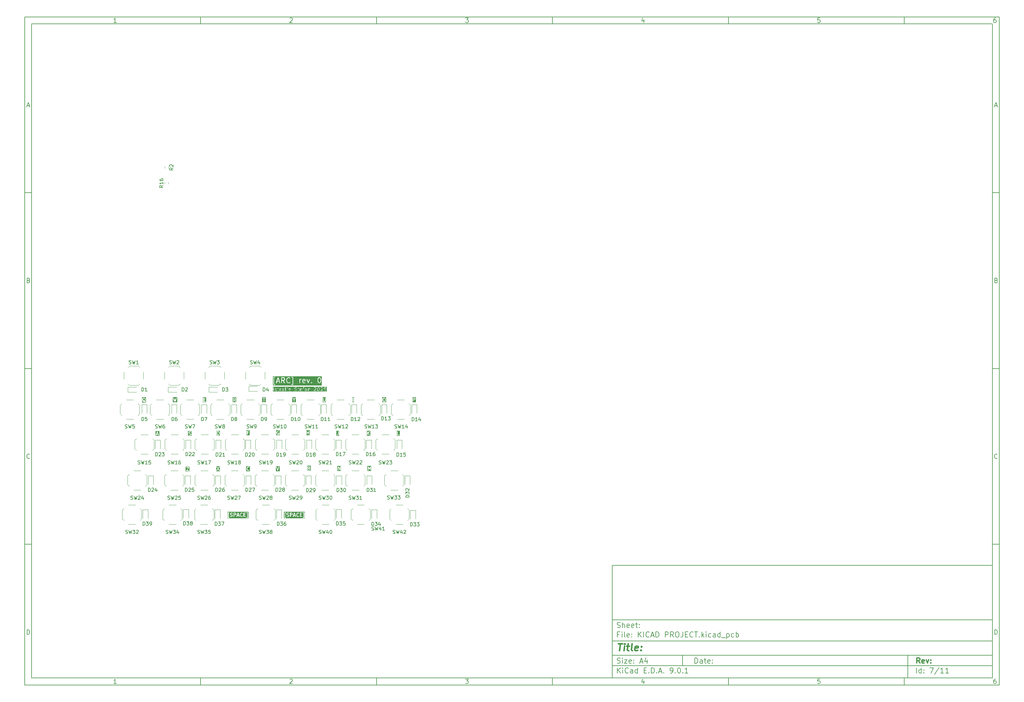
<source format=gbr>
%TF.GenerationSoftware,KiCad,Pcbnew,9.0.1*%
%TF.CreationDate,2025-07-11T00:17:54-07:00*%
%TF.ProjectId,KICAD PROJECT,4b494341-4420-4505-924f-4a4543542e6b,rev?*%
%TF.SameCoordinates,Original*%
%TF.FileFunction,Legend,Top*%
%TF.FilePolarity,Positive*%
%FSLAX46Y46*%
G04 Gerber Fmt 4.6, Leading zero omitted, Abs format (unit mm)*
G04 Created by KiCad (PCBNEW 9.0.1) date 2025-07-11 00:17:54*
%MOMM*%
%LPD*%
G01*
G04 APERTURE LIST*
%ADD10C,0.100000*%
%ADD11C,0.150000*%
%ADD12C,0.300000*%
%ADD13C,0.400000*%
%ADD14C,0.200000*%
%ADD15C,0.120000*%
G04 APERTURE END LIST*
D10*
D11*
X177002200Y-166007200D02*
X285002200Y-166007200D01*
X285002200Y-198007200D01*
X177002200Y-198007200D01*
X177002200Y-166007200D01*
D10*
D11*
X10000000Y-10000000D02*
X287002200Y-10000000D01*
X287002200Y-200007200D01*
X10000000Y-200007200D01*
X10000000Y-10000000D01*
D10*
D11*
X12000000Y-12000000D02*
X285002200Y-12000000D01*
X285002200Y-198007200D01*
X12000000Y-198007200D01*
X12000000Y-12000000D01*
D10*
D11*
X60000000Y-12000000D02*
X60000000Y-10000000D01*
D10*
D11*
X110000000Y-12000000D02*
X110000000Y-10000000D01*
D10*
D11*
X160000000Y-12000000D02*
X160000000Y-10000000D01*
D10*
D11*
X210000000Y-12000000D02*
X210000000Y-10000000D01*
D10*
D11*
X260000000Y-12000000D02*
X260000000Y-10000000D01*
D10*
D11*
X36089160Y-11593604D02*
X35346303Y-11593604D01*
X35717731Y-11593604D02*
X35717731Y-10293604D01*
X35717731Y-10293604D02*
X35593922Y-10479319D01*
X35593922Y-10479319D02*
X35470112Y-10603128D01*
X35470112Y-10603128D02*
X35346303Y-10665033D01*
D10*
D11*
X85346303Y-10417414D02*
X85408207Y-10355509D01*
X85408207Y-10355509D02*
X85532017Y-10293604D01*
X85532017Y-10293604D02*
X85841541Y-10293604D01*
X85841541Y-10293604D02*
X85965350Y-10355509D01*
X85965350Y-10355509D02*
X86027255Y-10417414D01*
X86027255Y-10417414D02*
X86089160Y-10541223D01*
X86089160Y-10541223D02*
X86089160Y-10665033D01*
X86089160Y-10665033D02*
X86027255Y-10850747D01*
X86027255Y-10850747D02*
X85284398Y-11593604D01*
X85284398Y-11593604D02*
X86089160Y-11593604D01*
D10*
D11*
X135284398Y-10293604D02*
X136089160Y-10293604D01*
X136089160Y-10293604D02*
X135655826Y-10788842D01*
X135655826Y-10788842D02*
X135841541Y-10788842D01*
X135841541Y-10788842D02*
X135965350Y-10850747D01*
X135965350Y-10850747D02*
X136027255Y-10912652D01*
X136027255Y-10912652D02*
X136089160Y-11036461D01*
X136089160Y-11036461D02*
X136089160Y-11345985D01*
X136089160Y-11345985D02*
X136027255Y-11469795D01*
X136027255Y-11469795D02*
X135965350Y-11531700D01*
X135965350Y-11531700D02*
X135841541Y-11593604D01*
X135841541Y-11593604D02*
X135470112Y-11593604D01*
X135470112Y-11593604D02*
X135346303Y-11531700D01*
X135346303Y-11531700D02*
X135284398Y-11469795D01*
D10*
D11*
X185965350Y-10726938D02*
X185965350Y-11593604D01*
X185655826Y-10231700D02*
X185346303Y-11160271D01*
X185346303Y-11160271D02*
X186151064Y-11160271D01*
D10*
D11*
X236027255Y-10293604D02*
X235408207Y-10293604D01*
X235408207Y-10293604D02*
X235346303Y-10912652D01*
X235346303Y-10912652D02*
X235408207Y-10850747D01*
X235408207Y-10850747D02*
X235532017Y-10788842D01*
X235532017Y-10788842D02*
X235841541Y-10788842D01*
X235841541Y-10788842D02*
X235965350Y-10850747D01*
X235965350Y-10850747D02*
X236027255Y-10912652D01*
X236027255Y-10912652D02*
X236089160Y-11036461D01*
X236089160Y-11036461D02*
X236089160Y-11345985D01*
X236089160Y-11345985D02*
X236027255Y-11469795D01*
X236027255Y-11469795D02*
X235965350Y-11531700D01*
X235965350Y-11531700D02*
X235841541Y-11593604D01*
X235841541Y-11593604D02*
X235532017Y-11593604D01*
X235532017Y-11593604D02*
X235408207Y-11531700D01*
X235408207Y-11531700D02*
X235346303Y-11469795D01*
D10*
D11*
X285965350Y-10293604D02*
X285717731Y-10293604D01*
X285717731Y-10293604D02*
X285593922Y-10355509D01*
X285593922Y-10355509D02*
X285532017Y-10417414D01*
X285532017Y-10417414D02*
X285408207Y-10603128D01*
X285408207Y-10603128D02*
X285346303Y-10850747D01*
X285346303Y-10850747D02*
X285346303Y-11345985D01*
X285346303Y-11345985D02*
X285408207Y-11469795D01*
X285408207Y-11469795D02*
X285470112Y-11531700D01*
X285470112Y-11531700D02*
X285593922Y-11593604D01*
X285593922Y-11593604D02*
X285841541Y-11593604D01*
X285841541Y-11593604D02*
X285965350Y-11531700D01*
X285965350Y-11531700D02*
X286027255Y-11469795D01*
X286027255Y-11469795D02*
X286089160Y-11345985D01*
X286089160Y-11345985D02*
X286089160Y-11036461D01*
X286089160Y-11036461D02*
X286027255Y-10912652D01*
X286027255Y-10912652D02*
X285965350Y-10850747D01*
X285965350Y-10850747D02*
X285841541Y-10788842D01*
X285841541Y-10788842D02*
X285593922Y-10788842D01*
X285593922Y-10788842D02*
X285470112Y-10850747D01*
X285470112Y-10850747D02*
X285408207Y-10912652D01*
X285408207Y-10912652D02*
X285346303Y-11036461D01*
D10*
D11*
X60000000Y-198007200D02*
X60000000Y-200007200D01*
D10*
D11*
X110000000Y-198007200D02*
X110000000Y-200007200D01*
D10*
D11*
X160000000Y-198007200D02*
X160000000Y-200007200D01*
D10*
D11*
X210000000Y-198007200D02*
X210000000Y-200007200D01*
D10*
D11*
X260000000Y-198007200D02*
X260000000Y-200007200D01*
D10*
D11*
X36089160Y-199600804D02*
X35346303Y-199600804D01*
X35717731Y-199600804D02*
X35717731Y-198300804D01*
X35717731Y-198300804D02*
X35593922Y-198486519D01*
X35593922Y-198486519D02*
X35470112Y-198610328D01*
X35470112Y-198610328D02*
X35346303Y-198672233D01*
D10*
D11*
X85346303Y-198424614D02*
X85408207Y-198362709D01*
X85408207Y-198362709D02*
X85532017Y-198300804D01*
X85532017Y-198300804D02*
X85841541Y-198300804D01*
X85841541Y-198300804D02*
X85965350Y-198362709D01*
X85965350Y-198362709D02*
X86027255Y-198424614D01*
X86027255Y-198424614D02*
X86089160Y-198548423D01*
X86089160Y-198548423D02*
X86089160Y-198672233D01*
X86089160Y-198672233D02*
X86027255Y-198857947D01*
X86027255Y-198857947D02*
X85284398Y-199600804D01*
X85284398Y-199600804D02*
X86089160Y-199600804D01*
D10*
D11*
X135284398Y-198300804D02*
X136089160Y-198300804D01*
X136089160Y-198300804D02*
X135655826Y-198796042D01*
X135655826Y-198796042D02*
X135841541Y-198796042D01*
X135841541Y-198796042D02*
X135965350Y-198857947D01*
X135965350Y-198857947D02*
X136027255Y-198919852D01*
X136027255Y-198919852D02*
X136089160Y-199043661D01*
X136089160Y-199043661D02*
X136089160Y-199353185D01*
X136089160Y-199353185D02*
X136027255Y-199476995D01*
X136027255Y-199476995D02*
X135965350Y-199538900D01*
X135965350Y-199538900D02*
X135841541Y-199600804D01*
X135841541Y-199600804D02*
X135470112Y-199600804D01*
X135470112Y-199600804D02*
X135346303Y-199538900D01*
X135346303Y-199538900D02*
X135284398Y-199476995D01*
D10*
D11*
X185965350Y-198734138D02*
X185965350Y-199600804D01*
X185655826Y-198238900D02*
X185346303Y-199167471D01*
X185346303Y-199167471D02*
X186151064Y-199167471D01*
D10*
D11*
X236027255Y-198300804D02*
X235408207Y-198300804D01*
X235408207Y-198300804D02*
X235346303Y-198919852D01*
X235346303Y-198919852D02*
X235408207Y-198857947D01*
X235408207Y-198857947D02*
X235532017Y-198796042D01*
X235532017Y-198796042D02*
X235841541Y-198796042D01*
X235841541Y-198796042D02*
X235965350Y-198857947D01*
X235965350Y-198857947D02*
X236027255Y-198919852D01*
X236027255Y-198919852D02*
X236089160Y-199043661D01*
X236089160Y-199043661D02*
X236089160Y-199353185D01*
X236089160Y-199353185D02*
X236027255Y-199476995D01*
X236027255Y-199476995D02*
X235965350Y-199538900D01*
X235965350Y-199538900D02*
X235841541Y-199600804D01*
X235841541Y-199600804D02*
X235532017Y-199600804D01*
X235532017Y-199600804D02*
X235408207Y-199538900D01*
X235408207Y-199538900D02*
X235346303Y-199476995D01*
D10*
D11*
X285965350Y-198300804D02*
X285717731Y-198300804D01*
X285717731Y-198300804D02*
X285593922Y-198362709D01*
X285593922Y-198362709D02*
X285532017Y-198424614D01*
X285532017Y-198424614D02*
X285408207Y-198610328D01*
X285408207Y-198610328D02*
X285346303Y-198857947D01*
X285346303Y-198857947D02*
X285346303Y-199353185D01*
X285346303Y-199353185D02*
X285408207Y-199476995D01*
X285408207Y-199476995D02*
X285470112Y-199538900D01*
X285470112Y-199538900D02*
X285593922Y-199600804D01*
X285593922Y-199600804D02*
X285841541Y-199600804D01*
X285841541Y-199600804D02*
X285965350Y-199538900D01*
X285965350Y-199538900D02*
X286027255Y-199476995D01*
X286027255Y-199476995D02*
X286089160Y-199353185D01*
X286089160Y-199353185D02*
X286089160Y-199043661D01*
X286089160Y-199043661D02*
X286027255Y-198919852D01*
X286027255Y-198919852D02*
X285965350Y-198857947D01*
X285965350Y-198857947D02*
X285841541Y-198796042D01*
X285841541Y-198796042D02*
X285593922Y-198796042D01*
X285593922Y-198796042D02*
X285470112Y-198857947D01*
X285470112Y-198857947D02*
X285408207Y-198919852D01*
X285408207Y-198919852D02*
X285346303Y-199043661D01*
D10*
D11*
X10000000Y-60000000D02*
X12000000Y-60000000D01*
D10*
D11*
X10000000Y-110000000D02*
X12000000Y-110000000D01*
D10*
D11*
X10000000Y-160000000D02*
X12000000Y-160000000D01*
D10*
D11*
X10690476Y-35222176D02*
X11309523Y-35222176D01*
X10566666Y-35593604D02*
X10999999Y-34293604D01*
X10999999Y-34293604D02*
X11433333Y-35593604D01*
D10*
D11*
X11092857Y-84912652D02*
X11278571Y-84974557D01*
X11278571Y-84974557D02*
X11340476Y-85036461D01*
X11340476Y-85036461D02*
X11402380Y-85160271D01*
X11402380Y-85160271D02*
X11402380Y-85345985D01*
X11402380Y-85345985D02*
X11340476Y-85469795D01*
X11340476Y-85469795D02*
X11278571Y-85531700D01*
X11278571Y-85531700D02*
X11154761Y-85593604D01*
X11154761Y-85593604D02*
X10659523Y-85593604D01*
X10659523Y-85593604D02*
X10659523Y-84293604D01*
X10659523Y-84293604D02*
X11092857Y-84293604D01*
X11092857Y-84293604D02*
X11216666Y-84355509D01*
X11216666Y-84355509D02*
X11278571Y-84417414D01*
X11278571Y-84417414D02*
X11340476Y-84541223D01*
X11340476Y-84541223D02*
X11340476Y-84665033D01*
X11340476Y-84665033D02*
X11278571Y-84788842D01*
X11278571Y-84788842D02*
X11216666Y-84850747D01*
X11216666Y-84850747D02*
X11092857Y-84912652D01*
X11092857Y-84912652D02*
X10659523Y-84912652D01*
D10*
D11*
X11402380Y-135469795D02*
X11340476Y-135531700D01*
X11340476Y-135531700D02*
X11154761Y-135593604D01*
X11154761Y-135593604D02*
X11030952Y-135593604D01*
X11030952Y-135593604D02*
X10845238Y-135531700D01*
X10845238Y-135531700D02*
X10721428Y-135407890D01*
X10721428Y-135407890D02*
X10659523Y-135284080D01*
X10659523Y-135284080D02*
X10597619Y-135036461D01*
X10597619Y-135036461D02*
X10597619Y-134850747D01*
X10597619Y-134850747D02*
X10659523Y-134603128D01*
X10659523Y-134603128D02*
X10721428Y-134479319D01*
X10721428Y-134479319D02*
X10845238Y-134355509D01*
X10845238Y-134355509D02*
X11030952Y-134293604D01*
X11030952Y-134293604D02*
X11154761Y-134293604D01*
X11154761Y-134293604D02*
X11340476Y-134355509D01*
X11340476Y-134355509D02*
X11402380Y-134417414D01*
D10*
D11*
X10659523Y-185593604D02*
X10659523Y-184293604D01*
X10659523Y-184293604D02*
X10969047Y-184293604D01*
X10969047Y-184293604D02*
X11154761Y-184355509D01*
X11154761Y-184355509D02*
X11278571Y-184479319D01*
X11278571Y-184479319D02*
X11340476Y-184603128D01*
X11340476Y-184603128D02*
X11402380Y-184850747D01*
X11402380Y-184850747D02*
X11402380Y-185036461D01*
X11402380Y-185036461D02*
X11340476Y-185284080D01*
X11340476Y-185284080D02*
X11278571Y-185407890D01*
X11278571Y-185407890D02*
X11154761Y-185531700D01*
X11154761Y-185531700D02*
X10969047Y-185593604D01*
X10969047Y-185593604D02*
X10659523Y-185593604D01*
D10*
D11*
X287002200Y-60000000D02*
X285002200Y-60000000D01*
D10*
D11*
X287002200Y-110000000D02*
X285002200Y-110000000D01*
D10*
D11*
X287002200Y-160000000D02*
X285002200Y-160000000D01*
D10*
D11*
X285692676Y-35222176D02*
X286311723Y-35222176D01*
X285568866Y-35593604D02*
X286002199Y-34293604D01*
X286002199Y-34293604D02*
X286435533Y-35593604D01*
D10*
D11*
X286095057Y-84912652D02*
X286280771Y-84974557D01*
X286280771Y-84974557D02*
X286342676Y-85036461D01*
X286342676Y-85036461D02*
X286404580Y-85160271D01*
X286404580Y-85160271D02*
X286404580Y-85345985D01*
X286404580Y-85345985D02*
X286342676Y-85469795D01*
X286342676Y-85469795D02*
X286280771Y-85531700D01*
X286280771Y-85531700D02*
X286156961Y-85593604D01*
X286156961Y-85593604D02*
X285661723Y-85593604D01*
X285661723Y-85593604D02*
X285661723Y-84293604D01*
X285661723Y-84293604D02*
X286095057Y-84293604D01*
X286095057Y-84293604D02*
X286218866Y-84355509D01*
X286218866Y-84355509D02*
X286280771Y-84417414D01*
X286280771Y-84417414D02*
X286342676Y-84541223D01*
X286342676Y-84541223D02*
X286342676Y-84665033D01*
X286342676Y-84665033D02*
X286280771Y-84788842D01*
X286280771Y-84788842D02*
X286218866Y-84850747D01*
X286218866Y-84850747D02*
X286095057Y-84912652D01*
X286095057Y-84912652D02*
X285661723Y-84912652D01*
D10*
D11*
X286404580Y-135469795D02*
X286342676Y-135531700D01*
X286342676Y-135531700D02*
X286156961Y-135593604D01*
X286156961Y-135593604D02*
X286033152Y-135593604D01*
X286033152Y-135593604D02*
X285847438Y-135531700D01*
X285847438Y-135531700D02*
X285723628Y-135407890D01*
X285723628Y-135407890D02*
X285661723Y-135284080D01*
X285661723Y-135284080D02*
X285599819Y-135036461D01*
X285599819Y-135036461D02*
X285599819Y-134850747D01*
X285599819Y-134850747D02*
X285661723Y-134603128D01*
X285661723Y-134603128D02*
X285723628Y-134479319D01*
X285723628Y-134479319D02*
X285847438Y-134355509D01*
X285847438Y-134355509D02*
X286033152Y-134293604D01*
X286033152Y-134293604D02*
X286156961Y-134293604D01*
X286156961Y-134293604D02*
X286342676Y-134355509D01*
X286342676Y-134355509D02*
X286404580Y-134417414D01*
D10*
D11*
X285661723Y-185593604D02*
X285661723Y-184293604D01*
X285661723Y-184293604D02*
X285971247Y-184293604D01*
X285971247Y-184293604D02*
X286156961Y-184355509D01*
X286156961Y-184355509D02*
X286280771Y-184479319D01*
X286280771Y-184479319D02*
X286342676Y-184603128D01*
X286342676Y-184603128D02*
X286404580Y-184850747D01*
X286404580Y-184850747D02*
X286404580Y-185036461D01*
X286404580Y-185036461D02*
X286342676Y-185284080D01*
X286342676Y-185284080D02*
X286280771Y-185407890D01*
X286280771Y-185407890D02*
X286156961Y-185531700D01*
X286156961Y-185531700D02*
X285971247Y-185593604D01*
X285971247Y-185593604D02*
X285661723Y-185593604D01*
D10*
D11*
X200458026Y-193793328D02*
X200458026Y-192293328D01*
X200458026Y-192293328D02*
X200815169Y-192293328D01*
X200815169Y-192293328D02*
X201029455Y-192364757D01*
X201029455Y-192364757D02*
X201172312Y-192507614D01*
X201172312Y-192507614D02*
X201243741Y-192650471D01*
X201243741Y-192650471D02*
X201315169Y-192936185D01*
X201315169Y-192936185D02*
X201315169Y-193150471D01*
X201315169Y-193150471D02*
X201243741Y-193436185D01*
X201243741Y-193436185D02*
X201172312Y-193579042D01*
X201172312Y-193579042D02*
X201029455Y-193721900D01*
X201029455Y-193721900D02*
X200815169Y-193793328D01*
X200815169Y-193793328D02*
X200458026Y-193793328D01*
X202600884Y-193793328D02*
X202600884Y-193007614D01*
X202600884Y-193007614D02*
X202529455Y-192864757D01*
X202529455Y-192864757D02*
X202386598Y-192793328D01*
X202386598Y-192793328D02*
X202100884Y-192793328D01*
X202100884Y-192793328D02*
X201958026Y-192864757D01*
X202600884Y-193721900D02*
X202458026Y-193793328D01*
X202458026Y-193793328D02*
X202100884Y-193793328D01*
X202100884Y-193793328D02*
X201958026Y-193721900D01*
X201958026Y-193721900D02*
X201886598Y-193579042D01*
X201886598Y-193579042D02*
X201886598Y-193436185D01*
X201886598Y-193436185D02*
X201958026Y-193293328D01*
X201958026Y-193293328D02*
X202100884Y-193221900D01*
X202100884Y-193221900D02*
X202458026Y-193221900D01*
X202458026Y-193221900D02*
X202600884Y-193150471D01*
X203100884Y-192793328D02*
X203672312Y-192793328D01*
X203315169Y-192293328D02*
X203315169Y-193579042D01*
X203315169Y-193579042D02*
X203386598Y-193721900D01*
X203386598Y-193721900D02*
X203529455Y-193793328D01*
X203529455Y-193793328D02*
X203672312Y-193793328D01*
X204743741Y-193721900D02*
X204600884Y-193793328D01*
X204600884Y-193793328D02*
X204315170Y-193793328D01*
X204315170Y-193793328D02*
X204172312Y-193721900D01*
X204172312Y-193721900D02*
X204100884Y-193579042D01*
X204100884Y-193579042D02*
X204100884Y-193007614D01*
X204100884Y-193007614D02*
X204172312Y-192864757D01*
X204172312Y-192864757D02*
X204315170Y-192793328D01*
X204315170Y-192793328D02*
X204600884Y-192793328D01*
X204600884Y-192793328D02*
X204743741Y-192864757D01*
X204743741Y-192864757D02*
X204815170Y-193007614D01*
X204815170Y-193007614D02*
X204815170Y-193150471D01*
X204815170Y-193150471D02*
X204100884Y-193293328D01*
X205458026Y-193650471D02*
X205529455Y-193721900D01*
X205529455Y-193721900D02*
X205458026Y-193793328D01*
X205458026Y-193793328D02*
X205386598Y-193721900D01*
X205386598Y-193721900D02*
X205458026Y-193650471D01*
X205458026Y-193650471D02*
X205458026Y-193793328D01*
X205458026Y-192864757D02*
X205529455Y-192936185D01*
X205529455Y-192936185D02*
X205458026Y-193007614D01*
X205458026Y-193007614D02*
X205386598Y-192936185D01*
X205386598Y-192936185D02*
X205458026Y-192864757D01*
X205458026Y-192864757D02*
X205458026Y-193007614D01*
D10*
D11*
X177002200Y-194507200D02*
X285002200Y-194507200D01*
D10*
D11*
X178458026Y-196593328D02*
X178458026Y-195093328D01*
X179315169Y-196593328D02*
X178672312Y-195736185D01*
X179315169Y-195093328D02*
X178458026Y-195950471D01*
X179958026Y-196593328D02*
X179958026Y-195593328D01*
X179958026Y-195093328D02*
X179886598Y-195164757D01*
X179886598Y-195164757D02*
X179958026Y-195236185D01*
X179958026Y-195236185D02*
X180029455Y-195164757D01*
X180029455Y-195164757D02*
X179958026Y-195093328D01*
X179958026Y-195093328D02*
X179958026Y-195236185D01*
X181529455Y-196450471D02*
X181458027Y-196521900D01*
X181458027Y-196521900D02*
X181243741Y-196593328D01*
X181243741Y-196593328D02*
X181100884Y-196593328D01*
X181100884Y-196593328D02*
X180886598Y-196521900D01*
X180886598Y-196521900D02*
X180743741Y-196379042D01*
X180743741Y-196379042D02*
X180672312Y-196236185D01*
X180672312Y-196236185D02*
X180600884Y-195950471D01*
X180600884Y-195950471D02*
X180600884Y-195736185D01*
X180600884Y-195736185D02*
X180672312Y-195450471D01*
X180672312Y-195450471D02*
X180743741Y-195307614D01*
X180743741Y-195307614D02*
X180886598Y-195164757D01*
X180886598Y-195164757D02*
X181100884Y-195093328D01*
X181100884Y-195093328D02*
X181243741Y-195093328D01*
X181243741Y-195093328D02*
X181458027Y-195164757D01*
X181458027Y-195164757D02*
X181529455Y-195236185D01*
X182815170Y-196593328D02*
X182815170Y-195807614D01*
X182815170Y-195807614D02*
X182743741Y-195664757D01*
X182743741Y-195664757D02*
X182600884Y-195593328D01*
X182600884Y-195593328D02*
X182315170Y-195593328D01*
X182315170Y-195593328D02*
X182172312Y-195664757D01*
X182815170Y-196521900D02*
X182672312Y-196593328D01*
X182672312Y-196593328D02*
X182315170Y-196593328D01*
X182315170Y-196593328D02*
X182172312Y-196521900D01*
X182172312Y-196521900D02*
X182100884Y-196379042D01*
X182100884Y-196379042D02*
X182100884Y-196236185D01*
X182100884Y-196236185D02*
X182172312Y-196093328D01*
X182172312Y-196093328D02*
X182315170Y-196021900D01*
X182315170Y-196021900D02*
X182672312Y-196021900D01*
X182672312Y-196021900D02*
X182815170Y-195950471D01*
X184172313Y-196593328D02*
X184172313Y-195093328D01*
X184172313Y-196521900D02*
X184029455Y-196593328D01*
X184029455Y-196593328D02*
X183743741Y-196593328D01*
X183743741Y-196593328D02*
X183600884Y-196521900D01*
X183600884Y-196521900D02*
X183529455Y-196450471D01*
X183529455Y-196450471D02*
X183458027Y-196307614D01*
X183458027Y-196307614D02*
X183458027Y-195879042D01*
X183458027Y-195879042D02*
X183529455Y-195736185D01*
X183529455Y-195736185D02*
X183600884Y-195664757D01*
X183600884Y-195664757D02*
X183743741Y-195593328D01*
X183743741Y-195593328D02*
X184029455Y-195593328D01*
X184029455Y-195593328D02*
X184172313Y-195664757D01*
X186029455Y-195807614D02*
X186529455Y-195807614D01*
X186743741Y-196593328D02*
X186029455Y-196593328D01*
X186029455Y-196593328D02*
X186029455Y-195093328D01*
X186029455Y-195093328D02*
X186743741Y-195093328D01*
X187386598Y-196450471D02*
X187458027Y-196521900D01*
X187458027Y-196521900D02*
X187386598Y-196593328D01*
X187386598Y-196593328D02*
X187315170Y-196521900D01*
X187315170Y-196521900D02*
X187386598Y-196450471D01*
X187386598Y-196450471D02*
X187386598Y-196593328D01*
X188100884Y-196593328D02*
X188100884Y-195093328D01*
X188100884Y-195093328D02*
X188458027Y-195093328D01*
X188458027Y-195093328D02*
X188672313Y-195164757D01*
X188672313Y-195164757D02*
X188815170Y-195307614D01*
X188815170Y-195307614D02*
X188886599Y-195450471D01*
X188886599Y-195450471D02*
X188958027Y-195736185D01*
X188958027Y-195736185D02*
X188958027Y-195950471D01*
X188958027Y-195950471D02*
X188886599Y-196236185D01*
X188886599Y-196236185D02*
X188815170Y-196379042D01*
X188815170Y-196379042D02*
X188672313Y-196521900D01*
X188672313Y-196521900D02*
X188458027Y-196593328D01*
X188458027Y-196593328D02*
X188100884Y-196593328D01*
X189600884Y-196450471D02*
X189672313Y-196521900D01*
X189672313Y-196521900D02*
X189600884Y-196593328D01*
X189600884Y-196593328D02*
X189529456Y-196521900D01*
X189529456Y-196521900D02*
X189600884Y-196450471D01*
X189600884Y-196450471D02*
X189600884Y-196593328D01*
X190243742Y-196164757D02*
X190958028Y-196164757D01*
X190100885Y-196593328D02*
X190600885Y-195093328D01*
X190600885Y-195093328D02*
X191100885Y-196593328D01*
X191600884Y-196450471D02*
X191672313Y-196521900D01*
X191672313Y-196521900D02*
X191600884Y-196593328D01*
X191600884Y-196593328D02*
X191529456Y-196521900D01*
X191529456Y-196521900D02*
X191600884Y-196450471D01*
X191600884Y-196450471D02*
X191600884Y-196593328D01*
X193529456Y-196593328D02*
X193815170Y-196593328D01*
X193815170Y-196593328D02*
X193958027Y-196521900D01*
X193958027Y-196521900D02*
X194029456Y-196450471D01*
X194029456Y-196450471D02*
X194172313Y-196236185D01*
X194172313Y-196236185D02*
X194243742Y-195950471D01*
X194243742Y-195950471D02*
X194243742Y-195379042D01*
X194243742Y-195379042D02*
X194172313Y-195236185D01*
X194172313Y-195236185D02*
X194100885Y-195164757D01*
X194100885Y-195164757D02*
X193958027Y-195093328D01*
X193958027Y-195093328D02*
X193672313Y-195093328D01*
X193672313Y-195093328D02*
X193529456Y-195164757D01*
X193529456Y-195164757D02*
X193458027Y-195236185D01*
X193458027Y-195236185D02*
X193386599Y-195379042D01*
X193386599Y-195379042D02*
X193386599Y-195736185D01*
X193386599Y-195736185D02*
X193458027Y-195879042D01*
X193458027Y-195879042D02*
X193529456Y-195950471D01*
X193529456Y-195950471D02*
X193672313Y-196021900D01*
X193672313Y-196021900D02*
X193958027Y-196021900D01*
X193958027Y-196021900D02*
X194100885Y-195950471D01*
X194100885Y-195950471D02*
X194172313Y-195879042D01*
X194172313Y-195879042D02*
X194243742Y-195736185D01*
X194886598Y-196450471D02*
X194958027Y-196521900D01*
X194958027Y-196521900D02*
X194886598Y-196593328D01*
X194886598Y-196593328D02*
X194815170Y-196521900D01*
X194815170Y-196521900D02*
X194886598Y-196450471D01*
X194886598Y-196450471D02*
X194886598Y-196593328D01*
X195886599Y-195093328D02*
X196029456Y-195093328D01*
X196029456Y-195093328D02*
X196172313Y-195164757D01*
X196172313Y-195164757D02*
X196243742Y-195236185D01*
X196243742Y-195236185D02*
X196315170Y-195379042D01*
X196315170Y-195379042D02*
X196386599Y-195664757D01*
X196386599Y-195664757D02*
X196386599Y-196021900D01*
X196386599Y-196021900D02*
X196315170Y-196307614D01*
X196315170Y-196307614D02*
X196243742Y-196450471D01*
X196243742Y-196450471D02*
X196172313Y-196521900D01*
X196172313Y-196521900D02*
X196029456Y-196593328D01*
X196029456Y-196593328D02*
X195886599Y-196593328D01*
X195886599Y-196593328D02*
X195743742Y-196521900D01*
X195743742Y-196521900D02*
X195672313Y-196450471D01*
X195672313Y-196450471D02*
X195600884Y-196307614D01*
X195600884Y-196307614D02*
X195529456Y-196021900D01*
X195529456Y-196021900D02*
X195529456Y-195664757D01*
X195529456Y-195664757D02*
X195600884Y-195379042D01*
X195600884Y-195379042D02*
X195672313Y-195236185D01*
X195672313Y-195236185D02*
X195743742Y-195164757D01*
X195743742Y-195164757D02*
X195886599Y-195093328D01*
X197029455Y-196450471D02*
X197100884Y-196521900D01*
X197100884Y-196521900D02*
X197029455Y-196593328D01*
X197029455Y-196593328D02*
X196958027Y-196521900D01*
X196958027Y-196521900D02*
X197029455Y-196450471D01*
X197029455Y-196450471D02*
X197029455Y-196593328D01*
X198529456Y-196593328D02*
X197672313Y-196593328D01*
X198100884Y-196593328D02*
X198100884Y-195093328D01*
X198100884Y-195093328D02*
X197958027Y-195307614D01*
X197958027Y-195307614D02*
X197815170Y-195450471D01*
X197815170Y-195450471D02*
X197672313Y-195521900D01*
D10*
D11*
X177002200Y-191507200D02*
X285002200Y-191507200D01*
D10*
D12*
X264413853Y-193785528D02*
X263913853Y-193071242D01*
X263556710Y-193785528D02*
X263556710Y-192285528D01*
X263556710Y-192285528D02*
X264128139Y-192285528D01*
X264128139Y-192285528D02*
X264270996Y-192356957D01*
X264270996Y-192356957D02*
X264342425Y-192428385D01*
X264342425Y-192428385D02*
X264413853Y-192571242D01*
X264413853Y-192571242D02*
X264413853Y-192785528D01*
X264413853Y-192785528D02*
X264342425Y-192928385D01*
X264342425Y-192928385D02*
X264270996Y-192999814D01*
X264270996Y-192999814D02*
X264128139Y-193071242D01*
X264128139Y-193071242D02*
X263556710Y-193071242D01*
X265628139Y-193714100D02*
X265485282Y-193785528D01*
X265485282Y-193785528D02*
X265199568Y-193785528D01*
X265199568Y-193785528D02*
X265056710Y-193714100D01*
X265056710Y-193714100D02*
X264985282Y-193571242D01*
X264985282Y-193571242D02*
X264985282Y-192999814D01*
X264985282Y-192999814D02*
X265056710Y-192856957D01*
X265056710Y-192856957D02*
X265199568Y-192785528D01*
X265199568Y-192785528D02*
X265485282Y-192785528D01*
X265485282Y-192785528D02*
X265628139Y-192856957D01*
X265628139Y-192856957D02*
X265699568Y-192999814D01*
X265699568Y-192999814D02*
X265699568Y-193142671D01*
X265699568Y-193142671D02*
X264985282Y-193285528D01*
X266199567Y-192785528D02*
X266556710Y-193785528D01*
X266556710Y-193785528D02*
X266913853Y-192785528D01*
X267485281Y-193642671D02*
X267556710Y-193714100D01*
X267556710Y-193714100D02*
X267485281Y-193785528D01*
X267485281Y-193785528D02*
X267413853Y-193714100D01*
X267413853Y-193714100D02*
X267485281Y-193642671D01*
X267485281Y-193642671D02*
X267485281Y-193785528D01*
X267485281Y-192856957D02*
X267556710Y-192928385D01*
X267556710Y-192928385D02*
X267485281Y-192999814D01*
X267485281Y-192999814D02*
X267413853Y-192928385D01*
X267413853Y-192928385D02*
X267485281Y-192856957D01*
X267485281Y-192856957D02*
X267485281Y-192999814D01*
D10*
D11*
X178386598Y-193721900D02*
X178600884Y-193793328D01*
X178600884Y-193793328D02*
X178958026Y-193793328D01*
X178958026Y-193793328D02*
X179100884Y-193721900D01*
X179100884Y-193721900D02*
X179172312Y-193650471D01*
X179172312Y-193650471D02*
X179243741Y-193507614D01*
X179243741Y-193507614D02*
X179243741Y-193364757D01*
X179243741Y-193364757D02*
X179172312Y-193221900D01*
X179172312Y-193221900D02*
X179100884Y-193150471D01*
X179100884Y-193150471D02*
X178958026Y-193079042D01*
X178958026Y-193079042D02*
X178672312Y-193007614D01*
X178672312Y-193007614D02*
X178529455Y-192936185D01*
X178529455Y-192936185D02*
X178458026Y-192864757D01*
X178458026Y-192864757D02*
X178386598Y-192721900D01*
X178386598Y-192721900D02*
X178386598Y-192579042D01*
X178386598Y-192579042D02*
X178458026Y-192436185D01*
X178458026Y-192436185D02*
X178529455Y-192364757D01*
X178529455Y-192364757D02*
X178672312Y-192293328D01*
X178672312Y-192293328D02*
X179029455Y-192293328D01*
X179029455Y-192293328D02*
X179243741Y-192364757D01*
X179886597Y-193793328D02*
X179886597Y-192793328D01*
X179886597Y-192293328D02*
X179815169Y-192364757D01*
X179815169Y-192364757D02*
X179886597Y-192436185D01*
X179886597Y-192436185D02*
X179958026Y-192364757D01*
X179958026Y-192364757D02*
X179886597Y-192293328D01*
X179886597Y-192293328D02*
X179886597Y-192436185D01*
X180458026Y-192793328D02*
X181243741Y-192793328D01*
X181243741Y-192793328D02*
X180458026Y-193793328D01*
X180458026Y-193793328D02*
X181243741Y-193793328D01*
X182386598Y-193721900D02*
X182243741Y-193793328D01*
X182243741Y-193793328D02*
X181958027Y-193793328D01*
X181958027Y-193793328D02*
X181815169Y-193721900D01*
X181815169Y-193721900D02*
X181743741Y-193579042D01*
X181743741Y-193579042D02*
X181743741Y-193007614D01*
X181743741Y-193007614D02*
X181815169Y-192864757D01*
X181815169Y-192864757D02*
X181958027Y-192793328D01*
X181958027Y-192793328D02*
X182243741Y-192793328D01*
X182243741Y-192793328D02*
X182386598Y-192864757D01*
X182386598Y-192864757D02*
X182458027Y-193007614D01*
X182458027Y-193007614D02*
X182458027Y-193150471D01*
X182458027Y-193150471D02*
X181743741Y-193293328D01*
X183100883Y-193650471D02*
X183172312Y-193721900D01*
X183172312Y-193721900D02*
X183100883Y-193793328D01*
X183100883Y-193793328D02*
X183029455Y-193721900D01*
X183029455Y-193721900D02*
X183100883Y-193650471D01*
X183100883Y-193650471D02*
X183100883Y-193793328D01*
X183100883Y-192864757D02*
X183172312Y-192936185D01*
X183172312Y-192936185D02*
X183100883Y-193007614D01*
X183100883Y-193007614D02*
X183029455Y-192936185D01*
X183029455Y-192936185D02*
X183100883Y-192864757D01*
X183100883Y-192864757D02*
X183100883Y-193007614D01*
X184886598Y-193364757D02*
X185600884Y-193364757D01*
X184743741Y-193793328D02*
X185243741Y-192293328D01*
X185243741Y-192293328D02*
X185743741Y-193793328D01*
X186886598Y-192793328D02*
X186886598Y-193793328D01*
X186529455Y-192221900D02*
X186172312Y-193293328D01*
X186172312Y-193293328D02*
X187100883Y-193293328D01*
D10*
D11*
X263458026Y-196593328D02*
X263458026Y-195093328D01*
X264815170Y-196593328D02*
X264815170Y-195093328D01*
X264815170Y-196521900D02*
X264672312Y-196593328D01*
X264672312Y-196593328D02*
X264386598Y-196593328D01*
X264386598Y-196593328D02*
X264243741Y-196521900D01*
X264243741Y-196521900D02*
X264172312Y-196450471D01*
X264172312Y-196450471D02*
X264100884Y-196307614D01*
X264100884Y-196307614D02*
X264100884Y-195879042D01*
X264100884Y-195879042D02*
X264172312Y-195736185D01*
X264172312Y-195736185D02*
X264243741Y-195664757D01*
X264243741Y-195664757D02*
X264386598Y-195593328D01*
X264386598Y-195593328D02*
X264672312Y-195593328D01*
X264672312Y-195593328D02*
X264815170Y-195664757D01*
X265529455Y-196450471D02*
X265600884Y-196521900D01*
X265600884Y-196521900D02*
X265529455Y-196593328D01*
X265529455Y-196593328D02*
X265458027Y-196521900D01*
X265458027Y-196521900D02*
X265529455Y-196450471D01*
X265529455Y-196450471D02*
X265529455Y-196593328D01*
X265529455Y-195664757D02*
X265600884Y-195736185D01*
X265600884Y-195736185D02*
X265529455Y-195807614D01*
X265529455Y-195807614D02*
X265458027Y-195736185D01*
X265458027Y-195736185D02*
X265529455Y-195664757D01*
X265529455Y-195664757D02*
X265529455Y-195807614D01*
X267243741Y-195093328D02*
X268243741Y-195093328D01*
X268243741Y-195093328D02*
X267600884Y-196593328D01*
X269886598Y-195021900D02*
X268600884Y-196950471D01*
X271172313Y-196593328D02*
X270315170Y-196593328D01*
X270743741Y-196593328D02*
X270743741Y-195093328D01*
X270743741Y-195093328D02*
X270600884Y-195307614D01*
X270600884Y-195307614D02*
X270458027Y-195450471D01*
X270458027Y-195450471D02*
X270315170Y-195521900D01*
X272600884Y-196593328D02*
X271743741Y-196593328D01*
X272172312Y-196593328D02*
X272172312Y-195093328D01*
X272172312Y-195093328D02*
X272029455Y-195307614D01*
X272029455Y-195307614D02*
X271886598Y-195450471D01*
X271886598Y-195450471D02*
X271743741Y-195521900D01*
D10*
D11*
X177002200Y-187507200D02*
X285002200Y-187507200D01*
D10*
D13*
X178693928Y-188211638D02*
X179836785Y-188211638D01*
X179015357Y-190211638D02*
X179265357Y-188211638D01*
X180253452Y-190211638D02*
X180420119Y-188878304D01*
X180503452Y-188211638D02*
X180396309Y-188306876D01*
X180396309Y-188306876D02*
X180479643Y-188402114D01*
X180479643Y-188402114D02*
X180586786Y-188306876D01*
X180586786Y-188306876D02*
X180503452Y-188211638D01*
X180503452Y-188211638D02*
X180479643Y-188402114D01*
X181086786Y-188878304D02*
X181848690Y-188878304D01*
X181455833Y-188211638D02*
X181241548Y-189925923D01*
X181241548Y-189925923D02*
X181312976Y-190116400D01*
X181312976Y-190116400D02*
X181491548Y-190211638D01*
X181491548Y-190211638D02*
X181682024Y-190211638D01*
X182634405Y-190211638D02*
X182455833Y-190116400D01*
X182455833Y-190116400D02*
X182384405Y-189925923D01*
X182384405Y-189925923D02*
X182598690Y-188211638D01*
X184170119Y-190116400D02*
X183967738Y-190211638D01*
X183967738Y-190211638D02*
X183586785Y-190211638D01*
X183586785Y-190211638D02*
X183408214Y-190116400D01*
X183408214Y-190116400D02*
X183336785Y-189925923D01*
X183336785Y-189925923D02*
X183432024Y-189164019D01*
X183432024Y-189164019D02*
X183551071Y-188973542D01*
X183551071Y-188973542D02*
X183753452Y-188878304D01*
X183753452Y-188878304D02*
X184134404Y-188878304D01*
X184134404Y-188878304D02*
X184312976Y-188973542D01*
X184312976Y-188973542D02*
X184384404Y-189164019D01*
X184384404Y-189164019D02*
X184360595Y-189354495D01*
X184360595Y-189354495D02*
X183384404Y-189544971D01*
X185134405Y-190021161D02*
X185217738Y-190116400D01*
X185217738Y-190116400D02*
X185110595Y-190211638D01*
X185110595Y-190211638D02*
X185027262Y-190116400D01*
X185027262Y-190116400D02*
X185134405Y-190021161D01*
X185134405Y-190021161D02*
X185110595Y-190211638D01*
X185265357Y-188973542D02*
X185348690Y-189068780D01*
X185348690Y-189068780D02*
X185241548Y-189164019D01*
X185241548Y-189164019D02*
X185158214Y-189068780D01*
X185158214Y-189068780D02*
X185265357Y-188973542D01*
X185265357Y-188973542D02*
X185241548Y-189164019D01*
D10*
D11*
X178958026Y-185607614D02*
X178458026Y-185607614D01*
X178458026Y-186393328D02*
X178458026Y-184893328D01*
X178458026Y-184893328D02*
X179172312Y-184893328D01*
X179743740Y-186393328D02*
X179743740Y-185393328D01*
X179743740Y-184893328D02*
X179672312Y-184964757D01*
X179672312Y-184964757D02*
X179743740Y-185036185D01*
X179743740Y-185036185D02*
X179815169Y-184964757D01*
X179815169Y-184964757D02*
X179743740Y-184893328D01*
X179743740Y-184893328D02*
X179743740Y-185036185D01*
X180672312Y-186393328D02*
X180529455Y-186321900D01*
X180529455Y-186321900D02*
X180458026Y-186179042D01*
X180458026Y-186179042D02*
X180458026Y-184893328D01*
X181815169Y-186321900D02*
X181672312Y-186393328D01*
X181672312Y-186393328D02*
X181386598Y-186393328D01*
X181386598Y-186393328D02*
X181243740Y-186321900D01*
X181243740Y-186321900D02*
X181172312Y-186179042D01*
X181172312Y-186179042D02*
X181172312Y-185607614D01*
X181172312Y-185607614D02*
X181243740Y-185464757D01*
X181243740Y-185464757D02*
X181386598Y-185393328D01*
X181386598Y-185393328D02*
X181672312Y-185393328D01*
X181672312Y-185393328D02*
X181815169Y-185464757D01*
X181815169Y-185464757D02*
X181886598Y-185607614D01*
X181886598Y-185607614D02*
X181886598Y-185750471D01*
X181886598Y-185750471D02*
X181172312Y-185893328D01*
X182529454Y-186250471D02*
X182600883Y-186321900D01*
X182600883Y-186321900D02*
X182529454Y-186393328D01*
X182529454Y-186393328D02*
X182458026Y-186321900D01*
X182458026Y-186321900D02*
X182529454Y-186250471D01*
X182529454Y-186250471D02*
X182529454Y-186393328D01*
X182529454Y-185464757D02*
X182600883Y-185536185D01*
X182600883Y-185536185D02*
X182529454Y-185607614D01*
X182529454Y-185607614D02*
X182458026Y-185536185D01*
X182458026Y-185536185D02*
X182529454Y-185464757D01*
X182529454Y-185464757D02*
X182529454Y-185607614D01*
X184386597Y-186393328D02*
X184386597Y-184893328D01*
X185243740Y-186393328D02*
X184600883Y-185536185D01*
X185243740Y-184893328D02*
X184386597Y-185750471D01*
X185886597Y-186393328D02*
X185886597Y-184893328D01*
X187458026Y-186250471D02*
X187386598Y-186321900D01*
X187386598Y-186321900D02*
X187172312Y-186393328D01*
X187172312Y-186393328D02*
X187029455Y-186393328D01*
X187029455Y-186393328D02*
X186815169Y-186321900D01*
X186815169Y-186321900D02*
X186672312Y-186179042D01*
X186672312Y-186179042D02*
X186600883Y-186036185D01*
X186600883Y-186036185D02*
X186529455Y-185750471D01*
X186529455Y-185750471D02*
X186529455Y-185536185D01*
X186529455Y-185536185D02*
X186600883Y-185250471D01*
X186600883Y-185250471D02*
X186672312Y-185107614D01*
X186672312Y-185107614D02*
X186815169Y-184964757D01*
X186815169Y-184964757D02*
X187029455Y-184893328D01*
X187029455Y-184893328D02*
X187172312Y-184893328D01*
X187172312Y-184893328D02*
X187386598Y-184964757D01*
X187386598Y-184964757D02*
X187458026Y-185036185D01*
X188029455Y-185964757D02*
X188743741Y-185964757D01*
X187886598Y-186393328D02*
X188386598Y-184893328D01*
X188386598Y-184893328D02*
X188886598Y-186393328D01*
X189386597Y-186393328D02*
X189386597Y-184893328D01*
X189386597Y-184893328D02*
X189743740Y-184893328D01*
X189743740Y-184893328D02*
X189958026Y-184964757D01*
X189958026Y-184964757D02*
X190100883Y-185107614D01*
X190100883Y-185107614D02*
X190172312Y-185250471D01*
X190172312Y-185250471D02*
X190243740Y-185536185D01*
X190243740Y-185536185D02*
X190243740Y-185750471D01*
X190243740Y-185750471D02*
X190172312Y-186036185D01*
X190172312Y-186036185D02*
X190100883Y-186179042D01*
X190100883Y-186179042D02*
X189958026Y-186321900D01*
X189958026Y-186321900D02*
X189743740Y-186393328D01*
X189743740Y-186393328D02*
X189386597Y-186393328D01*
X192029454Y-186393328D02*
X192029454Y-184893328D01*
X192029454Y-184893328D02*
X192600883Y-184893328D01*
X192600883Y-184893328D02*
X192743740Y-184964757D01*
X192743740Y-184964757D02*
X192815169Y-185036185D01*
X192815169Y-185036185D02*
X192886597Y-185179042D01*
X192886597Y-185179042D02*
X192886597Y-185393328D01*
X192886597Y-185393328D02*
X192815169Y-185536185D01*
X192815169Y-185536185D02*
X192743740Y-185607614D01*
X192743740Y-185607614D02*
X192600883Y-185679042D01*
X192600883Y-185679042D02*
X192029454Y-185679042D01*
X194386597Y-186393328D02*
X193886597Y-185679042D01*
X193529454Y-186393328D02*
X193529454Y-184893328D01*
X193529454Y-184893328D02*
X194100883Y-184893328D01*
X194100883Y-184893328D02*
X194243740Y-184964757D01*
X194243740Y-184964757D02*
X194315169Y-185036185D01*
X194315169Y-185036185D02*
X194386597Y-185179042D01*
X194386597Y-185179042D02*
X194386597Y-185393328D01*
X194386597Y-185393328D02*
X194315169Y-185536185D01*
X194315169Y-185536185D02*
X194243740Y-185607614D01*
X194243740Y-185607614D02*
X194100883Y-185679042D01*
X194100883Y-185679042D02*
X193529454Y-185679042D01*
X195315169Y-184893328D02*
X195600883Y-184893328D01*
X195600883Y-184893328D02*
X195743740Y-184964757D01*
X195743740Y-184964757D02*
X195886597Y-185107614D01*
X195886597Y-185107614D02*
X195958026Y-185393328D01*
X195958026Y-185393328D02*
X195958026Y-185893328D01*
X195958026Y-185893328D02*
X195886597Y-186179042D01*
X195886597Y-186179042D02*
X195743740Y-186321900D01*
X195743740Y-186321900D02*
X195600883Y-186393328D01*
X195600883Y-186393328D02*
X195315169Y-186393328D01*
X195315169Y-186393328D02*
X195172312Y-186321900D01*
X195172312Y-186321900D02*
X195029454Y-186179042D01*
X195029454Y-186179042D02*
X194958026Y-185893328D01*
X194958026Y-185893328D02*
X194958026Y-185393328D01*
X194958026Y-185393328D02*
X195029454Y-185107614D01*
X195029454Y-185107614D02*
X195172312Y-184964757D01*
X195172312Y-184964757D02*
X195315169Y-184893328D01*
X197029455Y-184893328D02*
X197029455Y-185964757D01*
X197029455Y-185964757D02*
X196958026Y-186179042D01*
X196958026Y-186179042D02*
X196815169Y-186321900D01*
X196815169Y-186321900D02*
X196600883Y-186393328D01*
X196600883Y-186393328D02*
X196458026Y-186393328D01*
X197743740Y-185607614D02*
X198243740Y-185607614D01*
X198458026Y-186393328D02*
X197743740Y-186393328D01*
X197743740Y-186393328D02*
X197743740Y-184893328D01*
X197743740Y-184893328D02*
X198458026Y-184893328D01*
X199958026Y-186250471D02*
X199886598Y-186321900D01*
X199886598Y-186321900D02*
X199672312Y-186393328D01*
X199672312Y-186393328D02*
X199529455Y-186393328D01*
X199529455Y-186393328D02*
X199315169Y-186321900D01*
X199315169Y-186321900D02*
X199172312Y-186179042D01*
X199172312Y-186179042D02*
X199100883Y-186036185D01*
X199100883Y-186036185D02*
X199029455Y-185750471D01*
X199029455Y-185750471D02*
X199029455Y-185536185D01*
X199029455Y-185536185D02*
X199100883Y-185250471D01*
X199100883Y-185250471D02*
X199172312Y-185107614D01*
X199172312Y-185107614D02*
X199315169Y-184964757D01*
X199315169Y-184964757D02*
X199529455Y-184893328D01*
X199529455Y-184893328D02*
X199672312Y-184893328D01*
X199672312Y-184893328D02*
X199886598Y-184964757D01*
X199886598Y-184964757D02*
X199958026Y-185036185D01*
X200386598Y-184893328D02*
X201243741Y-184893328D01*
X200815169Y-186393328D02*
X200815169Y-184893328D01*
X201743740Y-186250471D02*
X201815169Y-186321900D01*
X201815169Y-186321900D02*
X201743740Y-186393328D01*
X201743740Y-186393328D02*
X201672312Y-186321900D01*
X201672312Y-186321900D02*
X201743740Y-186250471D01*
X201743740Y-186250471D02*
X201743740Y-186393328D01*
X202458026Y-186393328D02*
X202458026Y-184893328D01*
X202600884Y-185821900D02*
X203029455Y-186393328D01*
X203029455Y-185393328D02*
X202458026Y-185964757D01*
X203672312Y-186393328D02*
X203672312Y-185393328D01*
X203672312Y-184893328D02*
X203600884Y-184964757D01*
X203600884Y-184964757D02*
X203672312Y-185036185D01*
X203672312Y-185036185D02*
X203743741Y-184964757D01*
X203743741Y-184964757D02*
X203672312Y-184893328D01*
X203672312Y-184893328D02*
X203672312Y-185036185D01*
X205029456Y-186321900D02*
X204886598Y-186393328D01*
X204886598Y-186393328D02*
X204600884Y-186393328D01*
X204600884Y-186393328D02*
X204458027Y-186321900D01*
X204458027Y-186321900D02*
X204386598Y-186250471D01*
X204386598Y-186250471D02*
X204315170Y-186107614D01*
X204315170Y-186107614D02*
X204315170Y-185679042D01*
X204315170Y-185679042D02*
X204386598Y-185536185D01*
X204386598Y-185536185D02*
X204458027Y-185464757D01*
X204458027Y-185464757D02*
X204600884Y-185393328D01*
X204600884Y-185393328D02*
X204886598Y-185393328D01*
X204886598Y-185393328D02*
X205029456Y-185464757D01*
X206315170Y-186393328D02*
X206315170Y-185607614D01*
X206315170Y-185607614D02*
X206243741Y-185464757D01*
X206243741Y-185464757D02*
X206100884Y-185393328D01*
X206100884Y-185393328D02*
X205815170Y-185393328D01*
X205815170Y-185393328D02*
X205672312Y-185464757D01*
X206315170Y-186321900D02*
X206172312Y-186393328D01*
X206172312Y-186393328D02*
X205815170Y-186393328D01*
X205815170Y-186393328D02*
X205672312Y-186321900D01*
X205672312Y-186321900D02*
X205600884Y-186179042D01*
X205600884Y-186179042D02*
X205600884Y-186036185D01*
X205600884Y-186036185D02*
X205672312Y-185893328D01*
X205672312Y-185893328D02*
X205815170Y-185821900D01*
X205815170Y-185821900D02*
X206172312Y-185821900D01*
X206172312Y-185821900D02*
X206315170Y-185750471D01*
X207672313Y-186393328D02*
X207672313Y-184893328D01*
X207672313Y-186321900D02*
X207529455Y-186393328D01*
X207529455Y-186393328D02*
X207243741Y-186393328D01*
X207243741Y-186393328D02*
X207100884Y-186321900D01*
X207100884Y-186321900D02*
X207029455Y-186250471D01*
X207029455Y-186250471D02*
X206958027Y-186107614D01*
X206958027Y-186107614D02*
X206958027Y-185679042D01*
X206958027Y-185679042D02*
X207029455Y-185536185D01*
X207029455Y-185536185D02*
X207100884Y-185464757D01*
X207100884Y-185464757D02*
X207243741Y-185393328D01*
X207243741Y-185393328D02*
X207529455Y-185393328D01*
X207529455Y-185393328D02*
X207672313Y-185464757D01*
X208029456Y-186536185D02*
X209172313Y-186536185D01*
X209529455Y-185393328D02*
X209529455Y-186893328D01*
X209529455Y-185464757D02*
X209672313Y-185393328D01*
X209672313Y-185393328D02*
X209958027Y-185393328D01*
X209958027Y-185393328D02*
X210100884Y-185464757D01*
X210100884Y-185464757D02*
X210172313Y-185536185D01*
X210172313Y-185536185D02*
X210243741Y-185679042D01*
X210243741Y-185679042D02*
X210243741Y-186107614D01*
X210243741Y-186107614D02*
X210172313Y-186250471D01*
X210172313Y-186250471D02*
X210100884Y-186321900D01*
X210100884Y-186321900D02*
X209958027Y-186393328D01*
X209958027Y-186393328D02*
X209672313Y-186393328D01*
X209672313Y-186393328D02*
X209529455Y-186321900D01*
X211529456Y-186321900D02*
X211386598Y-186393328D01*
X211386598Y-186393328D02*
X211100884Y-186393328D01*
X211100884Y-186393328D02*
X210958027Y-186321900D01*
X210958027Y-186321900D02*
X210886598Y-186250471D01*
X210886598Y-186250471D02*
X210815170Y-186107614D01*
X210815170Y-186107614D02*
X210815170Y-185679042D01*
X210815170Y-185679042D02*
X210886598Y-185536185D01*
X210886598Y-185536185D02*
X210958027Y-185464757D01*
X210958027Y-185464757D02*
X211100884Y-185393328D01*
X211100884Y-185393328D02*
X211386598Y-185393328D01*
X211386598Y-185393328D02*
X211529456Y-185464757D01*
X212172312Y-186393328D02*
X212172312Y-184893328D01*
X212172312Y-185464757D02*
X212315170Y-185393328D01*
X212315170Y-185393328D02*
X212600884Y-185393328D01*
X212600884Y-185393328D02*
X212743741Y-185464757D01*
X212743741Y-185464757D02*
X212815170Y-185536185D01*
X212815170Y-185536185D02*
X212886598Y-185679042D01*
X212886598Y-185679042D02*
X212886598Y-186107614D01*
X212886598Y-186107614D02*
X212815170Y-186250471D01*
X212815170Y-186250471D02*
X212743741Y-186321900D01*
X212743741Y-186321900D02*
X212600884Y-186393328D01*
X212600884Y-186393328D02*
X212315170Y-186393328D01*
X212315170Y-186393328D02*
X212172312Y-186321900D01*
D10*
D11*
X177002200Y-181507200D02*
X285002200Y-181507200D01*
D10*
D11*
X178386598Y-183621900D02*
X178600884Y-183693328D01*
X178600884Y-183693328D02*
X178958026Y-183693328D01*
X178958026Y-183693328D02*
X179100884Y-183621900D01*
X179100884Y-183621900D02*
X179172312Y-183550471D01*
X179172312Y-183550471D02*
X179243741Y-183407614D01*
X179243741Y-183407614D02*
X179243741Y-183264757D01*
X179243741Y-183264757D02*
X179172312Y-183121900D01*
X179172312Y-183121900D02*
X179100884Y-183050471D01*
X179100884Y-183050471D02*
X178958026Y-182979042D01*
X178958026Y-182979042D02*
X178672312Y-182907614D01*
X178672312Y-182907614D02*
X178529455Y-182836185D01*
X178529455Y-182836185D02*
X178458026Y-182764757D01*
X178458026Y-182764757D02*
X178386598Y-182621900D01*
X178386598Y-182621900D02*
X178386598Y-182479042D01*
X178386598Y-182479042D02*
X178458026Y-182336185D01*
X178458026Y-182336185D02*
X178529455Y-182264757D01*
X178529455Y-182264757D02*
X178672312Y-182193328D01*
X178672312Y-182193328D02*
X179029455Y-182193328D01*
X179029455Y-182193328D02*
X179243741Y-182264757D01*
X179886597Y-183693328D02*
X179886597Y-182193328D01*
X180529455Y-183693328D02*
X180529455Y-182907614D01*
X180529455Y-182907614D02*
X180458026Y-182764757D01*
X180458026Y-182764757D02*
X180315169Y-182693328D01*
X180315169Y-182693328D02*
X180100883Y-182693328D01*
X180100883Y-182693328D02*
X179958026Y-182764757D01*
X179958026Y-182764757D02*
X179886597Y-182836185D01*
X181815169Y-183621900D02*
X181672312Y-183693328D01*
X181672312Y-183693328D02*
X181386598Y-183693328D01*
X181386598Y-183693328D02*
X181243740Y-183621900D01*
X181243740Y-183621900D02*
X181172312Y-183479042D01*
X181172312Y-183479042D02*
X181172312Y-182907614D01*
X181172312Y-182907614D02*
X181243740Y-182764757D01*
X181243740Y-182764757D02*
X181386598Y-182693328D01*
X181386598Y-182693328D02*
X181672312Y-182693328D01*
X181672312Y-182693328D02*
X181815169Y-182764757D01*
X181815169Y-182764757D02*
X181886598Y-182907614D01*
X181886598Y-182907614D02*
X181886598Y-183050471D01*
X181886598Y-183050471D02*
X181172312Y-183193328D01*
X183100883Y-183621900D02*
X182958026Y-183693328D01*
X182958026Y-183693328D02*
X182672312Y-183693328D01*
X182672312Y-183693328D02*
X182529454Y-183621900D01*
X182529454Y-183621900D02*
X182458026Y-183479042D01*
X182458026Y-183479042D02*
X182458026Y-182907614D01*
X182458026Y-182907614D02*
X182529454Y-182764757D01*
X182529454Y-182764757D02*
X182672312Y-182693328D01*
X182672312Y-182693328D02*
X182958026Y-182693328D01*
X182958026Y-182693328D02*
X183100883Y-182764757D01*
X183100883Y-182764757D02*
X183172312Y-182907614D01*
X183172312Y-182907614D02*
X183172312Y-183050471D01*
X183172312Y-183050471D02*
X182458026Y-183193328D01*
X183600883Y-182693328D02*
X184172311Y-182693328D01*
X183815168Y-182193328D02*
X183815168Y-183479042D01*
X183815168Y-183479042D02*
X183886597Y-183621900D01*
X183886597Y-183621900D02*
X184029454Y-183693328D01*
X184029454Y-183693328D02*
X184172311Y-183693328D01*
X184672311Y-183550471D02*
X184743740Y-183621900D01*
X184743740Y-183621900D02*
X184672311Y-183693328D01*
X184672311Y-183693328D02*
X184600883Y-183621900D01*
X184600883Y-183621900D02*
X184672311Y-183550471D01*
X184672311Y-183550471D02*
X184672311Y-183693328D01*
X184672311Y-182764757D02*
X184743740Y-182836185D01*
X184743740Y-182836185D02*
X184672311Y-182907614D01*
X184672311Y-182907614D02*
X184600883Y-182836185D01*
X184600883Y-182836185D02*
X184672311Y-182764757D01*
X184672311Y-182764757D02*
X184672311Y-182907614D01*
D10*
D11*
X197002200Y-191507200D02*
X197002200Y-194507200D01*
D10*
D11*
X261002200Y-191507200D02*
X261002200Y-198007200D01*
D14*
G36*
X89593903Y-113229607D02*
G01*
X89639868Y-113321535D01*
X89639868Y-113358804D01*
X89125582Y-113461661D01*
X89125582Y-113321534D01*
X89171545Y-113229606D01*
X89263475Y-113183642D01*
X89501974Y-113183642D01*
X89593903Y-113229607D01*
G37*
G36*
X93894919Y-112737258D02*
G01*
X93943396Y-112785734D01*
X94002658Y-112904259D01*
X94068439Y-113167380D01*
X94068439Y-113499904D01*
X94002658Y-113763024D01*
X93943396Y-113881548D01*
X93894916Y-113930028D01*
X93787689Y-113983642D01*
X93692046Y-113983642D01*
X93584818Y-113930028D01*
X93536338Y-113881548D01*
X93477074Y-113763021D01*
X93411296Y-113499905D01*
X93411296Y-113167379D01*
X93477074Y-112904263D01*
X93536339Y-112785733D01*
X93584815Y-112737257D01*
X93692046Y-112683642D01*
X93787688Y-112683642D01*
X93894919Y-112737258D01*
G37*
G36*
X83680634Y-112737258D02*
G01*
X83729111Y-112785734D01*
X83782725Y-112892962D01*
X83782725Y-113060035D01*
X83729111Y-113167262D01*
X83680631Y-113215742D01*
X83573404Y-113269356D01*
X83125582Y-113269356D01*
X83125582Y-112683642D01*
X83573403Y-112683642D01*
X83680634Y-112737258D01*
G37*
G36*
X82243984Y-113555071D02*
G01*
X81807182Y-113555071D01*
X82025583Y-112899869D01*
X82243984Y-113555071D01*
G37*
G36*
X94435106Y-114850309D02*
G01*
X80544630Y-114850309D01*
X80544630Y-112440785D01*
X80711297Y-112440785D01*
X80711297Y-114583642D01*
X80713218Y-114603151D01*
X80728150Y-114639199D01*
X80755740Y-114666789D01*
X80791788Y-114681721D01*
X80811297Y-114683642D01*
X81168440Y-114683642D01*
X81187949Y-114681721D01*
X81223997Y-114666789D01*
X81251587Y-114639199D01*
X81266519Y-114603151D01*
X81266519Y-114564133D01*
X81251587Y-114528085D01*
X81223997Y-114500495D01*
X81187949Y-114485563D01*
X81168440Y-114483642D01*
X80911297Y-114483642D01*
X80911297Y-114071135D01*
X81426368Y-114071135D01*
X81429134Y-114110055D01*
X81446584Y-114144954D01*
X81476060Y-114170519D01*
X81513076Y-114182857D01*
X81551996Y-114180091D01*
X81586895Y-114162641D01*
X81612460Y-114133165D01*
X81620451Y-114115265D01*
X81740516Y-113755071D01*
X82310650Y-113755071D01*
X82430715Y-114115265D01*
X82438706Y-114133165D01*
X82464272Y-114162642D01*
X82499170Y-114180091D01*
X82538090Y-114182857D01*
X82575106Y-114170519D01*
X82604582Y-114144954D01*
X82622032Y-114110055D01*
X82624798Y-114071135D01*
X82620451Y-114052019D01*
X82130992Y-112583642D01*
X82925582Y-112583642D01*
X82925582Y-114083642D01*
X82927503Y-114103151D01*
X82942435Y-114139199D01*
X82970025Y-114166789D01*
X83006073Y-114181721D01*
X83045091Y-114181721D01*
X83081139Y-114166789D01*
X83108729Y-114139199D01*
X83123661Y-114103151D01*
X83125582Y-114083642D01*
X83125582Y-113469356D01*
X83330660Y-113469356D01*
X83800802Y-114140988D01*
X83813563Y-114155869D01*
X83846468Y-114176838D01*
X83884893Y-114183618D01*
X83922987Y-114175179D01*
X83954952Y-114152804D01*
X83975921Y-114119899D01*
X83982701Y-114081474D01*
X83974262Y-114043380D01*
X83964648Y-114026296D01*
X83574790Y-113469356D01*
X83597011Y-113469356D01*
X83616520Y-113467435D01*
X83619840Y-113466059D01*
X83623424Y-113465805D01*
X83641732Y-113458799D01*
X83784589Y-113387371D01*
X83792987Y-113382084D01*
X83795425Y-113381075D01*
X83798168Y-113378823D01*
X83801180Y-113376928D01*
X83802912Y-113374930D01*
X83810579Y-113368639D01*
X83882008Y-113297210D01*
X83888302Y-113289539D01*
X83890297Y-113287810D01*
X83892190Y-113284802D01*
X83894444Y-113282056D01*
X83895454Y-113279616D01*
X83900740Y-113271220D01*
X83923100Y-113226499D01*
X84354154Y-113226499D01*
X84354154Y-113440785D01*
X84354489Y-113444187D01*
X84354272Y-113445646D01*
X84355351Y-113452942D01*
X84356075Y-113460294D01*
X84356640Y-113461658D01*
X84357140Y-113465038D01*
X84428568Y-113750752D01*
X84429081Y-113752189D01*
X84429133Y-113752912D01*
X84432244Y-113761042D01*
X84435163Y-113769213D01*
X84435592Y-113769792D01*
X84436139Y-113771221D01*
X84507568Y-113914077D01*
X84512854Y-113922475D01*
X84513864Y-113924913D01*
X84516115Y-113927655D01*
X84518011Y-113930668D01*
X84520009Y-113932401D01*
X84526300Y-113940066D01*
X84669157Y-114082924D01*
X84684310Y-114095361D01*
X84687629Y-114096735D01*
X84690345Y-114099091D01*
X84708245Y-114107082D01*
X84922531Y-114178510D01*
X84932202Y-114180709D01*
X84934645Y-114181721D01*
X84938183Y-114182069D01*
X84941647Y-114182857D01*
X84944280Y-114182669D01*
X84954154Y-114183642D01*
X85097011Y-114183642D01*
X85106884Y-114182669D01*
X85109518Y-114182857D01*
X85112981Y-114182069D01*
X85116520Y-114181721D01*
X85118962Y-114180709D01*
X85128634Y-114178510D01*
X85342919Y-114107082D01*
X85360820Y-114099091D01*
X85363535Y-114096736D01*
X85366855Y-114095361D01*
X85382008Y-114082924D01*
X85453436Y-114011495D01*
X85465873Y-113996342D01*
X85480804Y-113960293D01*
X85480803Y-113921275D01*
X85465872Y-113885227D01*
X85438282Y-113857637D01*
X85402233Y-113842706D01*
X85363215Y-113842707D01*
X85327167Y-113857638D01*
X85312014Y-113870075D01*
X85257278Y-113924811D01*
X85080784Y-113983642D01*
X84970380Y-113983642D01*
X84793886Y-113924811D01*
X84679197Y-113810122D01*
X84619932Y-113691592D01*
X84554154Y-113428476D01*
X84554154Y-113238807D01*
X84619932Y-112975691D01*
X84679196Y-112857163D01*
X84793886Y-112742473D01*
X84970381Y-112683642D01*
X85080784Y-112683642D01*
X85257277Y-112742473D01*
X85312014Y-112797209D01*
X85327167Y-112809646D01*
X85363216Y-112824577D01*
X85402234Y-112824577D01*
X85438282Y-112809646D01*
X85465872Y-112782056D01*
X85480803Y-112746008D01*
X85480803Y-112706990D01*
X85465872Y-112670941D01*
X85453435Y-112655788D01*
X85382008Y-112584360D01*
X85366854Y-112571924D01*
X85363535Y-112570549D01*
X85360820Y-112568194D01*
X85342920Y-112560203D01*
X85128634Y-112488774D01*
X85118961Y-112486574D01*
X85116520Y-112485563D01*
X85112982Y-112485214D01*
X85109519Y-112484427D01*
X85106884Y-112484614D01*
X85097011Y-112483642D01*
X84954154Y-112483642D01*
X84944280Y-112484614D01*
X84941646Y-112484427D01*
X84938182Y-112485214D01*
X84934645Y-112485563D01*
X84932203Y-112486574D01*
X84922531Y-112488774D01*
X84708245Y-112560203D01*
X84690345Y-112568194D01*
X84687629Y-112570548D01*
X84684310Y-112571924D01*
X84669157Y-112584361D01*
X84526300Y-112727217D01*
X84520008Y-112734883D01*
X84518011Y-112736616D01*
X84516115Y-112739627D01*
X84513864Y-112742371D01*
X84512854Y-112744808D01*
X84507568Y-112753207D01*
X84436139Y-112896063D01*
X84435592Y-112897491D01*
X84435163Y-112898071D01*
X84432244Y-112906241D01*
X84429133Y-112914372D01*
X84429081Y-112915094D01*
X84428568Y-112916532D01*
X84357140Y-113202246D01*
X84356640Y-113205625D01*
X84356075Y-113206990D01*
X84355351Y-113214341D01*
X84354272Y-113221638D01*
X84354489Y-113223096D01*
X84354154Y-113226499D01*
X83923100Y-113226499D01*
X83972168Y-113128363D01*
X83979174Y-113110054D01*
X83979428Y-113106471D01*
X83980804Y-113103151D01*
X83982725Y-113083642D01*
X83982725Y-112869356D01*
X83980804Y-112849847D01*
X83979428Y-112846526D01*
X83979174Y-112842944D01*
X83972168Y-112824635D01*
X83900740Y-112681778D01*
X83895455Y-112673382D01*
X83894444Y-112670941D01*
X83892188Y-112668193D01*
X83890297Y-112665188D01*
X83888302Y-112663457D01*
X83882007Y-112655788D01*
X83810578Y-112584360D01*
X83802911Y-112578067D01*
X83801180Y-112576071D01*
X83798172Y-112574177D01*
X83795425Y-112571923D01*
X83792983Y-112570911D01*
X83784589Y-112565628D01*
X83641733Y-112494199D01*
X83623424Y-112487193D01*
X83619840Y-112486938D01*
X83616520Y-112485563D01*
X83597011Y-112483642D01*
X83025582Y-112483642D01*
X83006073Y-112485563D01*
X82970025Y-112500495D01*
X82942435Y-112528085D01*
X82927503Y-112564133D01*
X82925582Y-112583642D01*
X82130992Y-112583642D01*
X82120451Y-112552019D01*
X82112460Y-112534119D01*
X82107776Y-112528719D01*
X82104582Y-112522330D01*
X82095110Y-112514114D01*
X82086895Y-112504643D01*
X82080505Y-112501448D01*
X82075106Y-112496765D01*
X82063208Y-112492799D01*
X82051996Y-112487193D01*
X82044868Y-112486686D01*
X82038090Y-112484427D01*
X82025583Y-112485315D01*
X82013076Y-112484427D01*
X82006297Y-112486686D01*
X81999170Y-112487193D01*
X81987956Y-112492799D01*
X81976060Y-112496765D01*
X81970661Y-112501447D01*
X81964272Y-112504642D01*
X81956056Y-112514114D01*
X81946584Y-112522330D01*
X81943389Y-112528719D01*
X81938706Y-112534119D01*
X81930715Y-112552019D01*
X81430715Y-114052019D01*
X81426368Y-114071135D01*
X80911297Y-114071135D01*
X80911297Y-112540785D01*
X81168440Y-112540785D01*
X81187949Y-112538864D01*
X81223997Y-112523932D01*
X81251587Y-112496342D01*
X81266519Y-112460294D01*
X81266519Y-112421276D01*
X85784646Y-112421276D01*
X85784646Y-112460294D01*
X85799578Y-112496342D01*
X85827168Y-112523932D01*
X85863216Y-112538864D01*
X85882725Y-112540785D01*
X86139868Y-112540785D01*
X86139868Y-114483642D01*
X85882725Y-114483642D01*
X85863216Y-114485563D01*
X85827168Y-114500495D01*
X85799578Y-114528085D01*
X85784646Y-114564133D01*
X85784646Y-114603151D01*
X85799578Y-114639199D01*
X85827168Y-114666789D01*
X85863216Y-114681721D01*
X85882725Y-114683642D01*
X86239868Y-114683642D01*
X86259377Y-114681721D01*
X86295425Y-114666789D01*
X86323015Y-114639199D01*
X86337947Y-114603151D01*
X86339868Y-114583642D01*
X86339868Y-113083642D01*
X88068439Y-113083642D01*
X88068439Y-114083642D01*
X88070360Y-114103151D01*
X88085292Y-114139199D01*
X88112882Y-114166789D01*
X88148930Y-114181721D01*
X88187948Y-114181721D01*
X88223996Y-114166789D01*
X88251586Y-114139199D01*
X88266518Y-114103151D01*
X88268439Y-114083642D01*
X88268439Y-113392964D01*
X88315957Y-113297928D01*
X88925582Y-113297928D01*
X88925582Y-113869356D01*
X88927503Y-113888865D01*
X88928878Y-113892185D01*
X88929133Y-113895768D01*
X88936139Y-113914077D01*
X89007567Y-114056935D01*
X89009620Y-114060197D01*
X89010134Y-114061738D01*
X89011797Y-114063655D01*
X89018010Y-114073526D01*
X89027484Y-114081742D01*
X89035699Y-114091214D01*
X89045570Y-114097427D01*
X89047487Y-114099090D01*
X89049026Y-114099603D01*
X89052289Y-114101657D01*
X89195147Y-114173085D01*
X89213456Y-114180092D01*
X89217041Y-114180346D01*
X89220359Y-114181721D01*
X89239868Y-114183642D01*
X89525582Y-114183642D01*
X89545091Y-114181721D01*
X89548411Y-114180345D01*
X89551995Y-114180091D01*
X89570303Y-114173085D01*
X89713160Y-114101657D01*
X89729751Y-114091214D01*
X89755315Y-114061737D01*
X89767654Y-114024721D01*
X89764889Y-113985801D01*
X89747439Y-113950902D01*
X89717963Y-113925338D01*
X89680947Y-113912999D01*
X89642027Y-113915765D01*
X89623718Y-113922771D01*
X89501975Y-113983642D01*
X89263475Y-113983642D01*
X89171545Y-113937678D01*
X89125582Y-113845749D01*
X89125582Y-113665622D01*
X89759375Y-113538864D01*
X89759377Y-113538864D01*
X89759378Y-113538863D01*
X89759480Y-113538843D01*
X89778233Y-113533133D01*
X89786373Y-113527681D01*
X89795425Y-113523932D01*
X89802424Y-113516932D01*
X89810653Y-113511422D01*
X89816088Y-113503268D01*
X89823015Y-113496342D01*
X89826803Y-113487195D01*
X89832296Y-113478957D01*
X89834197Y-113469345D01*
X89837947Y-113460294D01*
X89839868Y-113440785D01*
X89839868Y-113440685D01*
X89839869Y-113440680D01*
X89839868Y-113440675D01*
X89839868Y-113297928D01*
X89837947Y-113278419D01*
X89836571Y-113275098D01*
X89836317Y-113271515D01*
X89829311Y-113253206D01*
X89757882Y-113110349D01*
X89755827Y-113107084D01*
X89755315Y-113105548D01*
X89753655Y-113103633D01*
X89750271Y-113098257D01*
X90140940Y-113098257D01*
X90145693Y-113117276D01*
X90502836Y-114117276D01*
X90511206Y-114135002D01*
X90514576Y-114138724D01*
X90516724Y-114143259D01*
X90527572Y-114153079D01*
X90537393Y-114163928D01*
X90541927Y-114166075D01*
X90545650Y-114169446D01*
X90559436Y-114174369D01*
X90572655Y-114180631D01*
X90577666Y-114180880D01*
X90582395Y-114182569D01*
X90597010Y-114181842D01*
X90611625Y-114182569D01*
X90616353Y-114180880D01*
X90621365Y-114180631D01*
X90634588Y-114174367D01*
X90648370Y-114169445D01*
X90652090Y-114166076D01*
X90656627Y-114163928D01*
X90666449Y-114153077D01*
X90677296Y-114143259D01*
X90679443Y-114138724D01*
X90682814Y-114135002D01*
X90691184Y-114117276D01*
X90735674Y-113992705D01*
X91356074Y-113992705D01*
X91356074Y-114031723D01*
X91358357Y-114037234D01*
X91371006Y-114067772D01*
X91371010Y-114067776D01*
X91383442Y-114082925D01*
X91454870Y-114154352D01*
X91470023Y-114166789D01*
X91484955Y-114172973D01*
X91506072Y-114181721D01*
X91545089Y-114181721D01*
X91545090Y-114181721D01*
X91556878Y-114176838D01*
X91581138Y-114166790D01*
X91596291Y-114154353D01*
X91667720Y-114082925D01*
X91680157Y-114067772D01*
X91692806Y-114037234D01*
X91695089Y-114031723D01*
X91695089Y-113992705D01*
X91690715Y-113982147D01*
X91680158Y-113956657D01*
X91680152Y-113956651D01*
X91667721Y-113941503D01*
X91596292Y-113870074D01*
X91581143Y-113857642D01*
X91581138Y-113857637D01*
X91555647Y-113847079D01*
X91545090Y-113842706D01*
X91506072Y-113842706D01*
X91488833Y-113849847D01*
X91470023Y-113857638D01*
X91454870Y-113870075D01*
X91383442Y-113941504D01*
X91371005Y-113956657D01*
X91360447Y-113982147D01*
X91356074Y-113992705D01*
X90735674Y-113992705D01*
X91034829Y-113155071D01*
X93211296Y-113155071D01*
X93211296Y-113512214D01*
X93211631Y-113515616D01*
X93211414Y-113517075D01*
X93212493Y-113524371D01*
X93213217Y-113531723D01*
X93213782Y-113533087D01*
X93214282Y-113536467D01*
X93285710Y-113822181D01*
X93286223Y-113823618D01*
X93286275Y-113824341D01*
X93289386Y-113832471D01*
X93292305Y-113840642D01*
X93292734Y-113841221D01*
X93293281Y-113842650D01*
X93364710Y-113985506D01*
X93369996Y-113993904D01*
X93371006Y-113996342D01*
X93373257Y-113999085D01*
X93375153Y-114002097D01*
X93377150Y-114003829D01*
X93383442Y-114011496D01*
X93454871Y-114082925D01*
X93462541Y-114089219D01*
X93464271Y-114091214D01*
X93467278Y-114093107D01*
X93470025Y-114095361D01*
X93472464Y-114096371D01*
X93480861Y-114101657D01*
X93623718Y-114173085D01*
X93642027Y-114180091D01*
X93645609Y-114180345D01*
X93648930Y-114181721D01*
X93668439Y-114183642D01*
X93811296Y-114183642D01*
X93830805Y-114181721D01*
X93834125Y-114180345D01*
X93837709Y-114180091D01*
X93856017Y-114173085D01*
X93998874Y-114101657D01*
X94007272Y-114096370D01*
X94009710Y-114095361D01*
X94012453Y-114093109D01*
X94015465Y-114091214D01*
X94017197Y-114089216D01*
X94024864Y-114082925D01*
X94096293Y-114011496D01*
X94102587Y-114003825D01*
X94104582Y-114002096D01*
X94106475Y-113999088D01*
X94108729Y-113996342D01*
X94109739Y-113993902D01*
X94115025Y-113985506D01*
X94186453Y-113842649D01*
X94186998Y-113841222D01*
X94187429Y-113840642D01*
X94190355Y-113832450D01*
X94193459Y-113824340D01*
X94193510Y-113823620D01*
X94194024Y-113822182D01*
X94265453Y-113536468D01*
X94265953Y-113533086D01*
X94266518Y-113531723D01*
X94267241Y-113524374D01*
X94268321Y-113517076D01*
X94268103Y-113515617D01*
X94268439Y-113512214D01*
X94268439Y-113155071D01*
X94268103Y-113151667D01*
X94268321Y-113150209D01*
X94267241Y-113142910D01*
X94266518Y-113135562D01*
X94265953Y-113134198D01*
X94265453Y-113130817D01*
X94194024Y-112845102D01*
X94193510Y-112843663D01*
X94193459Y-112842944D01*
X94190355Y-112834833D01*
X94187429Y-112826642D01*
X94186998Y-112826061D01*
X94186453Y-112824635D01*
X94115025Y-112681778D01*
X94109740Y-112673382D01*
X94108729Y-112670941D01*
X94106473Y-112668193D01*
X94104582Y-112665188D01*
X94102587Y-112663457D01*
X94096292Y-112655788D01*
X94024863Y-112584360D01*
X94017196Y-112578067D01*
X94015465Y-112576071D01*
X94012457Y-112574177D01*
X94009710Y-112571923D01*
X94007268Y-112570911D01*
X93998874Y-112565628D01*
X93856018Y-112494199D01*
X93837709Y-112487193D01*
X93834125Y-112486938D01*
X93830805Y-112485563D01*
X93811296Y-112483642D01*
X93668439Y-112483642D01*
X93648930Y-112485563D01*
X93645609Y-112486938D01*
X93642026Y-112487193D01*
X93623717Y-112494199D01*
X93480860Y-112565628D01*
X93472465Y-112570912D01*
X93470025Y-112571923D01*
X93467278Y-112574177D01*
X93464270Y-112576071D01*
X93462538Y-112578067D01*
X93454872Y-112584360D01*
X93383443Y-112655788D01*
X93377150Y-112663454D01*
X93375153Y-112665187D01*
X93373259Y-112668195D01*
X93371006Y-112670941D01*
X93369995Y-112673381D01*
X93364710Y-112681778D01*
X93293281Y-112824634D01*
X93292734Y-112826062D01*
X93292305Y-112826642D01*
X93289386Y-112834812D01*
X93286275Y-112842943D01*
X93286223Y-112843665D01*
X93285710Y-112845103D01*
X93214282Y-113130818D01*
X93213782Y-113134197D01*
X93213217Y-113135562D01*
X93212493Y-113142913D01*
X93211414Y-113150210D01*
X93211631Y-113151668D01*
X93211296Y-113155071D01*
X91034829Y-113155071D01*
X91048327Y-113117276D01*
X91053080Y-113098257D01*
X91051142Y-113059287D01*
X91034439Y-113024025D01*
X91005513Y-112997839D01*
X90968768Y-112984715D01*
X90929798Y-112986653D01*
X90894536Y-113003356D01*
X90868349Y-113032282D01*
X90859979Y-113050008D01*
X90597010Y-113786320D01*
X90334041Y-113050008D01*
X90325671Y-113032282D01*
X90299484Y-113003356D01*
X90264222Y-112986653D01*
X90225252Y-112984715D01*
X90188507Y-112997838D01*
X90159581Y-113024025D01*
X90142878Y-113059287D01*
X90140940Y-113098257D01*
X89750271Y-113098257D01*
X89747439Y-113093759D01*
X89737966Y-113085543D01*
X89729751Y-113076071D01*
X89719877Y-113069856D01*
X89717962Y-113068195D01*
X89716423Y-113067682D01*
X89713160Y-113065628D01*
X89570304Y-112994199D01*
X89551995Y-112987193D01*
X89548411Y-112986938D01*
X89545091Y-112985563D01*
X89525582Y-112983642D01*
X89239868Y-112983642D01*
X89220359Y-112985563D01*
X89217038Y-112986938D01*
X89213455Y-112987193D01*
X89195147Y-112994199D01*
X89052289Y-113065628D01*
X89049025Y-113067682D01*
X89047487Y-113068195D01*
X89045571Y-113069856D01*
X89035698Y-113076071D01*
X89027482Y-113085543D01*
X89018010Y-113093759D01*
X89011795Y-113103632D01*
X89010134Y-113105548D01*
X89009621Y-113107086D01*
X89007567Y-113110350D01*
X88936139Y-113253207D01*
X88929133Y-113271515D01*
X88928878Y-113275098D01*
X88927503Y-113278419D01*
X88925582Y-113297928D01*
X88315957Y-113297928D01*
X88322054Y-113285733D01*
X88370530Y-113237257D01*
X88477761Y-113183642D01*
X88597011Y-113183642D01*
X88616520Y-113181721D01*
X88652568Y-113166789D01*
X88680158Y-113139199D01*
X88695090Y-113103151D01*
X88695090Y-113064133D01*
X88680158Y-113028085D01*
X88652568Y-113000495D01*
X88616520Y-112985563D01*
X88597011Y-112983642D01*
X88454154Y-112983642D01*
X88434645Y-112985563D01*
X88431324Y-112986938D01*
X88427741Y-112987193D01*
X88409432Y-112994199D01*
X88266660Y-113065585D01*
X88266518Y-113064133D01*
X88251586Y-113028085D01*
X88223996Y-113000495D01*
X88187948Y-112985563D01*
X88148930Y-112985563D01*
X88112882Y-113000495D01*
X88085292Y-113028085D01*
X88070360Y-113064133D01*
X88068439Y-113083642D01*
X86339868Y-113083642D01*
X86339868Y-112440785D01*
X86337947Y-112421276D01*
X86323015Y-112385228D01*
X86295425Y-112357638D01*
X86259377Y-112342706D01*
X86239868Y-112340785D01*
X85882725Y-112340785D01*
X85863216Y-112342706D01*
X85827168Y-112357638D01*
X85799578Y-112385228D01*
X85784646Y-112421276D01*
X81266519Y-112421276D01*
X81251587Y-112385228D01*
X81223997Y-112357638D01*
X81187949Y-112342706D01*
X81168440Y-112340785D01*
X80811297Y-112340785D01*
X80791788Y-112342706D01*
X80755740Y-112357638D01*
X80728150Y-112385228D01*
X80713218Y-112421276D01*
X80711297Y-112440785D01*
X80544630Y-112440785D01*
X80544630Y-112174118D01*
X94435106Y-112174118D01*
X94435106Y-114850309D01*
G37*
D10*
G36*
X83581861Y-116262540D02*
G01*
X83524820Y-116291061D01*
X83310332Y-116291061D01*
X83240557Y-116256174D01*
X83205671Y-116186401D01*
X83205671Y-116114768D01*
X83240557Y-116044994D01*
X83310332Y-116010108D01*
X83536623Y-116010108D01*
X83539079Y-116009619D01*
X83540168Y-116009982D01*
X83547895Y-116007865D01*
X83555757Y-116006302D01*
X83556568Y-116005490D01*
X83558984Y-116004829D01*
X83581861Y-115993390D01*
X83581861Y-116262540D01*
G37*
G36*
X85499355Y-115759280D02*
G01*
X85534242Y-115829054D01*
X85534242Y-115871498D01*
X85158052Y-115946736D01*
X85158052Y-115829054D01*
X85192938Y-115759280D01*
X85262713Y-115724394D01*
X85429582Y-115724394D01*
X85499355Y-115759280D01*
G37*
G36*
X88642213Y-115759280D02*
G01*
X88677100Y-115829054D01*
X88677100Y-115871498D01*
X88300910Y-115946736D01*
X88300910Y-115829054D01*
X88335796Y-115759280D01*
X88405571Y-115724394D01*
X88572440Y-115724394D01*
X88642213Y-115759280D01*
G37*
G36*
X90105672Y-116262540D02*
G01*
X90048631Y-116291061D01*
X89834143Y-116291061D01*
X89764368Y-116256174D01*
X89729482Y-116186401D01*
X89729482Y-116114768D01*
X89764368Y-116044994D01*
X89834143Y-116010108D01*
X90060434Y-116010108D01*
X90062890Y-116009619D01*
X90063979Y-116009982D01*
X90071706Y-116007865D01*
X90079568Y-116006302D01*
X90080379Y-116005490D01*
X90082795Y-116004829D01*
X90105672Y-115993390D01*
X90105672Y-116262540D01*
G37*
G36*
X93602245Y-115429772D02*
G01*
X93638389Y-115465917D01*
X93679925Y-115548989D01*
X93724720Y-115728168D01*
X93724720Y-115953953D01*
X93679925Y-116133131D01*
X93638389Y-116216203D01*
X93602243Y-116252350D01*
X93524822Y-116291061D01*
X93453191Y-116291061D01*
X93375768Y-116252350D01*
X93339622Y-116216203D01*
X93298087Y-116133133D01*
X93253292Y-115953953D01*
X93253292Y-115728168D01*
X93298087Y-115548988D01*
X93339622Y-115465916D01*
X93375767Y-115429772D01*
X93453191Y-115391061D01*
X93524822Y-115391061D01*
X93602245Y-115429772D01*
G37*
G36*
X95840593Y-116502172D02*
G01*
X80565988Y-116502172D01*
X80565988Y-115341061D01*
X80677099Y-115341061D01*
X80677099Y-116341061D01*
X80680905Y-116360195D01*
X80707965Y-116387255D01*
X80746233Y-116387255D01*
X80773293Y-116360195D01*
X80777099Y-116341061D01*
X80777099Y-115817251D01*
X81105670Y-115817251D01*
X81105670Y-115864870D01*
X81106158Y-115867326D01*
X81105796Y-115868415D01*
X81107912Y-115876142D01*
X81109476Y-115884004D01*
X81110287Y-115884815D01*
X81110949Y-115887231D01*
X81158567Y-115982468D01*
X81164670Y-115990332D01*
X81165516Y-115992868D01*
X81168339Y-115995059D01*
X81170529Y-115997880D01*
X81173062Y-115998724D01*
X81180928Y-116004829D01*
X81276166Y-116052448D01*
X81278581Y-116053109D01*
X81279393Y-116053921D01*
X81287254Y-116055484D01*
X81294982Y-116057601D01*
X81296070Y-116057238D01*
X81298527Y-116057727D01*
X81429581Y-116057727D01*
X81499354Y-116092613D01*
X81534241Y-116162387D01*
X81534241Y-116186399D01*
X81499354Y-116256174D01*
X81429581Y-116291061D01*
X81262712Y-116291061D01*
X81178031Y-116248721D01*
X81159215Y-116243568D01*
X81122910Y-116255669D01*
X81105796Y-116289897D01*
X81117897Y-116326202D01*
X81133309Y-116338163D01*
X81228547Y-116385782D01*
X81230962Y-116386443D01*
X81231774Y-116387255D01*
X81239635Y-116388818D01*
X81247363Y-116390935D01*
X81248451Y-116390572D01*
X81250908Y-116391061D01*
X81441384Y-116391061D01*
X81443840Y-116390572D01*
X81444929Y-116390935D01*
X81452656Y-116388818D01*
X81460518Y-116387255D01*
X81461329Y-116386443D01*
X81463745Y-116385782D01*
X81558982Y-116338164D01*
X81566848Y-116332058D01*
X81569382Y-116331214D01*
X81571571Y-116328392D01*
X81574394Y-116326202D01*
X81575239Y-116323667D01*
X81581343Y-116315802D01*
X81628962Y-116220564D01*
X81629623Y-116218148D01*
X81630435Y-116217337D01*
X81631998Y-116209475D01*
X81634115Y-116201748D01*
X81633752Y-116200659D01*
X81634241Y-116198203D01*
X81634241Y-116150584D01*
X81633752Y-116148127D01*
X81634115Y-116147039D01*
X81631998Y-116139311D01*
X81630435Y-116131450D01*
X81629623Y-116130638D01*
X81628962Y-116128223D01*
X81581343Y-116032985D01*
X81575238Y-116025119D01*
X81574394Y-116022586D01*
X81571573Y-116020396D01*
X81569382Y-116017573D01*
X81566846Y-116016727D01*
X81558982Y-116010624D01*
X81463745Y-115963006D01*
X81461329Y-115962344D01*
X81460518Y-115961533D01*
X81452656Y-115959969D01*
X81444929Y-115957853D01*
X81443840Y-115958215D01*
X81441384Y-115957727D01*
X81310331Y-115957727D01*
X81240556Y-115922840D01*
X81205670Y-115853067D01*
X81205670Y-115829054D01*
X81240556Y-115759280D01*
X81310331Y-115724394D01*
X81429581Y-115724394D01*
X81514261Y-115766734D01*
X81533077Y-115771887D01*
X81569382Y-115759785D01*
X81586496Y-115725557D01*
X81574394Y-115689253D01*
X81558982Y-115677291D01*
X81514920Y-115655260D01*
X81823762Y-115655260D01*
X81823762Y-115693528D01*
X81850822Y-115720588D01*
X81869956Y-115724394D01*
X81962813Y-115724394D01*
X81962813Y-116198203D01*
X81963301Y-116200659D01*
X81962939Y-116201747D01*
X81965054Y-116209471D01*
X81966619Y-116217337D01*
X81967430Y-116218148D01*
X81968092Y-116220563D01*
X82015710Y-116315802D01*
X82021813Y-116323666D01*
X82022659Y-116326202D01*
X82025482Y-116328393D01*
X82027672Y-116331214D01*
X82030205Y-116332058D01*
X82038071Y-116338163D01*
X82133309Y-116385782D01*
X82135724Y-116386443D01*
X82136536Y-116387255D01*
X82144397Y-116388818D01*
X82152125Y-116390935D01*
X82153213Y-116390572D01*
X82155670Y-116391061D01*
X82250908Y-116391061D01*
X82270042Y-116387255D01*
X82297102Y-116360195D01*
X82297102Y-116321927D01*
X82270042Y-116294867D01*
X82250908Y-116291061D01*
X82167474Y-116291061D01*
X82097699Y-116256174D01*
X82062813Y-116186401D01*
X82062813Y-115724394D01*
X82250908Y-115724394D01*
X82270042Y-115720588D01*
X82297102Y-115693528D01*
X82297102Y-115674394D01*
X82534242Y-115674394D01*
X82534242Y-116341061D01*
X82538048Y-116360195D01*
X82565108Y-116387255D01*
X82603376Y-116387255D01*
X82630436Y-116360195D01*
X82634242Y-116341061D01*
X82634242Y-116102965D01*
X83105671Y-116102965D01*
X83105671Y-116198203D01*
X83106159Y-116200659D01*
X83105797Y-116201747D01*
X83107912Y-116209471D01*
X83109477Y-116217337D01*
X83110288Y-116218148D01*
X83110950Y-116220563D01*
X83158568Y-116315802D01*
X83164671Y-116323666D01*
X83165517Y-116326202D01*
X83168340Y-116328393D01*
X83170530Y-116331214D01*
X83173063Y-116332058D01*
X83180929Y-116338163D01*
X83276167Y-116385782D01*
X83278582Y-116386443D01*
X83279394Y-116387255D01*
X83287255Y-116388818D01*
X83294983Y-116390935D01*
X83296071Y-116390572D01*
X83298528Y-116391061D01*
X83536623Y-116391061D01*
X83539079Y-116390572D01*
X83540168Y-116390935D01*
X83547895Y-116388818D01*
X83555757Y-116387255D01*
X83556568Y-116386443D01*
X83558984Y-116385782D01*
X83593830Y-116368358D01*
X83612727Y-116387255D01*
X83650995Y-116387255D01*
X83678055Y-116360195D01*
X83681861Y-116341061D01*
X83681861Y-115817251D01*
X83681372Y-115814794D01*
X83681735Y-115813706D01*
X83679618Y-115805978D01*
X83678055Y-115798117D01*
X83677243Y-115797305D01*
X83676582Y-115794890D01*
X83628963Y-115699652D01*
X83622858Y-115691786D01*
X83622014Y-115689253D01*
X83619193Y-115687063D01*
X83617002Y-115684240D01*
X83614466Y-115683394D01*
X83606602Y-115677291D01*
X83562540Y-115655260D01*
X83919001Y-115655260D01*
X83919001Y-115693528D01*
X83946061Y-115720588D01*
X83965195Y-115724394D01*
X84058052Y-115724394D01*
X84058052Y-116198203D01*
X84058540Y-116200659D01*
X84058178Y-116201747D01*
X84060293Y-116209471D01*
X84061858Y-116217337D01*
X84062669Y-116218148D01*
X84063331Y-116220563D01*
X84110949Y-116315802D01*
X84117052Y-116323666D01*
X84117898Y-116326202D01*
X84120721Y-116328393D01*
X84122911Y-116331214D01*
X84125444Y-116332058D01*
X84133310Y-116338163D01*
X84228548Y-116385782D01*
X84230963Y-116386443D01*
X84231775Y-116387255D01*
X84239636Y-116388818D01*
X84247364Y-116390935D01*
X84248452Y-116390572D01*
X84250909Y-116391061D01*
X84346147Y-116391061D01*
X84365281Y-116387255D01*
X84392341Y-116360195D01*
X84392341Y-116321927D01*
X84365281Y-116294867D01*
X84346147Y-116291061D01*
X84262713Y-116291061D01*
X84192938Y-116256174D01*
X84158052Y-116186401D01*
X84158052Y-115724394D01*
X84346147Y-115724394D01*
X84365281Y-115720588D01*
X84392341Y-115693528D01*
X84392341Y-115674394D01*
X84629481Y-115674394D01*
X84629481Y-116341061D01*
X84633287Y-116360195D01*
X84660347Y-116387255D01*
X84698615Y-116387255D01*
X84725675Y-116360195D01*
X84729481Y-116341061D01*
X84729481Y-115817251D01*
X85058052Y-115817251D01*
X85058052Y-116198203D01*
X85058540Y-116200659D01*
X85058178Y-116201747D01*
X85060293Y-116209471D01*
X85061858Y-116217337D01*
X85062669Y-116218148D01*
X85063331Y-116220563D01*
X85110949Y-116315802D01*
X85117052Y-116323666D01*
X85117898Y-116326202D01*
X85120721Y-116328393D01*
X85122911Y-116331214D01*
X85125444Y-116332058D01*
X85133310Y-116338163D01*
X85228548Y-116385782D01*
X85230963Y-116386443D01*
X85231775Y-116387255D01*
X85239636Y-116388818D01*
X85247364Y-116390935D01*
X85248452Y-116390572D01*
X85250909Y-116391061D01*
X85441385Y-116391061D01*
X85443841Y-116390572D01*
X85444930Y-116390935D01*
X85452657Y-116388818D01*
X85460519Y-116387255D01*
X85461330Y-116386443D01*
X85463746Y-116385782D01*
X85558983Y-116338164D01*
X85574395Y-116326202D01*
X85586497Y-116289898D01*
X85569383Y-116255670D01*
X85533078Y-116243568D01*
X85514262Y-116248721D01*
X85429582Y-116291061D01*
X85262713Y-116291061D01*
X85192938Y-116256174D01*
X85158052Y-116186401D01*
X85158052Y-116048717D01*
X85594047Y-115961518D01*
X85600872Y-115958683D01*
X85603376Y-115958683D01*
X85605155Y-115956903D01*
X85612063Y-115954034D01*
X85620139Y-115941920D01*
X85630436Y-115931623D01*
X85631895Y-115924285D01*
X85633291Y-115922192D01*
X85632800Y-115919737D01*
X85634242Y-115912489D01*
X85634242Y-115817251D01*
X85633753Y-115814794D01*
X85634116Y-115813706D01*
X85631999Y-115805978D01*
X85630436Y-115798117D01*
X85629624Y-115797305D01*
X85628963Y-115794890D01*
X85581344Y-115699652D01*
X85575239Y-115691786D01*
X85574395Y-115689253D01*
X85571574Y-115687063D01*
X85569383Y-115684240D01*
X85566847Y-115683394D01*
X85558983Y-115677291D01*
X85463746Y-115629673D01*
X85461330Y-115629011D01*
X85460519Y-115628200D01*
X85452657Y-115626636D01*
X85444930Y-115624520D01*
X85443841Y-115624882D01*
X85441385Y-115624394D01*
X85250909Y-115624394D01*
X85248452Y-115624882D01*
X85247364Y-115624520D01*
X85239636Y-115626636D01*
X85231775Y-115628200D01*
X85230963Y-115629011D01*
X85228548Y-115629673D01*
X85133310Y-115677292D01*
X85125444Y-115683396D01*
X85122911Y-115684241D01*
X85120721Y-115687061D01*
X85117898Y-115689253D01*
X85117052Y-115691788D01*
X85110949Y-115699653D01*
X85063331Y-115794890D01*
X85062669Y-115797305D01*
X85061858Y-115798117D01*
X85060294Y-115805978D01*
X85058178Y-115813706D01*
X85058540Y-115814794D01*
X85058052Y-115817251D01*
X84729481Y-115817251D01*
X84729481Y-115674394D01*
X84725675Y-115655260D01*
X84698615Y-115628200D01*
X84660347Y-115628200D01*
X84633287Y-115655260D01*
X84629481Y-115674394D01*
X84392341Y-115674394D01*
X84392341Y-115655260D01*
X84365281Y-115628200D01*
X84346147Y-115624394D01*
X84158052Y-115624394D01*
X84158052Y-115531537D01*
X86677100Y-115531537D01*
X86677100Y-115626775D01*
X86677588Y-115629231D01*
X86677226Y-115630320D01*
X86679342Y-115638047D01*
X86680906Y-115645909D01*
X86681717Y-115646720D01*
X86682379Y-115649136D01*
X86729997Y-115744373D01*
X86734912Y-115750706D01*
X86739364Y-115757368D01*
X86786982Y-115804987D01*
X86793648Y-115809441D01*
X86799977Y-115814353D01*
X86895215Y-115861972D01*
X86900496Y-115863418D01*
X86905449Y-115865758D01*
X87090601Y-115912046D01*
X87173672Y-115953581D01*
X87209816Y-115989726D01*
X87248528Y-116067149D01*
X87248528Y-116138780D01*
X87209816Y-116216203D01*
X87173670Y-116252350D01*
X87096249Y-116291061D01*
X86878070Y-116291061D01*
X86742911Y-116246008D01*
X86723556Y-116243568D01*
X86689327Y-116260682D01*
X86677226Y-116296986D01*
X86694340Y-116331215D01*
X86711289Y-116340876D01*
X86854145Y-116388495D01*
X86862095Y-116389497D01*
X86869957Y-116391061D01*
X87108052Y-116391061D01*
X87110508Y-116390572D01*
X87111597Y-116390935D01*
X87119324Y-116388818D01*
X87127186Y-116387255D01*
X87127997Y-116386443D01*
X87130413Y-116385782D01*
X87225650Y-116338164D01*
X87231977Y-116333253D01*
X87238646Y-116328797D01*
X87286265Y-116281177D01*
X87290718Y-116274511D01*
X87295630Y-116268183D01*
X87343249Y-116172945D01*
X87343910Y-116170529D01*
X87344722Y-116169718D01*
X87346285Y-116161856D01*
X87348402Y-116154129D01*
X87348039Y-116153040D01*
X87348528Y-116150584D01*
X87348528Y-116055346D01*
X87348039Y-116052889D01*
X87348402Y-116051801D01*
X87346285Y-116044073D01*
X87344722Y-116036212D01*
X87343910Y-116035400D01*
X87343249Y-116032985D01*
X87295630Y-115937747D01*
X87290718Y-115931418D01*
X87286264Y-115924752D01*
X87238645Y-115877134D01*
X87231983Y-115872682D01*
X87225650Y-115867767D01*
X87130413Y-115820149D01*
X87125131Y-115818702D01*
X87120179Y-115816363D01*
X86935028Y-115770075D01*
X86851956Y-115728539D01*
X86815811Y-115692395D01*
X86797244Y-115655260D01*
X87538049Y-115655260D01*
X87538049Y-115693528D01*
X87565109Y-115720588D01*
X87584243Y-115724394D01*
X87677100Y-115724394D01*
X87677100Y-116198203D01*
X87677588Y-116200659D01*
X87677226Y-116201747D01*
X87679341Y-116209471D01*
X87680906Y-116217337D01*
X87681717Y-116218148D01*
X87682379Y-116220563D01*
X87729997Y-116315802D01*
X87736100Y-116323666D01*
X87736946Y-116326202D01*
X87739769Y-116328393D01*
X87741959Y-116331214D01*
X87744492Y-116332058D01*
X87752358Y-116338163D01*
X87847596Y-116385782D01*
X87850011Y-116386443D01*
X87850823Y-116387255D01*
X87858684Y-116388818D01*
X87866412Y-116390935D01*
X87867500Y-116390572D01*
X87869957Y-116391061D01*
X87965195Y-116391061D01*
X87984329Y-116387255D01*
X88011389Y-116360195D01*
X88011389Y-116321927D01*
X87984329Y-116294867D01*
X87965195Y-116291061D01*
X87881761Y-116291061D01*
X87811986Y-116256174D01*
X87777100Y-116186401D01*
X87777100Y-115817251D01*
X88200910Y-115817251D01*
X88200910Y-116198203D01*
X88201398Y-116200659D01*
X88201036Y-116201747D01*
X88203151Y-116209471D01*
X88204716Y-116217337D01*
X88205527Y-116218148D01*
X88206189Y-116220563D01*
X88253807Y-116315802D01*
X88259910Y-116323666D01*
X88260756Y-116326202D01*
X88263579Y-116328393D01*
X88265769Y-116331214D01*
X88268302Y-116332058D01*
X88276168Y-116338163D01*
X88371406Y-116385782D01*
X88373821Y-116386443D01*
X88374633Y-116387255D01*
X88382494Y-116388818D01*
X88390222Y-116390935D01*
X88391310Y-116390572D01*
X88393767Y-116391061D01*
X88584243Y-116391061D01*
X88586699Y-116390572D01*
X88587788Y-116390935D01*
X88595515Y-116388818D01*
X88603377Y-116387255D01*
X88604188Y-116386443D01*
X88606604Y-116385782D01*
X88701841Y-116338164D01*
X88717253Y-116326202D01*
X88729355Y-116289898D01*
X88712241Y-116255670D01*
X88675936Y-116243568D01*
X88657120Y-116248721D01*
X88572440Y-116291061D01*
X88405571Y-116291061D01*
X88335796Y-116256174D01*
X88300910Y-116186401D01*
X88300910Y-116048717D01*
X88736905Y-115961518D01*
X88743730Y-115958683D01*
X88746234Y-115958683D01*
X88748013Y-115956903D01*
X88754921Y-115954034D01*
X88762997Y-115941920D01*
X88773294Y-115931623D01*
X88774753Y-115924285D01*
X88776149Y-115922192D01*
X88775658Y-115919737D01*
X88777100Y-115912489D01*
X88777100Y-115817251D01*
X88776611Y-115814794D01*
X88776974Y-115813706D01*
X88774857Y-115805978D01*
X88773294Y-115798117D01*
X88772482Y-115797305D01*
X88771821Y-115794890D01*
X88724202Y-115699652D01*
X88718097Y-115691786D01*
X88717253Y-115689253D01*
X88714432Y-115687063D01*
X88712241Y-115684240D01*
X88709705Y-115683394D01*
X88701841Y-115677291D01*
X88657779Y-115655260D01*
X88966621Y-115655260D01*
X88966621Y-115693528D01*
X88993681Y-115720588D01*
X89012815Y-115724394D01*
X89105672Y-115724394D01*
X89105672Y-116341061D01*
X89109478Y-116360195D01*
X89136538Y-116387255D01*
X89174806Y-116387255D01*
X89201866Y-116360195D01*
X89205672Y-116341061D01*
X89205672Y-116102965D01*
X89629482Y-116102965D01*
X89629482Y-116198203D01*
X89629970Y-116200659D01*
X89629608Y-116201747D01*
X89631723Y-116209471D01*
X89633288Y-116217337D01*
X89634099Y-116218148D01*
X89634761Y-116220563D01*
X89682379Y-116315802D01*
X89688482Y-116323666D01*
X89689328Y-116326202D01*
X89692151Y-116328393D01*
X89694341Y-116331214D01*
X89696874Y-116332058D01*
X89704740Y-116338163D01*
X89799978Y-116385782D01*
X89802393Y-116386443D01*
X89803205Y-116387255D01*
X89811066Y-116388818D01*
X89818794Y-116390935D01*
X89819882Y-116390572D01*
X89822339Y-116391061D01*
X90060434Y-116391061D01*
X90062890Y-116390572D01*
X90063979Y-116390935D01*
X90071706Y-116388818D01*
X90079568Y-116387255D01*
X90080379Y-116386443D01*
X90082795Y-116385782D01*
X90117641Y-116368358D01*
X90136538Y-116387255D01*
X90174806Y-116387255D01*
X90201866Y-116360195D01*
X90205672Y-116341061D01*
X90205672Y-115817251D01*
X90205183Y-115814794D01*
X90205546Y-115813706D01*
X90203429Y-115805978D01*
X90201866Y-115798117D01*
X90201054Y-115797305D01*
X90200393Y-115794890D01*
X90152774Y-115699652D01*
X90146669Y-115691786D01*
X90145825Y-115689253D01*
X90143004Y-115687063D01*
X90140813Y-115684240D01*
X90138277Y-115683394D01*
X90130413Y-115677291D01*
X90124619Y-115674394D01*
X90581863Y-115674394D01*
X90581863Y-116341061D01*
X90585669Y-116360195D01*
X90612729Y-116387255D01*
X90650997Y-116387255D01*
X90678057Y-116360195D01*
X90681863Y-116341061D01*
X90681863Y-115790342D01*
X90709100Y-115763105D01*
X90786524Y-115724394D01*
X90905774Y-115724394D01*
X90975547Y-115759280D01*
X91010434Y-115829054D01*
X91010434Y-116341061D01*
X91014240Y-116360195D01*
X91041300Y-116387255D01*
X91079568Y-116387255D01*
X91106628Y-116360195D01*
X91110434Y-116341061D01*
X91110434Y-116321927D01*
X92157098Y-116321927D01*
X92157098Y-116360195D01*
X92184158Y-116387255D01*
X92203292Y-116391061D01*
X92822339Y-116391061D01*
X92841473Y-116387255D01*
X92868533Y-116360195D01*
X92868533Y-116321927D01*
X92841473Y-116294867D01*
X92822339Y-116291061D01*
X92324002Y-116291061D01*
X92810075Y-115804987D01*
X92811465Y-115802905D01*
X92812493Y-115802392D01*
X92816463Y-115795426D01*
X92820914Y-115788766D01*
X92820914Y-115787618D01*
X92822154Y-115785443D01*
X92843297Y-115722013D01*
X93153292Y-115722013D01*
X93153292Y-115960108D01*
X93154487Y-115966117D01*
X93154785Y-115972235D01*
X93202404Y-116162711D01*
X93204743Y-116167663D01*
X93206190Y-116172945D01*
X93253808Y-116268182D01*
X93258719Y-116274510D01*
X93263174Y-116281177D01*
X93310793Y-116328797D01*
X93317459Y-116333251D01*
X93323788Y-116338163D01*
X93419026Y-116385782D01*
X93421441Y-116386443D01*
X93422253Y-116387255D01*
X93430114Y-116388818D01*
X93437842Y-116390935D01*
X93438930Y-116390572D01*
X93441387Y-116391061D01*
X93536625Y-116391061D01*
X93539081Y-116390572D01*
X93540170Y-116390935D01*
X93547897Y-116388818D01*
X93555759Y-116387255D01*
X93556570Y-116386443D01*
X93558986Y-116385782D01*
X93654223Y-116338164D01*
X93660550Y-116333253D01*
X93667219Y-116328797D01*
X93674089Y-116321927D01*
X94061860Y-116321927D01*
X94061860Y-116360195D01*
X94088920Y-116387255D01*
X94108054Y-116391061D01*
X94727101Y-116391061D01*
X94746235Y-116387255D01*
X94773295Y-116360195D01*
X94773295Y-116321927D01*
X94746235Y-116294867D01*
X94727101Y-116291061D01*
X94228764Y-116291061D01*
X94707548Y-115812276D01*
X95058302Y-115812276D01*
X95060185Y-115831694D01*
X95061860Y-115833741D01*
X95061860Y-115836385D01*
X95073757Y-115848282D01*
X95084418Y-115861312D01*
X95087050Y-115861575D01*
X95088920Y-115863445D01*
X95105747Y-115863445D01*
X95122497Y-115865120D01*
X95124544Y-115863445D01*
X95127188Y-115863445D01*
X95143409Y-115852606D01*
X95185291Y-115810724D01*
X95262715Y-115772013D01*
X95477203Y-115772013D01*
X95554626Y-115810724D01*
X95590770Y-115846869D01*
X95629482Y-115924292D01*
X95629482Y-116138780D01*
X95590770Y-116216203D01*
X95554624Y-116252350D01*
X95477203Y-116291061D01*
X95262715Y-116291061D01*
X95185292Y-116252350D01*
X95143410Y-116210467D01*
X95127189Y-116199628D01*
X95088920Y-116199628D01*
X95061860Y-116226687D01*
X95061860Y-116264956D01*
X95072698Y-116281177D01*
X95120317Y-116328797D01*
X95126983Y-116333251D01*
X95133312Y-116338163D01*
X95228550Y-116385782D01*
X95230965Y-116386443D01*
X95231777Y-116387255D01*
X95239638Y-116388818D01*
X95247366Y-116390935D01*
X95248454Y-116390572D01*
X95250911Y-116391061D01*
X95489006Y-116391061D01*
X95491462Y-116390572D01*
X95492551Y-116390935D01*
X95500278Y-116388818D01*
X95508140Y-116387255D01*
X95508951Y-116386443D01*
X95511367Y-116385782D01*
X95606604Y-116338164D01*
X95612931Y-116333253D01*
X95619600Y-116328797D01*
X95667219Y-116281177D01*
X95671672Y-116274511D01*
X95676584Y-116268183D01*
X95724203Y-116172945D01*
X95724864Y-116170529D01*
X95725676Y-116169718D01*
X95727239Y-116161856D01*
X95729356Y-116154129D01*
X95728993Y-116153040D01*
X95729482Y-116150584D01*
X95729482Y-115912489D01*
X95728993Y-115910032D01*
X95729356Y-115908944D01*
X95727239Y-115901216D01*
X95725676Y-115893355D01*
X95724864Y-115892543D01*
X95724203Y-115890128D01*
X95676584Y-115794890D01*
X95671672Y-115788561D01*
X95667218Y-115781895D01*
X95619599Y-115734277D01*
X95612937Y-115729825D01*
X95606604Y-115724910D01*
X95511367Y-115677292D01*
X95508951Y-115676630D01*
X95508140Y-115675819D01*
X95500278Y-115674255D01*
X95492551Y-115672139D01*
X95491462Y-115672501D01*
X95489006Y-115672013D01*
X95250911Y-115672013D01*
X95248454Y-115672501D01*
X95247366Y-115672139D01*
X95239638Y-115674255D01*
X95231777Y-115675819D01*
X95230965Y-115676630D01*
X95228550Y-115677292D01*
X95169338Y-115706897D01*
X95200922Y-115391061D01*
X95631863Y-115391061D01*
X95650997Y-115387255D01*
X95678057Y-115360195D01*
X95678057Y-115321927D01*
X95650997Y-115294867D01*
X95631863Y-115291061D01*
X95155673Y-115291061D01*
X95143711Y-115293440D01*
X95141230Y-115293192D01*
X95140032Y-115294172D01*
X95136539Y-115294867D01*
X95124638Y-115306767D01*
X95111612Y-115317426D01*
X95110572Y-115320833D01*
X95109479Y-115321927D01*
X95109479Y-115324419D01*
X95105921Y-115336086D01*
X95058302Y-115812276D01*
X94707548Y-115812276D01*
X94714837Y-115804987D01*
X94716227Y-115802905D01*
X94717255Y-115802392D01*
X94721225Y-115795426D01*
X94725676Y-115788766D01*
X94725676Y-115787618D01*
X94726916Y-115785443D01*
X94774535Y-115642587D01*
X94775537Y-115634636D01*
X94777101Y-115626775D01*
X94777101Y-115531537D01*
X94776612Y-115529080D01*
X94776975Y-115527992D01*
X94774858Y-115520264D01*
X94773295Y-115512403D01*
X94772483Y-115511591D01*
X94771822Y-115509176D01*
X94724203Y-115413938D01*
X94719291Y-115407609D01*
X94714837Y-115400943D01*
X94667218Y-115353325D01*
X94660556Y-115348873D01*
X94654223Y-115343958D01*
X94558986Y-115296340D01*
X94556570Y-115295678D01*
X94555759Y-115294867D01*
X94547897Y-115293303D01*
X94540170Y-115291187D01*
X94539081Y-115291549D01*
X94536625Y-115291061D01*
X94298530Y-115291061D01*
X94296073Y-115291549D01*
X94294985Y-115291187D01*
X94287257Y-115293303D01*
X94279396Y-115294867D01*
X94278584Y-115295678D01*
X94276169Y-115296340D01*
X94180931Y-115343959D01*
X94174602Y-115348870D01*
X94167936Y-115353325D01*
X94120318Y-115400944D01*
X94109479Y-115417165D01*
X94109479Y-115455433D01*
X94136539Y-115482493D01*
X94174807Y-115482493D01*
X94191028Y-115471654D01*
X94232910Y-115429772D01*
X94310334Y-115391061D01*
X94524822Y-115391061D01*
X94602245Y-115429772D01*
X94638389Y-115465917D01*
X94677101Y-115543340D01*
X94677101Y-115618662D01*
X94635780Y-115742623D01*
X94072699Y-116305706D01*
X94061860Y-116321927D01*
X93674089Y-116321927D01*
X93714838Y-116281177D01*
X93719291Y-116274511D01*
X93724203Y-116268183D01*
X93771822Y-116172945D01*
X93773268Y-116167663D01*
X93775608Y-116162711D01*
X93823227Y-115972235D01*
X93823524Y-115966117D01*
X93824720Y-115960108D01*
X93824720Y-115722013D01*
X93823524Y-115716003D01*
X93823227Y-115709886D01*
X93775608Y-115519410D01*
X93773268Y-115514457D01*
X93771822Y-115509176D01*
X93724203Y-115413938D01*
X93719291Y-115407609D01*
X93714837Y-115400943D01*
X93667218Y-115353325D01*
X93660556Y-115348873D01*
X93654223Y-115343958D01*
X93558986Y-115296340D01*
X93556570Y-115295678D01*
X93555759Y-115294867D01*
X93547897Y-115293303D01*
X93540170Y-115291187D01*
X93539081Y-115291549D01*
X93536625Y-115291061D01*
X93441387Y-115291061D01*
X93438930Y-115291549D01*
X93437842Y-115291187D01*
X93430114Y-115293303D01*
X93422253Y-115294867D01*
X93421441Y-115295678D01*
X93419026Y-115296340D01*
X93323788Y-115343959D01*
X93317459Y-115348870D01*
X93310793Y-115353325D01*
X93263175Y-115400944D01*
X93258723Y-115407605D01*
X93253808Y-115413939D01*
X93206190Y-115509176D01*
X93204743Y-115514457D01*
X93202404Y-115519410D01*
X93154785Y-115709886D01*
X93154487Y-115716003D01*
X93153292Y-115722013D01*
X92843297Y-115722013D01*
X92869773Y-115642587D01*
X92870775Y-115634636D01*
X92872339Y-115626775D01*
X92872339Y-115531537D01*
X92871850Y-115529080D01*
X92872213Y-115527992D01*
X92870096Y-115520264D01*
X92868533Y-115512403D01*
X92867721Y-115511591D01*
X92867060Y-115509176D01*
X92819441Y-115413938D01*
X92814529Y-115407609D01*
X92810075Y-115400943D01*
X92762456Y-115353325D01*
X92755794Y-115348873D01*
X92749461Y-115343958D01*
X92654224Y-115296340D01*
X92651808Y-115295678D01*
X92650997Y-115294867D01*
X92643135Y-115293303D01*
X92635408Y-115291187D01*
X92634319Y-115291549D01*
X92631863Y-115291061D01*
X92393768Y-115291061D01*
X92391311Y-115291549D01*
X92390223Y-115291187D01*
X92382495Y-115293303D01*
X92374634Y-115294867D01*
X92373822Y-115295678D01*
X92371407Y-115296340D01*
X92276169Y-115343959D01*
X92269840Y-115348870D01*
X92263174Y-115353325D01*
X92215556Y-115400944D01*
X92204717Y-115417165D01*
X92204717Y-115455433D01*
X92231777Y-115482493D01*
X92270045Y-115482493D01*
X92286266Y-115471654D01*
X92328148Y-115429772D01*
X92405572Y-115391061D01*
X92620060Y-115391061D01*
X92697483Y-115429772D01*
X92733627Y-115465917D01*
X92772339Y-115543340D01*
X92772339Y-115618662D01*
X92731018Y-115742623D01*
X92167937Y-116305706D01*
X92157098Y-116321927D01*
X91110434Y-116321927D01*
X91110434Y-115817251D01*
X91109945Y-115814794D01*
X91110308Y-115813706D01*
X91108191Y-115805978D01*
X91106628Y-115798117D01*
X91105816Y-115797305D01*
X91105155Y-115794890D01*
X91057536Y-115699652D01*
X91051431Y-115691786D01*
X91050587Y-115689253D01*
X91047766Y-115687063D01*
X91045575Y-115684240D01*
X91043039Y-115683394D01*
X91035175Y-115677291D01*
X90939938Y-115629673D01*
X90937522Y-115629011D01*
X90936711Y-115628200D01*
X90928849Y-115626636D01*
X90921122Y-115624520D01*
X90920033Y-115624882D01*
X90917577Y-115624394D01*
X90774720Y-115624394D01*
X90772263Y-115624882D01*
X90771175Y-115624520D01*
X90763447Y-115626636D01*
X90755586Y-115628200D01*
X90754774Y-115629011D01*
X90752359Y-115629673D01*
X90680149Y-115665777D01*
X90678057Y-115655260D01*
X90650997Y-115628200D01*
X90612729Y-115628200D01*
X90585669Y-115655260D01*
X90581863Y-115674394D01*
X90124619Y-115674394D01*
X90035176Y-115629673D01*
X90032760Y-115629011D01*
X90031949Y-115628200D01*
X90024087Y-115626636D01*
X90016360Y-115624520D01*
X90015271Y-115624882D01*
X90012815Y-115624394D01*
X89822339Y-115624394D01*
X89819882Y-115624882D01*
X89818794Y-115624520D01*
X89811066Y-115626636D01*
X89803205Y-115628200D01*
X89802393Y-115629011D01*
X89799978Y-115629673D01*
X89704740Y-115677292D01*
X89689328Y-115689253D01*
X89677227Y-115725558D01*
X89694341Y-115759786D01*
X89730646Y-115771887D01*
X89749462Y-115766734D01*
X89834143Y-115724394D01*
X90001012Y-115724394D01*
X90070785Y-115759280D01*
X90105672Y-115829054D01*
X90105672Y-115881587D01*
X90048631Y-115910108D01*
X89822339Y-115910108D01*
X89819882Y-115910596D01*
X89818794Y-115910234D01*
X89811066Y-115912350D01*
X89803205Y-115913914D01*
X89802393Y-115914725D01*
X89799978Y-115915387D01*
X89704740Y-115963006D01*
X89696874Y-115969110D01*
X89694341Y-115969955D01*
X89692151Y-115972775D01*
X89689328Y-115974967D01*
X89688482Y-115977502D01*
X89682379Y-115985367D01*
X89634761Y-116080604D01*
X89634099Y-116083019D01*
X89633288Y-116083831D01*
X89631724Y-116091692D01*
X89629608Y-116099420D01*
X89629970Y-116100508D01*
X89629482Y-116102965D01*
X89205672Y-116102965D01*
X89205672Y-115724394D01*
X89393767Y-115724394D01*
X89412901Y-115720588D01*
X89439961Y-115693528D01*
X89439961Y-115655260D01*
X89412901Y-115628200D01*
X89393767Y-115624394D01*
X89205672Y-115624394D01*
X89205672Y-115495721D01*
X89240558Y-115425947D01*
X89310333Y-115391061D01*
X89393767Y-115391061D01*
X89412901Y-115387255D01*
X89439961Y-115360195D01*
X89439961Y-115321927D01*
X89412901Y-115294867D01*
X89393767Y-115291061D01*
X89298529Y-115291061D01*
X89296072Y-115291549D01*
X89294984Y-115291187D01*
X89287256Y-115293303D01*
X89279395Y-115294867D01*
X89278583Y-115295678D01*
X89276168Y-115296340D01*
X89180930Y-115343959D01*
X89173064Y-115350063D01*
X89170531Y-115350908D01*
X89168341Y-115353728D01*
X89165518Y-115355920D01*
X89164672Y-115358455D01*
X89158569Y-115366320D01*
X89110951Y-115461557D01*
X89110289Y-115463972D01*
X89109478Y-115464784D01*
X89107914Y-115472645D01*
X89105798Y-115480373D01*
X89106160Y-115481461D01*
X89105672Y-115483918D01*
X89105672Y-115624394D01*
X89012815Y-115624394D01*
X88993681Y-115628200D01*
X88966621Y-115655260D01*
X88657779Y-115655260D01*
X88606604Y-115629673D01*
X88604188Y-115629011D01*
X88603377Y-115628200D01*
X88595515Y-115626636D01*
X88587788Y-115624520D01*
X88586699Y-115624882D01*
X88584243Y-115624394D01*
X88393767Y-115624394D01*
X88391310Y-115624882D01*
X88390222Y-115624520D01*
X88382494Y-115626636D01*
X88374633Y-115628200D01*
X88373821Y-115629011D01*
X88371406Y-115629673D01*
X88276168Y-115677292D01*
X88268302Y-115683396D01*
X88265769Y-115684241D01*
X88263579Y-115687061D01*
X88260756Y-115689253D01*
X88259910Y-115691788D01*
X88253807Y-115699653D01*
X88206189Y-115794890D01*
X88205527Y-115797305D01*
X88204716Y-115798117D01*
X88203152Y-115805978D01*
X88201036Y-115813706D01*
X88201398Y-115814794D01*
X88200910Y-115817251D01*
X87777100Y-115817251D01*
X87777100Y-115724394D01*
X87965195Y-115724394D01*
X87984329Y-115720588D01*
X88011389Y-115693528D01*
X88011389Y-115655260D01*
X87984329Y-115628200D01*
X87965195Y-115624394D01*
X87777100Y-115624394D01*
X87777100Y-115341061D01*
X87773294Y-115321927D01*
X87746234Y-115294867D01*
X87707966Y-115294867D01*
X87680906Y-115321927D01*
X87677100Y-115341061D01*
X87677100Y-115624394D01*
X87584243Y-115624394D01*
X87565109Y-115628200D01*
X87538049Y-115655260D01*
X86797244Y-115655260D01*
X86777100Y-115614972D01*
X86777100Y-115543340D01*
X86815811Y-115465916D01*
X86851956Y-115429772D01*
X86929380Y-115391061D01*
X87147558Y-115391061D01*
X87282716Y-115436114D01*
X87302072Y-115438554D01*
X87336300Y-115421440D01*
X87348402Y-115385136D01*
X87331287Y-115350907D01*
X87314339Y-115341246D01*
X87171482Y-115293627D01*
X87163533Y-115292624D01*
X87155671Y-115291061D01*
X86917576Y-115291061D01*
X86915119Y-115291549D01*
X86914031Y-115291187D01*
X86906303Y-115293303D01*
X86898442Y-115294867D01*
X86897630Y-115295678D01*
X86895215Y-115296340D01*
X86799977Y-115343959D01*
X86793648Y-115348870D01*
X86786982Y-115353325D01*
X86739364Y-115400944D01*
X86734912Y-115407605D01*
X86729997Y-115413939D01*
X86682379Y-115509176D01*
X86681717Y-115511591D01*
X86680906Y-115512403D01*
X86679342Y-115520264D01*
X86677226Y-115527992D01*
X86677588Y-115529080D01*
X86677100Y-115531537D01*
X84158052Y-115531537D01*
X84158052Y-115369546D01*
X84585668Y-115369546D01*
X84585668Y-115407814D01*
X84596507Y-115424035D01*
X84644125Y-115471654D01*
X84660346Y-115482493D01*
X84660347Y-115482493D01*
X84698615Y-115482493D01*
X84714836Y-115471654D01*
X84762455Y-115424036D01*
X84773294Y-115407815D01*
X84773294Y-115369546D01*
X84773294Y-115369545D01*
X84762455Y-115353324D01*
X84714836Y-115305706D01*
X84698615Y-115294867D01*
X84660346Y-115294867D01*
X84644125Y-115305706D01*
X84596507Y-115353325D01*
X84585669Y-115369545D01*
X84585668Y-115369546D01*
X84158052Y-115369546D01*
X84158052Y-115341061D01*
X84154246Y-115321927D01*
X84127186Y-115294867D01*
X84088918Y-115294867D01*
X84061858Y-115321927D01*
X84058052Y-115341061D01*
X84058052Y-115624394D01*
X83965195Y-115624394D01*
X83946061Y-115628200D01*
X83919001Y-115655260D01*
X83562540Y-115655260D01*
X83511365Y-115629673D01*
X83508949Y-115629011D01*
X83508138Y-115628200D01*
X83500276Y-115626636D01*
X83492549Y-115624520D01*
X83491460Y-115624882D01*
X83489004Y-115624394D01*
X83298528Y-115624394D01*
X83296071Y-115624882D01*
X83294983Y-115624520D01*
X83287255Y-115626636D01*
X83279394Y-115628200D01*
X83278582Y-115629011D01*
X83276167Y-115629673D01*
X83180929Y-115677292D01*
X83165517Y-115689253D01*
X83153416Y-115725558D01*
X83170530Y-115759786D01*
X83206835Y-115771887D01*
X83225651Y-115766734D01*
X83310332Y-115724394D01*
X83477201Y-115724394D01*
X83546974Y-115759280D01*
X83581861Y-115829054D01*
X83581861Y-115881587D01*
X83524820Y-115910108D01*
X83298528Y-115910108D01*
X83296071Y-115910596D01*
X83294983Y-115910234D01*
X83287255Y-115912350D01*
X83279394Y-115913914D01*
X83278582Y-115914725D01*
X83276167Y-115915387D01*
X83180929Y-115963006D01*
X83173063Y-115969110D01*
X83170530Y-115969955D01*
X83168340Y-115972775D01*
X83165517Y-115974967D01*
X83164671Y-115977502D01*
X83158568Y-115985367D01*
X83110950Y-116080604D01*
X83110288Y-116083019D01*
X83109477Y-116083831D01*
X83107913Y-116091692D01*
X83105797Y-116099420D01*
X83106159Y-116100508D01*
X83105671Y-116102965D01*
X82634242Y-116102965D01*
X82634242Y-115876673D01*
X82672953Y-115799249D01*
X82709098Y-115763105D01*
X82786522Y-115724394D01*
X82869956Y-115724394D01*
X82889090Y-115720588D01*
X82916150Y-115693528D01*
X82916150Y-115655260D01*
X82889090Y-115628200D01*
X82869956Y-115624394D01*
X82774718Y-115624394D01*
X82772261Y-115624882D01*
X82771173Y-115624520D01*
X82763445Y-115626636D01*
X82755584Y-115628200D01*
X82754772Y-115629011D01*
X82752357Y-115629673D01*
X82657119Y-115677292D01*
X82650790Y-115682203D01*
X82644124Y-115686658D01*
X82634242Y-115696540D01*
X82634242Y-115674394D01*
X82630436Y-115655260D01*
X82603376Y-115628200D01*
X82565108Y-115628200D01*
X82538048Y-115655260D01*
X82534242Y-115674394D01*
X82297102Y-115674394D01*
X82297102Y-115655260D01*
X82270042Y-115628200D01*
X82250908Y-115624394D01*
X82062813Y-115624394D01*
X82062813Y-115341061D01*
X82059007Y-115321927D01*
X82031947Y-115294867D01*
X81993679Y-115294867D01*
X81966619Y-115321927D01*
X81962813Y-115341061D01*
X81962813Y-115624394D01*
X81869956Y-115624394D01*
X81850822Y-115628200D01*
X81823762Y-115655260D01*
X81514920Y-115655260D01*
X81463745Y-115629673D01*
X81461329Y-115629011D01*
X81460518Y-115628200D01*
X81452656Y-115626636D01*
X81444929Y-115624520D01*
X81443840Y-115624882D01*
X81441384Y-115624394D01*
X81298527Y-115624394D01*
X81296070Y-115624882D01*
X81294982Y-115624520D01*
X81287254Y-115626636D01*
X81279393Y-115628200D01*
X81278581Y-115629011D01*
X81276166Y-115629673D01*
X81180928Y-115677292D01*
X81173062Y-115683396D01*
X81170529Y-115684241D01*
X81168339Y-115687061D01*
X81165516Y-115689253D01*
X81164670Y-115691788D01*
X81158567Y-115699653D01*
X81110949Y-115794890D01*
X81110287Y-115797305D01*
X81109476Y-115798117D01*
X81107912Y-115805978D01*
X81105796Y-115813706D01*
X81106158Y-115814794D01*
X81105670Y-115817251D01*
X80777099Y-115817251D01*
X80777099Y-115341061D01*
X80773293Y-115321927D01*
X80746233Y-115294867D01*
X80707965Y-115294867D01*
X80680905Y-115321927D01*
X80677099Y-115341061D01*
X80565988Y-115341061D01*
X80565988Y-115179950D01*
X95840593Y-115179950D01*
X95840593Y-116502172D01*
G37*
D14*
G36*
X57454760Y-129175946D02*
G01*
X56461110Y-129175946D01*
X56461110Y-128155311D01*
X56572221Y-128155311D01*
X56572221Y-128250549D01*
X56574142Y-128270058D01*
X56575517Y-128273378D01*
X56575772Y-128276962D01*
X56582778Y-128295270D01*
X56630397Y-128390508D01*
X56635682Y-128398904D01*
X56636693Y-128401344D01*
X56638946Y-128404090D01*
X56640840Y-128407098D01*
X56642834Y-128408827D01*
X56649129Y-128416498D01*
X56696748Y-128464116D01*
X56704414Y-128470408D01*
X56706147Y-128472406D01*
X56709155Y-128474299D01*
X56711901Y-128476553D01*
X56714341Y-128477563D01*
X56722738Y-128482849D01*
X56817975Y-128530468D01*
X56819403Y-128531014D01*
X56819983Y-128531444D01*
X56828159Y-128534365D01*
X56836284Y-128537474D01*
X56837004Y-128537525D01*
X56838443Y-128538039D01*
X57018268Y-128582995D01*
X57089175Y-128618449D01*
X57113844Y-128643117D01*
X57143649Y-128702727D01*
X57143649Y-128750751D01*
X57113844Y-128810359D01*
X57089175Y-128835029D01*
X57029566Y-128864835D01*
X56831304Y-128864835D01*
X56703844Y-128822348D01*
X56684728Y-128818001D01*
X56645808Y-128820767D01*
X56610909Y-128838217D01*
X56585344Y-128867693D01*
X56573006Y-128904709D01*
X56575772Y-128943629D01*
X56593222Y-128978528D01*
X56622698Y-129004093D01*
X56640598Y-129012084D01*
X56783455Y-129059703D01*
X56793127Y-129061902D01*
X56795569Y-129062914D01*
X56799106Y-129063262D01*
X56802570Y-129064050D01*
X56805204Y-129063862D01*
X56815078Y-129064835D01*
X57053173Y-129064835D01*
X57072682Y-129062914D01*
X57076002Y-129061538D01*
X57079586Y-129061284D01*
X57097894Y-129054278D01*
X57193132Y-129006659D01*
X57201527Y-129001374D01*
X57203969Y-129000363D01*
X57206716Y-128998107D01*
X57209722Y-128996216D01*
X57211452Y-128994221D01*
X57219122Y-128987926D01*
X57266741Y-128940306D01*
X57273033Y-128932639D01*
X57275030Y-128930908D01*
X57276923Y-128927900D01*
X57279178Y-128925153D01*
X57280189Y-128922711D01*
X57285473Y-128914317D01*
X57333092Y-128819080D01*
X57340098Y-128800771D01*
X57340352Y-128797187D01*
X57341728Y-128793867D01*
X57343649Y-128774358D01*
X57343649Y-128679120D01*
X57341728Y-128659611D01*
X57340352Y-128656290D01*
X57340098Y-128652707D01*
X57333092Y-128634398D01*
X57285473Y-128539161D01*
X57280187Y-128530764D01*
X57279177Y-128528324D01*
X57276923Y-128525578D01*
X57275030Y-128522570D01*
X57273032Y-128520837D01*
X57266740Y-128513171D01*
X57219122Y-128465552D01*
X57211451Y-128459257D01*
X57209722Y-128457263D01*
X57206714Y-128455369D01*
X57203968Y-128453116D01*
X57201528Y-128452105D01*
X57193132Y-128446820D01*
X57097894Y-128399201D01*
X57096467Y-128398655D01*
X57095887Y-128398225D01*
X57087710Y-128395303D01*
X57079586Y-128392195D01*
X57078863Y-128392143D01*
X57077426Y-128391630D01*
X56897601Y-128346673D01*
X56826694Y-128311220D01*
X56802026Y-128286551D01*
X56772221Y-128226941D01*
X56772221Y-128178918D01*
X56802026Y-128119308D01*
X56826694Y-128094639D01*
X56886304Y-128064835D01*
X57084565Y-128064835D01*
X57212026Y-128107322D01*
X57231141Y-128111669D01*
X57270061Y-128108903D01*
X57304960Y-128091453D01*
X57330525Y-128061977D01*
X57342864Y-128024961D01*
X57340097Y-127986041D01*
X57322648Y-127951142D01*
X57293172Y-127925577D01*
X57275271Y-127917586D01*
X57132415Y-127869967D01*
X57122743Y-127867767D01*
X57120301Y-127866756D01*
X57116762Y-127866407D01*
X57113299Y-127865620D01*
X57110665Y-127865807D01*
X57100792Y-127864835D01*
X56862697Y-127864835D01*
X56843188Y-127866756D01*
X56839867Y-127868131D01*
X56836284Y-127868386D01*
X56817975Y-127875392D01*
X56722738Y-127923011D01*
X56714341Y-127928296D01*
X56711901Y-127929307D01*
X56709155Y-127931560D01*
X56706147Y-127933454D01*
X56704414Y-127935451D01*
X56696748Y-127941744D01*
X56649129Y-127989362D01*
X56642834Y-127997032D01*
X56640840Y-127998762D01*
X56638946Y-128001769D01*
X56636693Y-128004516D01*
X56635682Y-128006955D01*
X56630397Y-128015352D01*
X56582778Y-128110590D01*
X56575772Y-128128898D01*
X56575517Y-128132481D01*
X56574142Y-128135802D01*
X56572221Y-128155311D01*
X56461110Y-128155311D01*
X56461110Y-127753724D01*
X57454760Y-127753724D01*
X57454760Y-129175946D01*
G37*
G36*
X108511252Y-139127014D02*
G01*
X107422364Y-139127014D01*
X107422364Y-137917824D01*
X107533475Y-137917824D01*
X107533475Y-138917824D01*
X107535396Y-138937333D01*
X107550328Y-138973381D01*
X107577918Y-139000971D01*
X107613966Y-139015903D01*
X107652984Y-139015903D01*
X107689032Y-139000971D01*
X107716622Y-138973381D01*
X107731554Y-138937333D01*
X107733475Y-138917824D01*
X107733475Y-138368580D01*
X107876190Y-138674398D01*
X107880422Y-138681543D01*
X107881302Y-138683961D01*
X107882867Y-138685670D01*
X107886181Y-138691264D01*
X107897391Y-138701530D01*
X107907653Y-138712736D01*
X107911678Y-138714614D01*
X107914956Y-138717616D01*
X107929238Y-138722809D01*
X107943011Y-138729237D01*
X107947450Y-138729432D01*
X107951625Y-138730950D01*
X107966808Y-138730282D01*
X107981991Y-138730950D01*
X107986164Y-138729432D01*
X107990606Y-138729237D01*
X108004390Y-138722804D01*
X108018660Y-138717615D01*
X108021933Y-138714617D01*
X108025963Y-138712737D01*
X108036232Y-138701522D01*
X108047435Y-138691264D01*
X108050746Y-138685673D01*
X108052315Y-138683961D01*
X108053195Y-138681539D01*
X108057426Y-138674398D01*
X108200141Y-138368579D01*
X108200141Y-138917824D01*
X108202062Y-138937333D01*
X108216994Y-138973381D01*
X108244584Y-139000971D01*
X108280632Y-139015903D01*
X108319650Y-139015903D01*
X108355698Y-139000971D01*
X108383288Y-138973381D01*
X108398220Y-138937333D01*
X108400141Y-138917824D01*
X108400141Y-137917824D01*
X108398878Y-137905000D01*
X108398982Y-137902641D01*
X108398521Y-137901373D01*
X108398220Y-137898315D01*
X108391579Y-137882284D01*
X108385648Y-137865972D01*
X108384141Y-137864326D01*
X108383288Y-137862267D01*
X108371026Y-137850005D01*
X108359296Y-137837196D01*
X108357272Y-137836251D01*
X108355698Y-137834677D01*
X108339682Y-137828042D01*
X108323939Y-137820696D01*
X108321709Y-137820598D01*
X108319650Y-137819745D01*
X108302298Y-137819745D01*
X108284958Y-137818983D01*
X108282862Y-137819745D01*
X108280632Y-137819745D01*
X108264601Y-137826385D01*
X108248289Y-137832317D01*
X108246643Y-137833823D01*
X108244584Y-137834677D01*
X108232316Y-137846944D01*
X108219514Y-137858669D01*
X108217947Y-137861313D01*
X108216994Y-137862267D01*
X108216090Y-137864448D01*
X108209523Y-137875535D01*
X107966807Y-138395638D01*
X107724093Y-137875535D01*
X107717525Y-137864448D01*
X107716622Y-137862267D01*
X107715668Y-137861313D01*
X107714102Y-137858669D01*
X107701305Y-137846950D01*
X107689032Y-137834677D01*
X107686970Y-137833823D01*
X107685327Y-137832318D01*
X107669025Y-137826389D01*
X107652984Y-137819745D01*
X107650753Y-137819745D01*
X107648658Y-137818983D01*
X107631318Y-137819745D01*
X107613966Y-137819745D01*
X107611906Y-137820598D01*
X107609678Y-137820696D01*
X107593947Y-137828037D01*
X107577918Y-137834677D01*
X107576341Y-137836253D01*
X107574320Y-137837197D01*
X107562601Y-137849993D01*
X107550328Y-137862267D01*
X107549474Y-137864328D01*
X107547969Y-137865972D01*
X107542040Y-137882273D01*
X107535396Y-137898315D01*
X107535094Y-137901373D01*
X107534634Y-137902641D01*
X107534737Y-137905000D01*
X107533475Y-137917824D01*
X107422364Y-137917824D01*
X107422364Y-137707872D01*
X108511252Y-137707872D01*
X108511252Y-139127014D01*
G37*
G36*
X69786627Y-118497024D02*
G01*
X69811296Y-118521692D01*
X69841101Y-118581302D01*
X69841101Y-118676945D01*
X69811296Y-118736554D01*
X69786627Y-118761222D01*
X69727018Y-118791028D01*
X69469673Y-118791028D01*
X69469673Y-118467219D01*
X69727018Y-118467219D01*
X69786627Y-118497024D01*
G37*
G36*
X70152212Y-119578307D02*
G01*
X69158562Y-119578307D01*
X69158562Y-118367219D01*
X69269673Y-118367219D01*
X69269673Y-119367219D01*
X69271594Y-119386728D01*
X69286526Y-119422776D01*
X69314116Y-119450366D01*
X69350164Y-119465298D01*
X69389182Y-119465298D01*
X69425230Y-119450366D01*
X69452820Y-119422776D01*
X69467752Y-119386728D01*
X69469673Y-119367219D01*
X69469673Y-118991028D01*
X69555703Y-118991028D01*
X69859178Y-119424565D01*
X69871939Y-119439446D01*
X69904844Y-119460415D01*
X69943269Y-119467196D01*
X69981363Y-119458756D01*
X70013328Y-119436381D01*
X70034297Y-119403476D01*
X70041078Y-119365052D01*
X70032638Y-119326957D01*
X70023024Y-119309873D01*
X69793056Y-118981347D01*
X69795346Y-118980471D01*
X69890584Y-118932852D01*
X69898980Y-118927566D01*
X69901420Y-118926556D01*
X69904166Y-118924302D01*
X69907174Y-118922409D01*
X69908903Y-118920414D01*
X69916574Y-118914120D01*
X69964192Y-118866501D01*
X69970484Y-118858834D01*
X69972482Y-118857102D01*
X69974375Y-118854093D01*
X69976629Y-118851348D01*
X69977639Y-118848907D01*
X69982925Y-118840511D01*
X70030544Y-118745274D01*
X70037550Y-118726965D01*
X70037804Y-118723381D01*
X70039180Y-118720061D01*
X70041101Y-118700552D01*
X70041101Y-118557695D01*
X70039180Y-118538186D01*
X70037804Y-118534865D01*
X70037550Y-118531282D01*
X70030544Y-118512973D01*
X69982925Y-118417736D01*
X69977639Y-118409339D01*
X69976629Y-118406899D01*
X69974375Y-118404153D01*
X69972482Y-118401145D01*
X69970484Y-118399412D01*
X69964192Y-118391746D01*
X69916574Y-118344127D01*
X69908903Y-118337832D01*
X69907174Y-118335838D01*
X69904166Y-118333944D01*
X69901420Y-118331691D01*
X69898980Y-118330680D01*
X69890584Y-118325395D01*
X69795346Y-118277776D01*
X69777038Y-118270770D01*
X69773454Y-118270515D01*
X69770134Y-118269140D01*
X69750625Y-118267219D01*
X69369673Y-118267219D01*
X69350164Y-118269140D01*
X69314116Y-118284072D01*
X69286526Y-118311662D01*
X69271594Y-118347710D01*
X69269673Y-118367219D01*
X69158562Y-118367219D01*
X69158562Y-118156108D01*
X70152212Y-118156108D01*
X70152212Y-119578307D01*
G37*
G36*
X90903768Y-138468986D02*
G01*
X90923220Y-138488438D01*
X90953025Y-138548048D01*
X90953025Y-138643691D01*
X90923220Y-138703299D01*
X90898551Y-138727969D01*
X90838942Y-138757775D01*
X90581597Y-138757775D01*
X90581597Y-138433965D01*
X90798703Y-138433965D01*
X90903768Y-138468986D01*
G37*
G36*
X90850932Y-137987580D02*
G01*
X90875601Y-138012248D01*
X90905406Y-138071858D01*
X90905406Y-138119882D01*
X90875601Y-138179491D01*
X90850932Y-138204159D01*
X90791323Y-138233965D01*
X90581597Y-138233965D01*
X90581597Y-137957775D01*
X90791323Y-137957775D01*
X90850932Y-137987580D01*
G37*
G36*
X91264136Y-139068886D02*
G01*
X90270486Y-139068886D01*
X90270486Y-137857775D01*
X90381597Y-137857775D01*
X90381597Y-138857775D01*
X90383518Y-138877284D01*
X90398450Y-138913332D01*
X90426040Y-138940922D01*
X90462088Y-138955854D01*
X90481597Y-138957775D01*
X90862549Y-138957775D01*
X90882058Y-138955854D01*
X90885378Y-138954478D01*
X90888962Y-138954224D01*
X90907270Y-138947218D01*
X91002508Y-138899599D01*
X91010903Y-138894314D01*
X91013345Y-138893303D01*
X91016092Y-138891047D01*
X91019098Y-138889156D01*
X91020828Y-138887161D01*
X91028498Y-138880866D01*
X91076117Y-138833246D01*
X91082409Y-138825579D01*
X91084406Y-138823848D01*
X91086299Y-138820840D01*
X91088554Y-138818093D01*
X91089565Y-138815651D01*
X91094849Y-138807257D01*
X91142468Y-138712020D01*
X91149474Y-138693711D01*
X91149728Y-138690127D01*
X91151104Y-138686807D01*
X91153025Y-138667298D01*
X91153025Y-138524441D01*
X91151104Y-138504932D01*
X91149728Y-138501611D01*
X91149474Y-138498028D01*
X91142468Y-138479719D01*
X91094849Y-138384482D01*
X91089563Y-138376085D01*
X91088553Y-138373645D01*
X91086299Y-138370899D01*
X91084406Y-138367891D01*
X91082408Y-138366158D01*
X91076116Y-138358492D01*
X91028498Y-138310873D01*
X91027709Y-138310225D01*
X91028497Y-138309438D01*
X91034789Y-138301771D01*
X91036787Y-138300039D01*
X91038680Y-138297030D01*
X91040934Y-138294285D01*
X91041944Y-138291844D01*
X91047230Y-138283448D01*
X91094849Y-138188211D01*
X91101855Y-138169902D01*
X91102109Y-138166318D01*
X91103485Y-138162998D01*
X91105406Y-138143489D01*
X91105406Y-138048251D01*
X91103485Y-138028742D01*
X91102109Y-138025421D01*
X91101855Y-138021838D01*
X91094849Y-138003529D01*
X91047230Y-137908292D01*
X91041944Y-137899895D01*
X91040934Y-137897455D01*
X91038680Y-137894709D01*
X91036787Y-137891701D01*
X91034789Y-137889968D01*
X91028497Y-137882302D01*
X90980879Y-137834683D01*
X90973208Y-137828388D01*
X90971479Y-137826394D01*
X90968471Y-137824500D01*
X90965725Y-137822247D01*
X90963285Y-137821236D01*
X90954889Y-137815951D01*
X90859651Y-137768332D01*
X90841343Y-137761326D01*
X90837759Y-137761071D01*
X90834439Y-137759696D01*
X90814930Y-137757775D01*
X90481597Y-137757775D01*
X90462088Y-137759696D01*
X90426040Y-137774628D01*
X90398450Y-137802218D01*
X90383518Y-137838266D01*
X90381597Y-137857775D01*
X90270486Y-137857775D01*
X90270486Y-137646664D01*
X91264136Y-137646664D01*
X91264136Y-139068886D01*
G37*
G36*
X43908771Y-119258928D02*
G01*
X43917062Y-119267219D01*
X43848756Y-119267219D01*
X43789146Y-119237414D01*
X43780855Y-119229123D01*
X43849161Y-119229123D01*
X43908771Y-119258928D01*
G37*
G36*
X44051626Y-118497023D02*
G01*
X44115805Y-118561202D01*
X44153720Y-118712861D01*
X44153720Y-119021575D01*
X44115804Y-119173235D01*
X44110862Y-119178178D01*
X44038717Y-119106032D01*
X44031047Y-119099736D01*
X44029317Y-119097742D01*
X44026311Y-119095850D01*
X44023564Y-119093595D01*
X44021122Y-119092583D01*
X44012727Y-119087299D01*
X43917489Y-119039680D01*
X43899181Y-119032674D01*
X43895597Y-119032419D01*
X43892277Y-119031044D01*
X43872768Y-119029123D01*
X43777530Y-119029123D01*
X43758021Y-119031044D01*
X43721973Y-119045976D01*
X43698918Y-119069031D01*
X43687054Y-119021575D01*
X43687054Y-118712862D01*
X43724969Y-118561202D01*
X43789148Y-118497023D01*
X43848756Y-118467219D01*
X43992018Y-118467219D01*
X44051626Y-118497023D01*
G37*
G36*
X44511664Y-119672783D02*
G01*
X43375943Y-119672783D01*
X43375943Y-118700552D01*
X43487054Y-118700552D01*
X43487054Y-119033885D01*
X43487389Y-119037287D01*
X43487172Y-119038746D01*
X43488251Y-119046043D01*
X43488975Y-119053394D01*
X43489539Y-119054757D01*
X43490040Y-119058139D01*
X43537659Y-119248614D01*
X43544254Y-119267075D01*
X43548679Y-119273047D01*
X43551525Y-119279918D01*
X43563962Y-119295071D01*
X43659200Y-119390311D01*
X43666868Y-119396604D01*
X43668599Y-119398600D01*
X43671606Y-119400493D01*
X43674353Y-119402747D01*
X43676793Y-119403757D01*
X43685190Y-119409043D01*
X43780427Y-119456662D01*
X43798736Y-119463668D01*
X43802319Y-119463922D01*
X43805640Y-119465298D01*
X43825149Y-119467219D01*
X44015625Y-119467219D01*
X44035134Y-119465298D01*
X44038454Y-119463922D01*
X44042038Y-119463668D01*
X44060346Y-119456662D01*
X44091117Y-119441276D01*
X44135390Y-119485549D01*
X44143056Y-119491840D01*
X44144789Y-119493838D01*
X44147800Y-119495733D01*
X44150544Y-119497985D01*
X44152981Y-119498994D01*
X44161380Y-119504281D01*
X44256617Y-119551900D01*
X44274926Y-119558906D01*
X44313846Y-119561672D01*
X44350862Y-119549333D01*
X44380339Y-119523768D01*
X44397788Y-119488870D01*
X44400553Y-119449950D01*
X44388215Y-119412934D01*
X44362650Y-119383457D01*
X44346060Y-119373014D01*
X44265338Y-119332653D01*
X44252284Y-119319599D01*
X44276812Y-119295071D01*
X44289249Y-119279918D01*
X44292094Y-119273047D01*
X44296520Y-119267075D01*
X44303115Y-119248615D01*
X44350734Y-119058139D01*
X44351234Y-119054757D01*
X44351799Y-119053394D01*
X44352522Y-119046043D01*
X44353602Y-119038746D01*
X44353384Y-119037287D01*
X44353720Y-119033885D01*
X44353720Y-118700552D01*
X44353384Y-118697149D01*
X44353602Y-118695691D01*
X44352522Y-118688393D01*
X44351799Y-118681043D01*
X44351234Y-118679679D01*
X44350734Y-118676298D01*
X44303115Y-118485822D01*
X44296520Y-118467362D01*
X44292093Y-118461387D01*
X44289248Y-118454519D01*
X44276812Y-118439365D01*
X44181574Y-118344127D01*
X44173903Y-118337832D01*
X44172174Y-118335838D01*
X44169166Y-118333944D01*
X44166420Y-118331691D01*
X44163980Y-118330680D01*
X44155584Y-118325395D01*
X44060346Y-118277776D01*
X44042038Y-118270770D01*
X44038454Y-118270515D01*
X44035134Y-118269140D01*
X44015625Y-118267219D01*
X43825149Y-118267219D01*
X43805640Y-118269140D01*
X43802319Y-118270515D01*
X43798736Y-118270770D01*
X43780427Y-118277776D01*
X43685190Y-118325395D01*
X43676791Y-118330681D01*
X43674354Y-118331691D01*
X43671610Y-118333942D01*
X43668599Y-118335838D01*
X43666866Y-118337835D01*
X43659200Y-118344127D01*
X43563962Y-118439365D01*
X43551526Y-118454519D01*
X43548680Y-118461387D01*
X43544254Y-118467362D01*
X43537659Y-118485823D01*
X43490040Y-118676298D01*
X43489539Y-118679679D01*
X43488975Y-118681043D01*
X43488251Y-118688393D01*
X43487172Y-118695691D01*
X43487389Y-118697149D01*
X43487054Y-118700552D01*
X43375943Y-118700552D01*
X43375943Y-118156108D01*
X44511664Y-118156108D01*
X44511664Y-119672783D01*
G37*
G36*
X112286626Y-118497023D02*
G01*
X112350805Y-118561202D01*
X112388720Y-118712861D01*
X112388720Y-119021575D01*
X112350804Y-119173235D01*
X112286628Y-119237413D01*
X112227018Y-119267219D01*
X112083756Y-119267219D01*
X112024146Y-119237414D01*
X111959969Y-119173236D01*
X111922054Y-119021575D01*
X111922054Y-118712862D01*
X111959969Y-118561202D01*
X112024148Y-118497023D01*
X112083756Y-118467219D01*
X112227018Y-118467219D01*
X112286626Y-118497023D01*
G37*
G36*
X112699831Y-119578330D02*
G01*
X111610943Y-119578330D01*
X111610943Y-118700552D01*
X111722054Y-118700552D01*
X111722054Y-119033885D01*
X111722389Y-119037287D01*
X111722172Y-119038746D01*
X111723251Y-119046043D01*
X111723975Y-119053394D01*
X111724539Y-119054757D01*
X111725040Y-119058139D01*
X111772659Y-119248614D01*
X111779254Y-119267075D01*
X111783679Y-119273047D01*
X111786525Y-119279918D01*
X111798962Y-119295071D01*
X111894200Y-119390311D01*
X111901868Y-119396604D01*
X111903599Y-119398600D01*
X111906606Y-119400493D01*
X111909353Y-119402747D01*
X111911793Y-119403757D01*
X111920190Y-119409043D01*
X112015427Y-119456662D01*
X112033736Y-119463668D01*
X112037319Y-119463922D01*
X112040640Y-119465298D01*
X112060149Y-119467219D01*
X112250625Y-119467219D01*
X112270134Y-119465298D01*
X112273454Y-119463922D01*
X112277038Y-119463668D01*
X112295346Y-119456662D01*
X112390584Y-119409043D01*
X112398979Y-119403758D01*
X112401421Y-119402747D01*
X112404168Y-119400491D01*
X112407174Y-119398600D01*
X112408904Y-119396605D01*
X112416574Y-119390310D01*
X112511812Y-119295071D01*
X112524249Y-119279918D01*
X112527094Y-119273047D01*
X112531520Y-119267075D01*
X112538115Y-119248615D01*
X112585734Y-119058139D01*
X112586234Y-119054757D01*
X112586799Y-119053394D01*
X112587522Y-119046043D01*
X112588602Y-119038746D01*
X112588384Y-119037287D01*
X112588720Y-119033885D01*
X112588720Y-118700552D01*
X112588384Y-118697149D01*
X112588602Y-118695691D01*
X112587522Y-118688393D01*
X112586799Y-118681043D01*
X112586234Y-118679679D01*
X112585734Y-118676298D01*
X112538115Y-118485822D01*
X112531520Y-118467362D01*
X112527093Y-118461387D01*
X112524248Y-118454519D01*
X112511812Y-118439365D01*
X112416574Y-118344127D01*
X112408903Y-118337832D01*
X112407174Y-118335838D01*
X112404166Y-118333944D01*
X112401420Y-118331691D01*
X112398980Y-118330680D01*
X112390584Y-118325395D01*
X112295346Y-118277776D01*
X112277038Y-118270770D01*
X112273454Y-118270515D01*
X112270134Y-118269140D01*
X112250625Y-118267219D01*
X112060149Y-118267219D01*
X112040640Y-118269140D01*
X112037319Y-118270515D01*
X112033736Y-118270770D01*
X112015427Y-118277776D01*
X111920190Y-118325395D01*
X111911791Y-118330681D01*
X111909354Y-118331691D01*
X111906610Y-118333942D01*
X111903599Y-118335838D01*
X111901866Y-118337835D01*
X111894200Y-118344127D01*
X111798962Y-118439365D01*
X111786526Y-118454519D01*
X111783680Y-118461387D01*
X111779254Y-118467362D01*
X111772659Y-118485823D01*
X111725040Y-118676298D01*
X111724539Y-118679679D01*
X111723975Y-118681043D01*
X111723251Y-118688393D01*
X111722172Y-118695691D01*
X111722389Y-118697149D01*
X111722054Y-118700552D01*
X111610943Y-118700552D01*
X111610943Y-118156108D01*
X112699831Y-118156108D01*
X112699831Y-119578330D01*
G37*
G36*
X103580784Y-119576409D02*
G01*
X103158562Y-119576409D01*
X103158562Y-118367219D01*
X103269673Y-118367219D01*
X103269673Y-119367219D01*
X103271594Y-119386728D01*
X103286526Y-119422776D01*
X103314116Y-119450366D01*
X103350164Y-119465298D01*
X103389182Y-119465298D01*
X103425230Y-119450366D01*
X103452820Y-119422776D01*
X103467752Y-119386728D01*
X103469673Y-119367219D01*
X103469673Y-118367219D01*
X103467752Y-118347710D01*
X103452820Y-118311662D01*
X103425230Y-118284072D01*
X103389182Y-118269140D01*
X103350164Y-118269140D01*
X103314116Y-118284072D01*
X103286526Y-118311662D01*
X103271594Y-118347710D01*
X103269673Y-118367219D01*
X103158562Y-118367219D01*
X103158562Y-118158029D01*
X103580784Y-118158029D01*
X103580784Y-119576409D01*
G37*
G36*
X99861607Y-139140764D02*
G01*
X98867957Y-139140764D01*
X98867957Y-137929897D01*
X98979068Y-137929897D01*
X98979068Y-138929897D01*
X98980989Y-138949406D01*
X98995921Y-138985454D01*
X99023511Y-139013044D01*
X99059559Y-139027976D01*
X99098577Y-139027976D01*
X99134625Y-139013044D01*
X99162215Y-138985454D01*
X99177147Y-138949406D01*
X99179068Y-138929897D01*
X99179068Y-138306453D01*
X99563672Y-138979511D01*
X99566590Y-138983621D01*
X99567349Y-138985454D01*
X99569215Y-138987320D01*
X99575019Y-138995496D01*
X99585535Y-139003640D01*
X99594939Y-139013044D01*
X99600826Y-139015482D01*
X99605868Y-139019387D01*
X99618700Y-139022886D01*
X99630987Y-139027976D01*
X99637363Y-139027976D01*
X99643512Y-139029653D01*
X99656705Y-139027976D01*
X99670005Y-139027976D01*
X99675893Y-139025536D01*
X99682218Y-139024733D01*
X99693767Y-139018132D01*
X99706053Y-139013044D01*
X99710560Y-139008536D01*
X99716095Y-139005374D01*
X99724239Y-138994857D01*
X99733643Y-138985454D01*
X99736081Y-138979566D01*
X99739986Y-138974525D01*
X99743485Y-138961692D01*
X99748575Y-138949406D01*
X99749557Y-138939428D01*
X99750252Y-138936882D01*
X99750001Y-138934914D01*
X99750496Y-138929897D01*
X99750496Y-137929897D01*
X99748575Y-137910388D01*
X99733643Y-137874340D01*
X99706053Y-137846750D01*
X99670005Y-137831818D01*
X99630987Y-137831818D01*
X99594939Y-137846750D01*
X99567349Y-137874340D01*
X99552417Y-137910388D01*
X99550496Y-137929897D01*
X99550496Y-138553340D01*
X99165892Y-137880283D01*
X99162973Y-137876172D01*
X99162215Y-137874340D01*
X99160348Y-137872473D01*
X99154545Y-137864298D01*
X99144030Y-137856155D01*
X99134625Y-137846750D01*
X99128734Y-137844310D01*
X99123696Y-137840408D01*
X99110867Y-137836909D01*
X99098577Y-137831818D01*
X99092202Y-137831818D01*
X99086053Y-137830141D01*
X99072860Y-137831818D01*
X99059559Y-137831818D01*
X99053670Y-137834257D01*
X99047346Y-137835061D01*
X99035796Y-137841661D01*
X99023511Y-137846750D01*
X99019003Y-137851257D01*
X99013469Y-137854420D01*
X99005326Y-137864934D01*
X98995921Y-137874340D01*
X98993481Y-137880230D01*
X98989579Y-137885269D01*
X98986080Y-137898097D01*
X98980989Y-137910388D01*
X98980006Y-137920365D01*
X98979312Y-137922912D01*
X98979562Y-137924879D01*
X98979068Y-137929897D01*
X98867957Y-137929897D01*
X98867957Y-137719030D01*
X99861607Y-137719030D01*
X99861607Y-139140764D01*
G37*
G36*
X65055873Y-128025821D02*
G01*
X65122946Y-128092894D01*
X65158398Y-128163799D01*
X65200369Y-128331680D01*
X65200369Y-128449918D01*
X65158398Y-128617799D01*
X65122945Y-128688705D01*
X65055874Y-128755778D01*
X64950809Y-128790800D01*
X64828941Y-128790800D01*
X64828941Y-127990800D01*
X64950809Y-127990800D01*
X65055873Y-128025821D01*
G37*
G36*
X65511480Y-129101911D02*
G01*
X64517830Y-129101911D01*
X64517830Y-127890800D01*
X64628941Y-127890800D01*
X64628941Y-128890800D01*
X64630862Y-128910309D01*
X64645794Y-128946357D01*
X64673384Y-128973947D01*
X64709432Y-128988879D01*
X64728941Y-128990800D01*
X64967036Y-128990800D01*
X64976909Y-128989827D01*
X64979543Y-128990015D01*
X64983006Y-128989227D01*
X64986545Y-128988879D01*
X64988987Y-128987867D01*
X64998659Y-128985668D01*
X65141515Y-128938049D01*
X65159416Y-128930058D01*
X65162131Y-128927703D01*
X65165451Y-128926328D01*
X65180604Y-128913891D01*
X65275842Y-128818652D01*
X65282134Y-128810985D01*
X65284131Y-128809254D01*
X65286024Y-128806246D01*
X65288279Y-128803499D01*
X65289290Y-128801057D01*
X65294574Y-128792663D01*
X65342193Y-128697426D01*
X65342739Y-128695997D01*
X65343169Y-128695418D01*
X65346090Y-128687241D01*
X65349199Y-128679117D01*
X65349250Y-128678396D01*
X65349764Y-128676958D01*
X65397383Y-128486482D01*
X65397883Y-128483100D01*
X65398448Y-128481737D01*
X65399171Y-128474386D01*
X65400251Y-128467089D01*
X65400033Y-128465630D01*
X65400369Y-128462228D01*
X65400369Y-128319371D01*
X65400033Y-128315968D01*
X65400251Y-128314510D01*
X65399171Y-128307212D01*
X65398448Y-128299862D01*
X65397883Y-128298498D01*
X65397383Y-128295117D01*
X65349764Y-128104641D01*
X65349250Y-128103202D01*
X65349199Y-128102482D01*
X65346090Y-128094357D01*
X65343169Y-128086181D01*
X65342739Y-128085601D01*
X65342193Y-128084173D01*
X65294574Y-127988936D01*
X65289287Y-127980537D01*
X65288278Y-127978100D01*
X65286026Y-127975356D01*
X65284131Y-127972345D01*
X65282133Y-127970612D01*
X65275842Y-127962946D01*
X65180604Y-127867708D01*
X65165450Y-127855272D01*
X65162131Y-127853897D01*
X65159416Y-127851542D01*
X65141515Y-127843551D01*
X64998659Y-127795932D01*
X64988987Y-127793732D01*
X64986545Y-127792721D01*
X64983006Y-127792372D01*
X64979543Y-127791585D01*
X64976909Y-127791772D01*
X64967036Y-127790800D01*
X64728941Y-127790800D01*
X64709432Y-127792721D01*
X64673384Y-127807653D01*
X64645794Y-127835243D01*
X64630862Y-127871291D01*
X64628941Y-127890800D01*
X64517830Y-127890800D01*
X64517830Y-127679689D01*
X65511480Y-127679689D01*
X65511480Y-129101911D01*
G37*
G36*
X47829656Y-128572700D02*
G01*
X47630951Y-128572700D01*
X47730303Y-128274642D01*
X47829656Y-128572700D01*
G37*
G36*
X48273962Y-129168741D02*
G01*
X47186644Y-129168741D01*
X47186644Y-128945908D01*
X47297755Y-128945908D01*
X47300521Y-128984828D01*
X47317971Y-129019727D01*
X47347447Y-129045292D01*
X47384463Y-129057630D01*
X47423383Y-129054864D01*
X47458282Y-129037414D01*
X47483847Y-129007938D01*
X47491838Y-128990038D01*
X47564284Y-128772700D01*
X47896322Y-128772700D01*
X47968768Y-128990037D01*
X47976759Y-129007938D01*
X48002324Y-129037414D01*
X48037223Y-129054863D01*
X48076143Y-129057630D01*
X48113159Y-129045291D01*
X48142635Y-129019726D01*
X48160085Y-128984827D01*
X48162851Y-128945907D01*
X48158504Y-128926792D01*
X47825171Y-127926792D01*
X47817180Y-127908892D01*
X47812495Y-127903490D01*
X47809302Y-127897104D01*
X47799833Y-127888891D01*
X47791615Y-127879416D01*
X47785223Y-127876219D01*
X47779826Y-127871539D01*
X47767932Y-127867574D01*
X47756716Y-127861966D01*
X47749588Y-127861459D01*
X47742810Y-127859200D01*
X47730305Y-127860089D01*
X47717796Y-127859200D01*
X47711014Y-127861460D01*
X47703890Y-127861967D01*
X47692681Y-127867570D01*
X47680780Y-127871538D01*
X47675379Y-127876221D01*
X47668991Y-127879416D01*
X47660775Y-127888887D01*
X47651304Y-127897103D01*
X47648109Y-127903492D01*
X47643426Y-127908892D01*
X47635435Y-127926793D01*
X47302102Y-128926792D01*
X47297755Y-128945908D01*
X47186644Y-128945908D01*
X47186644Y-127748089D01*
X48273962Y-127748089D01*
X48273962Y-129168741D01*
G37*
G36*
X99387965Y-129113171D02*
G01*
X98586712Y-129113171D01*
X98586712Y-128882551D01*
X98697823Y-128882551D01*
X98697823Y-128921569D01*
X98712755Y-128957617D01*
X98740345Y-128985207D01*
X98776393Y-129000139D01*
X98795902Y-129002060D01*
X98891140Y-129002060D01*
X98901013Y-129001087D01*
X98903647Y-129001275D01*
X98907110Y-129000487D01*
X98910649Y-129000139D01*
X98913091Y-128999127D01*
X98922763Y-128996928D01*
X99065619Y-128949309D01*
X99083520Y-128941318D01*
X99086235Y-128938963D01*
X99089555Y-128937588D01*
X99104708Y-128925151D01*
X99199946Y-128829912D01*
X99212383Y-128814759D01*
X99213758Y-128811439D01*
X99216112Y-128808725D01*
X99224103Y-128790825D01*
X99271722Y-128647968D01*
X99273921Y-128638295D01*
X99274933Y-128635854D01*
X99275281Y-128632316D01*
X99276069Y-128628853D01*
X99275881Y-128626218D01*
X99276854Y-128616345D01*
X99276854Y-127902060D01*
X99274933Y-127882551D01*
X99260001Y-127846503D01*
X99232411Y-127818913D01*
X99196363Y-127803981D01*
X99157345Y-127803981D01*
X99121297Y-127818913D01*
X99093707Y-127846503D01*
X99078775Y-127882551D01*
X99076854Y-127902060D01*
X99076854Y-128600118D01*
X99041832Y-128705182D01*
X98979978Y-128767038D01*
X98874913Y-128802060D01*
X98795902Y-128802060D01*
X98776393Y-128803981D01*
X98740345Y-128818913D01*
X98712755Y-128846503D01*
X98697823Y-128882551D01*
X98586712Y-128882551D01*
X98586712Y-127692870D01*
X99387965Y-127692870D01*
X99387965Y-129113171D01*
G37*
G36*
X82511480Y-128975667D02*
G01*
X81470211Y-128975667D01*
X81470211Y-128193127D01*
X81581322Y-128193127D01*
X81581322Y-128335984D01*
X81581657Y-128339386D01*
X81581440Y-128340845D01*
X81582519Y-128348142D01*
X81583243Y-128355493D01*
X81583807Y-128356856D01*
X81584308Y-128360238D01*
X81631927Y-128550713D01*
X81632440Y-128552150D01*
X81632492Y-128552873D01*
X81635600Y-128560997D01*
X81638522Y-128569174D01*
X81638952Y-128569754D01*
X81639498Y-128571181D01*
X81687117Y-128666419D01*
X81692399Y-128674811D01*
X81693412Y-128677255D01*
X81695668Y-128680004D01*
X81697560Y-128683009D01*
X81699554Y-128684738D01*
X81705849Y-128692408D01*
X81801087Y-128787648D01*
X81816240Y-128800084D01*
X81819559Y-128801459D01*
X81822275Y-128803814D01*
X81840175Y-128811805D01*
X81983032Y-128859424D01*
X81992704Y-128861623D01*
X81995146Y-128862635D01*
X81998683Y-128862983D01*
X82002147Y-128863771D01*
X82004781Y-128863583D01*
X82014655Y-128864556D01*
X82109893Y-128864556D01*
X82119766Y-128863583D01*
X82122400Y-128863771D01*
X82125863Y-128862983D01*
X82129402Y-128862635D01*
X82131844Y-128861623D01*
X82141516Y-128859424D01*
X82284372Y-128811805D01*
X82302273Y-128803814D01*
X82304988Y-128801459D01*
X82308308Y-128800084D01*
X82323461Y-128787647D01*
X82371080Y-128740027D01*
X82383517Y-128724874D01*
X82398448Y-128688825D01*
X82400369Y-128669317D01*
X82400369Y-128335984D01*
X82398448Y-128316475D01*
X82383516Y-128280427D01*
X82355926Y-128252837D01*
X82319878Y-128237905D01*
X82300369Y-128235984D01*
X82109893Y-128235984D01*
X82090384Y-128237905D01*
X82054336Y-128252837D01*
X82026746Y-128280427D01*
X82011814Y-128316475D01*
X82011814Y-128355493D01*
X82026746Y-128391541D01*
X82054336Y-128419131D01*
X82090384Y-128434063D01*
X82109893Y-128435984D01*
X82200369Y-128435984D01*
X82200369Y-128627896D01*
X82198730Y-128629534D01*
X82093666Y-128664556D01*
X82030881Y-128664556D01*
X81925816Y-128629534D01*
X81858746Y-128562464D01*
X81823292Y-128491555D01*
X81781322Y-128323674D01*
X81781322Y-128205437D01*
X81823292Y-128037555D01*
X81858745Y-127966649D01*
X81925817Y-127899577D01*
X82030881Y-127864556D01*
X82133905Y-127864556D01*
X82208028Y-127901618D01*
X82226337Y-127908624D01*
X82265257Y-127911390D01*
X82302273Y-127899051D01*
X82331750Y-127873486D01*
X82349199Y-127838588D01*
X82351964Y-127799668D01*
X82339626Y-127762652D01*
X82314061Y-127733175D01*
X82297471Y-127722732D01*
X82202233Y-127675113D01*
X82183925Y-127668107D01*
X82180341Y-127667852D01*
X82177021Y-127666477D01*
X82157512Y-127664556D01*
X82014655Y-127664556D01*
X82004781Y-127665528D01*
X82002147Y-127665341D01*
X81998683Y-127666128D01*
X81995146Y-127666477D01*
X81992704Y-127667488D01*
X81983032Y-127669688D01*
X81840175Y-127717307D01*
X81822275Y-127725298D01*
X81819559Y-127727653D01*
X81816241Y-127729028D01*
X81801087Y-127741464D01*
X81705849Y-127836702D01*
X81699554Y-127844372D01*
X81697560Y-127846102D01*
X81695666Y-127849109D01*
X81693413Y-127851856D01*
X81692402Y-127854295D01*
X81687117Y-127862692D01*
X81639498Y-127957930D01*
X81638952Y-127959356D01*
X81638522Y-127959937D01*
X81635600Y-127968113D01*
X81632492Y-127976238D01*
X81632440Y-127976960D01*
X81631927Y-127978398D01*
X81584308Y-128168873D01*
X81583807Y-128172254D01*
X81583243Y-128173618D01*
X81582519Y-128180968D01*
X81581440Y-128188266D01*
X81581657Y-128189724D01*
X81581322Y-128193127D01*
X81470211Y-128193127D01*
X81470211Y-127553445D01*
X82511480Y-127553445D01*
X82511480Y-128975667D01*
G37*
G36*
X53342620Y-119578261D02*
G01*
X52063393Y-119578261D01*
X52063393Y-118370958D01*
X52174504Y-118370958D01*
X52177154Y-118390381D01*
X52415249Y-119390381D01*
X52417557Y-119397078D01*
X52417876Y-119399476D01*
X52419130Y-119401643D01*
X52421637Y-119408915D01*
X52430152Y-119420681D01*
X52437425Y-119433244D01*
X52441502Y-119436364D01*
X52444512Y-119440524D01*
X52456874Y-119448131D01*
X52468408Y-119456960D01*
X52473371Y-119458283D01*
X52477742Y-119460973D01*
X52492076Y-119463271D01*
X52506109Y-119467013D01*
X52511197Y-119466336D01*
X52516269Y-119467150D01*
X52530403Y-119463784D01*
X52544787Y-119461873D01*
X52549227Y-119459302D01*
X52554226Y-119458112D01*
X52565992Y-119449596D01*
X52578555Y-119442324D01*
X52581675Y-119438246D01*
X52585835Y-119435237D01*
X52593442Y-119422874D01*
X52602271Y-119411341D01*
X52604970Y-119404140D01*
X52606284Y-119402007D01*
X52606667Y-119399616D01*
X52609154Y-119392985D01*
X52703006Y-119041038D01*
X52796859Y-119392986D01*
X52799344Y-119399615D01*
X52799728Y-119402007D01*
X52801041Y-119404141D01*
X52803741Y-119411341D01*
X52812569Y-119422874D01*
X52820177Y-119435237D01*
X52824336Y-119438246D01*
X52827457Y-119442324D01*
X52840021Y-119449598D01*
X52851786Y-119458112D01*
X52856781Y-119459301D01*
X52861225Y-119461874D01*
X52875614Y-119463785D01*
X52889743Y-119467150D01*
X52894814Y-119466336D01*
X52899903Y-119467013D01*
X52913935Y-119463271D01*
X52928270Y-119460973D01*
X52932640Y-119458283D01*
X52937604Y-119456960D01*
X52949137Y-119448131D01*
X52961500Y-119440524D01*
X52964509Y-119436364D01*
X52968587Y-119433244D01*
X52975862Y-119420677D01*
X52984375Y-119408915D01*
X52986879Y-119401649D01*
X52988137Y-119399477D01*
X52988456Y-119397073D01*
X52990763Y-119390381D01*
X53228859Y-118390381D01*
X53231509Y-118370958D01*
X53225332Y-118332432D01*
X53204883Y-118299201D01*
X53173274Y-118276326D01*
X53135317Y-118267289D01*
X53096790Y-118273465D01*
X53063560Y-118293914D01*
X53040685Y-118325523D01*
X53034297Y-118344057D01*
X52887993Y-118958530D01*
X52799630Y-118627167D01*
X52797916Y-118622596D01*
X52797661Y-118620675D01*
X52796340Y-118618393D01*
X52792747Y-118608811D01*
X52784722Y-118598328D01*
X52778111Y-118586908D01*
X52772967Y-118582971D01*
X52769031Y-118577828D01*
X52757613Y-118571218D01*
X52747128Y-118563192D01*
X52740864Y-118561521D01*
X52735263Y-118558279D01*
X52722185Y-118556541D01*
X52709427Y-118553139D01*
X52703005Y-118553992D01*
X52696585Y-118553139D01*
X52683831Y-118556539D01*
X52670749Y-118558278D01*
X52665144Y-118561522D01*
X52658884Y-118563192D01*
X52648400Y-118571216D01*
X52636981Y-118577828D01*
X52633044Y-118582971D01*
X52627901Y-118586908D01*
X52621291Y-118598325D01*
X52613265Y-118608811D01*
X52609669Y-118618399D01*
X52608352Y-118620676D01*
X52608097Y-118622594D01*
X52606383Y-118627166D01*
X52518018Y-118958530D01*
X52371716Y-118344057D01*
X52365328Y-118325523D01*
X52342453Y-118293914D01*
X52309223Y-118273465D01*
X52270696Y-118267288D01*
X52232739Y-118276326D01*
X52201130Y-118299201D01*
X52180681Y-118332431D01*
X52174504Y-118370958D01*
X52063393Y-118370958D01*
X52063393Y-118156177D01*
X53342620Y-118156177D01*
X53342620Y-119578261D01*
G37*
G36*
X74009559Y-139180125D02*
G01*
X72970211Y-139180125D01*
X72970211Y-138397585D01*
X73081322Y-138397585D01*
X73081322Y-138540442D01*
X73081657Y-138543844D01*
X73081440Y-138545303D01*
X73082519Y-138552600D01*
X73083243Y-138559951D01*
X73083807Y-138561314D01*
X73084308Y-138564696D01*
X73131927Y-138755171D01*
X73132440Y-138756608D01*
X73132492Y-138757331D01*
X73135600Y-138765455D01*
X73138522Y-138773632D01*
X73138952Y-138774212D01*
X73139498Y-138775639D01*
X73187117Y-138870877D01*
X73192399Y-138879269D01*
X73193412Y-138881713D01*
X73195668Y-138884462D01*
X73197560Y-138887467D01*
X73199554Y-138889196D01*
X73205849Y-138896866D01*
X73301087Y-138992106D01*
X73316240Y-139004542D01*
X73319559Y-139005917D01*
X73322275Y-139008272D01*
X73340175Y-139016263D01*
X73483032Y-139063882D01*
X73492704Y-139066081D01*
X73495146Y-139067093D01*
X73498683Y-139067441D01*
X73502147Y-139068229D01*
X73504781Y-139068041D01*
X73514655Y-139069014D01*
X73609893Y-139069014D01*
X73619766Y-139068041D01*
X73622400Y-139068229D01*
X73625863Y-139067441D01*
X73629402Y-139067093D01*
X73631844Y-139066081D01*
X73641516Y-139063882D01*
X73784372Y-139016263D01*
X73802273Y-139008272D01*
X73804988Y-139005917D01*
X73808308Y-139004542D01*
X73823461Y-138992105D01*
X73871080Y-138944485D01*
X73883517Y-138929332D01*
X73898448Y-138893283D01*
X73898447Y-138854265D01*
X73883516Y-138818217D01*
X73855925Y-138790627D01*
X73819877Y-138775696D01*
X73780859Y-138775697D01*
X73744811Y-138790628D01*
X73729657Y-138803065D01*
X73698730Y-138833992D01*
X73593666Y-138869014D01*
X73530881Y-138869014D01*
X73425816Y-138833992D01*
X73358746Y-138766922D01*
X73323292Y-138696013D01*
X73281322Y-138528132D01*
X73281322Y-138409895D01*
X73323292Y-138242013D01*
X73358745Y-138171107D01*
X73425817Y-138104035D01*
X73530881Y-138069014D01*
X73593666Y-138069014D01*
X73698731Y-138104035D01*
X73729658Y-138134962D01*
X73744811Y-138147399D01*
X73780860Y-138162330D01*
X73819878Y-138162330D01*
X73855926Y-138147399D01*
X73883516Y-138119809D01*
X73898447Y-138083761D01*
X73898447Y-138044743D01*
X73883516Y-138008694D01*
X73871079Y-137993541D01*
X73823461Y-137945922D01*
X73808307Y-137933486D01*
X73804988Y-137932111D01*
X73802273Y-137929756D01*
X73784372Y-137921765D01*
X73641516Y-137874146D01*
X73631844Y-137871946D01*
X73629402Y-137870935D01*
X73625863Y-137870586D01*
X73622400Y-137869799D01*
X73619766Y-137869986D01*
X73609893Y-137869014D01*
X73514655Y-137869014D01*
X73504781Y-137869986D01*
X73502147Y-137869799D01*
X73498683Y-137870586D01*
X73495146Y-137870935D01*
X73492704Y-137871946D01*
X73483032Y-137874146D01*
X73340175Y-137921765D01*
X73322275Y-137929756D01*
X73319559Y-137932111D01*
X73316241Y-137933486D01*
X73301087Y-137945922D01*
X73205849Y-138041160D01*
X73199554Y-138048830D01*
X73197560Y-138050560D01*
X73195666Y-138053567D01*
X73193413Y-138056314D01*
X73192402Y-138058753D01*
X73187117Y-138067150D01*
X73139498Y-138162388D01*
X73138952Y-138163814D01*
X73138522Y-138164395D01*
X73135600Y-138172571D01*
X73132492Y-138180696D01*
X73132440Y-138181418D01*
X73131927Y-138182856D01*
X73084308Y-138373331D01*
X73083807Y-138376712D01*
X73083243Y-138378076D01*
X73082519Y-138385426D01*
X73081440Y-138392724D01*
X73081657Y-138394182D01*
X73081322Y-138397585D01*
X72970211Y-138397585D01*
X72970211Y-137757903D01*
X74009559Y-137757903D01*
X74009559Y-139180125D01*
G37*
G36*
X95652212Y-119578330D02*
G01*
X94658562Y-119578330D01*
X94658562Y-118367219D01*
X94769673Y-118367219D01*
X94769673Y-119176742D01*
X94771594Y-119196251D01*
X94772969Y-119199571D01*
X94773224Y-119203155D01*
X94780230Y-119221463D01*
X94827849Y-119316701D01*
X94833132Y-119325093D01*
X94834144Y-119327537D01*
X94836400Y-119330286D01*
X94838292Y-119333291D01*
X94840286Y-119335020D01*
X94846581Y-119342690D01*
X94894199Y-119390310D01*
X94901867Y-119396603D01*
X94903599Y-119398600D01*
X94906607Y-119400493D01*
X94909353Y-119402747D01*
X94911793Y-119403757D01*
X94920190Y-119409043D01*
X95015427Y-119456662D01*
X95033736Y-119463668D01*
X95037319Y-119463922D01*
X95040640Y-119465298D01*
X95060149Y-119467219D01*
X95250625Y-119467219D01*
X95270134Y-119465298D01*
X95273454Y-119463922D01*
X95277038Y-119463668D01*
X95295346Y-119456662D01*
X95390584Y-119409043D01*
X95398979Y-119403758D01*
X95401421Y-119402747D01*
X95404168Y-119400491D01*
X95407174Y-119398600D01*
X95408904Y-119396605D01*
X95416574Y-119390310D01*
X95464193Y-119342690D01*
X95470485Y-119335023D01*
X95472482Y-119333292D01*
X95474375Y-119330284D01*
X95476630Y-119327537D01*
X95477641Y-119325095D01*
X95482925Y-119316701D01*
X95530544Y-119221464D01*
X95537550Y-119203155D01*
X95537804Y-119199571D01*
X95539180Y-119196251D01*
X95541101Y-119176742D01*
X95541101Y-118367219D01*
X95539180Y-118347710D01*
X95524248Y-118311662D01*
X95496658Y-118284072D01*
X95460610Y-118269140D01*
X95421592Y-118269140D01*
X95385544Y-118284072D01*
X95357954Y-118311662D01*
X95343022Y-118347710D01*
X95341101Y-118367219D01*
X95341101Y-119153135D01*
X95311296Y-119212743D01*
X95286627Y-119237413D01*
X95227018Y-119267219D01*
X95083756Y-119267219D01*
X95024146Y-119237414D01*
X94999479Y-119212746D01*
X94969673Y-119153134D01*
X94969673Y-118367219D01*
X94967752Y-118347710D01*
X94952820Y-118311662D01*
X94925230Y-118284072D01*
X94889182Y-118269140D01*
X94850164Y-118269140D01*
X94814116Y-118284072D01*
X94786526Y-118311662D01*
X94771594Y-118347710D01*
X94769673Y-118367219D01*
X94658562Y-118367219D01*
X94658562Y-118158029D01*
X95652212Y-118158029D01*
X95652212Y-119578330D01*
G37*
G36*
X61555053Y-119578330D02*
G01*
X60658562Y-119578330D01*
X60658562Y-118367219D01*
X60769673Y-118367219D01*
X60769673Y-119367219D01*
X60771594Y-119386728D01*
X60786526Y-119422776D01*
X60814116Y-119450366D01*
X60850164Y-119465298D01*
X60869673Y-119467219D01*
X61345863Y-119467219D01*
X61365372Y-119465298D01*
X61401420Y-119450366D01*
X61429010Y-119422776D01*
X61443942Y-119386728D01*
X61443942Y-119347710D01*
X61429010Y-119311662D01*
X61401420Y-119284072D01*
X61365372Y-119269140D01*
X61345863Y-119267219D01*
X60969673Y-119267219D01*
X60969673Y-118943409D01*
X61203006Y-118943409D01*
X61222515Y-118941488D01*
X61258563Y-118926556D01*
X61286153Y-118898966D01*
X61301085Y-118862918D01*
X61301085Y-118823900D01*
X61286153Y-118787852D01*
X61258563Y-118760262D01*
X61222515Y-118745330D01*
X61203006Y-118743409D01*
X60969673Y-118743409D01*
X60969673Y-118467219D01*
X61345863Y-118467219D01*
X61365372Y-118465298D01*
X61401420Y-118450366D01*
X61429010Y-118422776D01*
X61443942Y-118386728D01*
X61443942Y-118347710D01*
X61429010Y-118311662D01*
X61401420Y-118284072D01*
X61365372Y-118269140D01*
X61345863Y-118267219D01*
X60869673Y-118267219D01*
X60850164Y-118269140D01*
X60814116Y-118284072D01*
X60786526Y-118311662D01*
X60771594Y-118347710D01*
X60769673Y-118367219D01*
X60658562Y-118367219D01*
X60658562Y-118156108D01*
X61555053Y-118156108D01*
X61555053Y-119578330D01*
G37*
G36*
X116646710Y-129113171D02*
G01*
X115750219Y-129113171D01*
X115750219Y-127902060D01*
X115861330Y-127902060D01*
X115861330Y-128902060D01*
X115863251Y-128921569D01*
X115878183Y-128957617D01*
X115905773Y-128985207D01*
X115941821Y-129000139D01*
X115961330Y-129002060D01*
X116437520Y-129002060D01*
X116457029Y-129000139D01*
X116493077Y-128985207D01*
X116520667Y-128957617D01*
X116535599Y-128921569D01*
X116535599Y-128882551D01*
X116520667Y-128846503D01*
X116493077Y-128818913D01*
X116457029Y-128803981D01*
X116437520Y-128802060D01*
X116061330Y-128802060D01*
X116061330Y-127902060D01*
X116059409Y-127882551D01*
X116044477Y-127846503D01*
X116016887Y-127818913D01*
X115980839Y-127803981D01*
X115941821Y-127803981D01*
X115905773Y-127818913D01*
X115878183Y-127846503D01*
X115863251Y-127882551D01*
X115861330Y-127902060D01*
X115750219Y-127902060D01*
X115750219Y-127692870D01*
X116646710Y-127692870D01*
X116646710Y-129113171D01*
G37*
G36*
X78507434Y-119576409D02*
G01*
X77517626Y-119576409D01*
X77517626Y-118347710D01*
X77628737Y-118347710D01*
X77628737Y-118386728D01*
X77643669Y-118422776D01*
X77671259Y-118450366D01*
X77707307Y-118465298D01*
X77726816Y-118467219D01*
X77912530Y-118467219D01*
X77912530Y-119367219D01*
X77914451Y-119386728D01*
X77929383Y-119422776D01*
X77956973Y-119450366D01*
X77993021Y-119465298D01*
X78032039Y-119465298D01*
X78068087Y-119450366D01*
X78095677Y-119422776D01*
X78110609Y-119386728D01*
X78112530Y-119367219D01*
X78112530Y-118467219D01*
X78298244Y-118467219D01*
X78317753Y-118465298D01*
X78353801Y-118450366D01*
X78381391Y-118422776D01*
X78396323Y-118386728D01*
X78396323Y-118347710D01*
X78381391Y-118311662D01*
X78353801Y-118284072D01*
X78317753Y-118269140D01*
X78298244Y-118267219D01*
X77726816Y-118267219D01*
X77707307Y-118269140D01*
X77671259Y-118284072D01*
X77643669Y-118311662D01*
X77628737Y-118347710D01*
X77517626Y-118347710D01*
X77517626Y-118156108D01*
X78507434Y-118156108D01*
X78507434Y-119576409D01*
G37*
G36*
X56872890Y-139297397D02*
G01*
X55784002Y-139297397D01*
X55784002Y-139086391D01*
X55895113Y-139086391D01*
X55897034Y-139095996D01*
X55897034Y-139105795D01*
X55900823Y-139114943D01*
X55902765Y-139124651D01*
X55908216Y-139132791D01*
X55911966Y-139141843D01*
X55918965Y-139148842D01*
X55924476Y-139157071D01*
X55932629Y-139162506D01*
X55939556Y-139169433D01*
X55948702Y-139173221D01*
X55956941Y-139178714D01*
X55966551Y-139180615D01*
X55975604Y-139184365D01*
X55995113Y-139186286D01*
X55995218Y-139186286D01*
X56661779Y-139186286D01*
X56681288Y-139184365D01*
X56717336Y-139169433D01*
X56744926Y-139141843D01*
X56759858Y-139105795D01*
X56759858Y-139066777D01*
X56744926Y-139030729D01*
X56717336Y-139003139D01*
X56681288Y-138988207D01*
X56661779Y-138986286D01*
X56181965Y-138986286D01*
X56744984Y-138141756D01*
X56754207Y-138124458D01*
X56756108Y-138114847D01*
X56759858Y-138105795D01*
X56759858Y-138095891D01*
X56761779Y-138086181D01*
X56759858Y-138076576D01*
X56759858Y-138066777D01*
X56756068Y-138057628D01*
X56754127Y-138047921D01*
X56748675Y-138039780D01*
X56744926Y-138030729D01*
X56737926Y-138023729D01*
X56732416Y-138015501D01*
X56724262Y-138010065D01*
X56717336Y-138003139D01*
X56708189Y-137999350D01*
X56699951Y-137993858D01*
X56690340Y-137991956D01*
X56681288Y-137988207D01*
X56661779Y-137986286D01*
X55995113Y-137986286D01*
X55975604Y-137988207D01*
X55939556Y-138003139D01*
X55911966Y-138030729D01*
X55897034Y-138066777D01*
X55897034Y-138105795D01*
X55911966Y-138141843D01*
X55939556Y-138169433D01*
X55975604Y-138184365D01*
X55995113Y-138186286D01*
X56474927Y-138186286D01*
X55911908Y-139030816D01*
X55902685Y-139048114D01*
X55900783Y-139057724D01*
X55897034Y-139066777D01*
X55897034Y-139076680D01*
X55895113Y-139086391D01*
X55784002Y-139086391D01*
X55784002Y-137875175D01*
X56872890Y-137875175D01*
X56872890Y-139297397D01*
G37*
G36*
X73914321Y-128973746D02*
G01*
X73017830Y-128973746D01*
X73017830Y-127764556D01*
X73128941Y-127764556D01*
X73128941Y-128764556D01*
X73130862Y-128784065D01*
X73145794Y-128820113D01*
X73173384Y-128847703D01*
X73209432Y-128862635D01*
X73248450Y-128862635D01*
X73284498Y-128847703D01*
X73312088Y-128820113D01*
X73327020Y-128784065D01*
X73328941Y-128764556D01*
X73328941Y-128340746D01*
X73562274Y-128340746D01*
X73581783Y-128338825D01*
X73617831Y-128323893D01*
X73645421Y-128296303D01*
X73660353Y-128260255D01*
X73660353Y-128221237D01*
X73645421Y-128185189D01*
X73617831Y-128157599D01*
X73581783Y-128142667D01*
X73562274Y-128140746D01*
X73328941Y-128140746D01*
X73328941Y-127864556D01*
X73705131Y-127864556D01*
X73724640Y-127862635D01*
X73760688Y-127847703D01*
X73788278Y-127820113D01*
X73803210Y-127784065D01*
X73803210Y-127745047D01*
X73788278Y-127708999D01*
X73760688Y-127681409D01*
X73724640Y-127666477D01*
X73705131Y-127664556D01*
X73228941Y-127664556D01*
X73209432Y-127666477D01*
X73173384Y-127681409D01*
X73145794Y-127708999D01*
X73130862Y-127745047D01*
X73128941Y-127764556D01*
X73017830Y-127764556D01*
X73017830Y-127553445D01*
X73914321Y-127553445D01*
X73914321Y-128973746D01*
G37*
G36*
X87104568Y-119576409D02*
G01*
X86015730Y-119576409D01*
X86015730Y-118364987D01*
X86126841Y-118364987D01*
X86133597Y-118403416D01*
X86142450Y-118420907D01*
X86460149Y-118920148D01*
X86460149Y-119367219D01*
X86462070Y-119386728D01*
X86477002Y-119422776D01*
X86504592Y-119450366D01*
X86540640Y-119465298D01*
X86579658Y-119465298D01*
X86615706Y-119450366D01*
X86643296Y-119422776D01*
X86658228Y-119386728D01*
X86660149Y-119367219D01*
X86660149Y-118920148D01*
X86977848Y-118420906D01*
X86986701Y-118403416D01*
X86993457Y-118364987D01*
X86984993Y-118326898D01*
X86962597Y-118294947D01*
X86929679Y-118273999D01*
X86891250Y-118267244D01*
X86853161Y-118275708D01*
X86821211Y-118298104D01*
X86809116Y-118313531D01*
X86560148Y-118704765D01*
X86311182Y-118313531D01*
X86299088Y-118298104D01*
X86267137Y-118275708D01*
X86229048Y-118267244D01*
X86190619Y-118274000D01*
X86157701Y-118294947D01*
X86135305Y-118326898D01*
X86126841Y-118364987D01*
X86015730Y-118364987D01*
X86015730Y-118156133D01*
X87104568Y-118156133D01*
X87104568Y-119576409D01*
G37*
G36*
X70743212Y-151697193D02*
G01*
X70544507Y-151697193D01*
X70643859Y-151399135D01*
X70743212Y-151697193D01*
G37*
G36*
X69870337Y-151212713D02*
G01*
X69895006Y-151237381D01*
X69924811Y-151296991D01*
X69924811Y-151392634D01*
X69895006Y-151452243D01*
X69870337Y-151476911D01*
X69810728Y-151506717D01*
X69553383Y-151506717D01*
X69553383Y-151182908D01*
X69810728Y-151182908D01*
X69870337Y-151212713D01*
G37*
G36*
X73569256Y-152627352D02*
G01*
X67670843Y-152627352D01*
X67670843Y-150987669D01*
X67781954Y-150987669D01*
X67781954Y-152416241D01*
X67783875Y-152435750D01*
X67798807Y-152471798D01*
X67826397Y-152499388D01*
X67862445Y-152514320D01*
X67881954Y-152516241D01*
X68120049Y-152516241D01*
X68139558Y-152514320D01*
X68175606Y-152499388D01*
X68203196Y-152471798D01*
X68218128Y-152435750D01*
X68218128Y-152396732D01*
X68203196Y-152360684D01*
X68175606Y-152333094D01*
X68139558Y-152318162D01*
X68120049Y-152316241D01*
X67981954Y-152316241D01*
X67981954Y-151273384D01*
X68353383Y-151273384D01*
X68353383Y-151368622D01*
X68355304Y-151388131D01*
X68356679Y-151391451D01*
X68356934Y-151395035D01*
X68363940Y-151413343D01*
X68411559Y-151508581D01*
X68416844Y-151516977D01*
X68417855Y-151519417D01*
X68420108Y-151522163D01*
X68422002Y-151525171D01*
X68423996Y-151526900D01*
X68430291Y-151534571D01*
X68477910Y-151582189D01*
X68485576Y-151588481D01*
X68487309Y-151590479D01*
X68490317Y-151592372D01*
X68493063Y-151594626D01*
X68495503Y-151595636D01*
X68503900Y-151600922D01*
X68599137Y-151648541D01*
X68600565Y-151649087D01*
X68601145Y-151649517D01*
X68609321Y-151652438D01*
X68617446Y-151655547D01*
X68618166Y-151655598D01*
X68619605Y-151656112D01*
X68799430Y-151701068D01*
X68870337Y-151736522D01*
X68895006Y-151761190D01*
X68924811Y-151820800D01*
X68924811Y-151868824D01*
X68895006Y-151928432D01*
X68870337Y-151953102D01*
X68810728Y-151982908D01*
X68612466Y-151982908D01*
X68485006Y-151940421D01*
X68465890Y-151936074D01*
X68426970Y-151938840D01*
X68392071Y-151956290D01*
X68366506Y-151985766D01*
X68354168Y-152022782D01*
X68356934Y-152061702D01*
X68374384Y-152096601D01*
X68403860Y-152122166D01*
X68421760Y-152130157D01*
X68564617Y-152177776D01*
X68574289Y-152179975D01*
X68576731Y-152180987D01*
X68580268Y-152181335D01*
X68583732Y-152182123D01*
X68586366Y-152181935D01*
X68596240Y-152182908D01*
X68834335Y-152182908D01*
X68853844Y-152180987D01*
X68857164Y-152179611D01*
X68860748Y-152179357D01*
X68879056Y-152172351D01*
X68974294Y-152124732D01*
X68982689Y-152119447D01*
X68985131Y-152118436D01*
X68987878Y-152116180D01*
X68990884Y-152114289D01*
X68992614Y-152112294D01*
X69000284Y-152105999D01*
X69047903Y-152058379D01*
X69054195Y-152050712D01*
X69056192Y-152048981D01*
X69058085Y-152045973D01*
X69060340Y-152043226D01*
X69061351Y-152040784D01*
X69066635Y-152032390D01*
X69114254Y-151937153D01*
X69121260Y-151918844D01*
X69121514Y-151915260D01*
X69122890Y-151911940D01*
X69124811Y-151892431D01*
X69124811Y-151797193D01*
X69122890Y-151777684D01*
X69121514Y-151774363D01*
X69121260Y-151770780D01*
X69114254Y-151752471D01*
X69066635Y-151657234D01*
X69061349Y-151648837D01*
X69060339Y-151646397D01*
X69058085Y-151643651D01*
X69056192Y-151640643D01*
X69054194Y-151638910D01*
X69047902Y-151631244D01*
X69000284Y-151583625D01*
X68992613Y-151577330D01*
X68990884Y-151575336D01*
X68987876Y-151573442D01*
X68985130Y-151571189D01*
X68982690Y-151570178D01*
X68974294Y-151564893D01*
X68879056Y-151517274D01*
X68877629Y-151516728D01*
X68877049Y-151516298D01*
X68868872Y-151513376D01*
X68860748Y-151510268D01*
X68860025Y-151510216D01*
X68858588Y-151509703D01*
X68678763Y-151464746D01*
X68607856Y-151429293D01*
X68583188Y-151404624D01*
X68553383Y-151345014D01*
X68553383Y-151296991D01*
X68583188Y-151237381D01*
X68607856Y-151212712D01*
X68667466Y-151182908D01*
X68865727Y-151182908D01*
X68993188Y-151225395D01*
X69012303Y-151229742D01*
X69051223Y-151226976D01*
X69086122Y-151209526D01*
X69111687Y-151180050D01*
X69124026Y-151143034D01*
X69121259Y-151104114D01*
X69110656Y-151082908D01*
X69353383Y-151082908D01*
X69353383Y-152082908D01*
X69355304Y-152102417D01*
X69370236Y-152138465D01*
X69397826Y-152166055D01*
X69433874Y-152180987D01*
X69472892Y-152180987D01*
X69508940Y-152166055D01*
X69536530Y-152138465D01*
X69551462Y-152102417D01*
X69553383Y-152082908D01*
X69553383Y-152070401D01*
X70211311Y-152070401D01*
X70214077Y-152109321D01*
X70231527Y-152144220D01*
X70261003Y-152169785D01*
X70298019Y-152182123D01*
X70336939Y-152179357D01*
X70371838Y-152161907D01*
X70397403Y-152132431D01*
X70405394Y-152114531D01*
X70477840Y-151897193D01*
X70809878Y-151897193D01*
X70882324Y-152114530D01*
X70890315Y-152132431D01*
X70915880Y-152161907D01*
X70950779Y-152179356D01*
X70989699Y-152182123D01*
X71026715Y-152169784D01*
X71056191Y-152144219D01*
X71073641Y-152109320D01*
X71076407Y-152070400D01*
X71072060Y-152051285D01*
X70892125Y-151511479D01*
X71162907Y-151511479D01*
X71162907Y-151654336D01*
X71163242Y-151657738D01*
X71163025Y-151659197D01*
X71164104Y-151666494D01*
X71164828Y-151673845D01*
X71165392Y-151675208D01*
X71165893Y-151678590D01*
X71213512Y-151869065D01*
X71214025Y-151870502D01*
X71214077Y-151871225D01*
X71217185Y-151879349D01*
X71220107Y-151887526D01*
X71220537Y-151888106D01*
X71221083Y-151889533D01*
X71268702Y-151984771D01*
X71273984Y-151993163D01*
X71274997Y-151995607D01*
X71277253Y-151998356D01*
X71279145Y-152001361D01*
X71281139Y-152003090D01*
X71287434Y-152010760D01*
X71382672Y-152106000D01*
X71397825Y-152118436D01*
X71401144Y-152119811D01*
X71403860Y-152122166D01*
X71421760Y-152130157D01*
X71564617Y-152177776D01*
X71574289Y-152179975D01*
X71576731Y-152180987D01*
X71580268Y-152181335D01*
X71583732Y-152182123D01*
X71586366Y-152181935D01*
X71596240Y-152182908D01*
X71691478Y-152182908D01*
X71701351Y-152181935D01*
X71703985Y-152182123D01*
X71707448Y-152181335D01*
X71710987Y-152180987D01*
X71713429Y-152179975D01*
X71723101Y-152177776D01*
X71865957Y-152130157D01*
X71883858Y-152122166D01*
X71886573Y-152119811D01*
X71889893Y-152118436D01*
X71905046Y-152105999D01*
X71952665Y-152058379D01*
X71965102Y-152043226D01*
X71980033Y-152007177D01*
X71980032Y-151968159D01*
X71965101Y-151932111D01*
X71937510Y-151904521D01*
X71901462Y-151889590D01*
X71862444Y-151889591D01*
X71826396Y-151904522D01*
X71811242Y-151916959D01*
X71780315Y-151947886D01*
X71675251Y-151982908D01*
X71612466Y-151982908D01*
X71507401Y-151947886D01*
X71440331Y-151880816D01*
X71404877Y-151809907D01*
X71362907Y-151642026D01*
X71362907Y-151523789D01*
X71404877Y-151355907D01*
X71440330Y-151285001D01*
X71507402Y-151217929D01*
X71612466Y-151182908D01*
X71675251Y-151182908D01*
X71780316Y-151217929D01*
X71811243Y-151248856D01*
X71826396Y-151261293D01*
X71862445Y-151276224D01*
X71901463Y-151276224D01*
X71937511Y-151261293D01*
X71965101Y-151233703D01*
X71980032Y-151197655D01*
X71980032Y-151158637D01*
X71965101Y-151122588D01*
X71952664Y-151107435D01*
X71928138Y-151082908D01*
X72210526Y-151082908D01*
X72210526Y-152082908D01*
X72212447Y-152102417D01*
X72227379Y-152138465D01*
X72254969Y-152166055D01*
X72291017Y-152180987D01*
X72310526Y-152182908D01*
X72786716Y-152182908D01*
X72806225Y-152180987D01*
X72842273Y-152166055D01*
X72869863Y-152138465D01*
X72884795Y-152102417D01*
X72884795Y-152063399D01*
X72869863Y-152027351D01*
X72842273Y-151999761D01*
X72806225Y-151984829D01*
X72786716Y-151982908D01*
X72410526Y-151982908D01*
X72410526Y-151659098D01*
X72643859Y-151659098D01*
X72663368Y-151657177D01*
X72699416Y-151642245D01*
X72727006Y-151614655D01*
X72741938Y-151578607D01*
X72741938Y-151539589D01*
X72727006Y-151503541D01*
X72699416Y-151475951D01*
X72663368Y-151461019D01*
X72643859Y-151459098D01*
X72410526Y-151459098D01*
X72410526Y-151182908D01*
X72786716Y-151182908D01*
X72806225Y-151180987D01*
X72842273Y-151166055D01*
X72869863Y-151138465D01*
X72884795Y-151102417D01*
X72884795Y-151063399D01*
X72869863Y-151027351D01*
X72842273Y-150999761D01*
X72806225Y-150984829D01*
X72786716Y-150982908D01*
X72310526Y-150982908D01*
X72291017Y-150984829D01*
X72254969Y-150999761D01*
X72227379Y-151027351D01*
X72212447Y-151063399D01*
X72210526Y-151082908D01*
X71928138Y-151082908D01*
X71905046Y-151059816D01*
X71889892Y-151047380D01*
X71886573Y-151046005D01*
X71883858Y-151043650D01*
X71865957Y-151035659D01*
X71723101Y-150988040D01*
X71713429Y-150985840D01*
X71710987Y-150984829D01*
X71707448Y-150984480D01*
X71703985Y-150983693D01*
X71701351Y-150983880D01*
X71691478Y-150982908D01*
X71596240Y-150982908D01*
X71586366Y-150983880D01*
X71583732Y-150983693D01*
X71580268Y-150984480D01*
X71576731Y-150984829D01*
X71574289Y-150985840D01*
X71564617Y-150988040D01*
X71421760Y-151035659D01*
X71403860Y-151043650D01*
X71401144Y-151046005D01*
X71397826Y-151047380D01*
X71382672Y-151059816D01*
X71287434Y-151155054D01*
X71281139Y-151162724D01*
X71279145Y-151164454D01*
X71277251Y-151167461D01*
X71274998Y-151170208D01*
X71273987Y-151172647D01*
X71268702Y-151181044D01*
X71221083Y-151276282D01*
X71220537Y-151277708D01*
X71220107Y-151278289D01*
X71217185Y-151286465D01*
X71214077Y-151294590D01*
X71214025Y-151295312D01*
X71213512Y-151296750D01*
X71165893Y-151487225D01*
X71165392Y-151490606D01*
X71164828Y-151491970D01*
X71164104Y-151499320D01*
X71163025Y-151506618D01*
X71163242Y-151508076D01*
X71162907Y-151511479D01*
X70892125Y-151511479D01*
X70738727Y-151051285D01*
X70730736Y-151033385D01*
X70726051Y-151027983D01*
X70722858Y-151021597D01*
X70713389Y-151013384D01*
X70705171Y-151003909D01*
X70698779Y-151000712D01*
X70693382Y-150996032D01*
X70681488Y-150992067D01*
X70670272Y-150986459D01*
X70663144Y-150985952D01*
X70656366Y-150983693D01*
X70643861Y-150984582D01*
X70631352Y-150983693D01*
X70624570Y-150985953D01*
X70617446Y-150986460D01*
X70606237Y-150992063D01*
X70594336Y-150996031D01*
X70588935Y-151000714D01*
X70582547Y-151003909D01*
X70574331Y-151013380D01*
X70564860Y-151021596D01*
X70561665Y-151027985D01*
X70556982Y-151033385D01*
X70548991Y-151051286D01*
X70215658Y-152051285D01*
X70211311Y-152070401D01*
X69553383Y-152070401D01*
X69553383Y-151706717D01*
X69834335Y-151706717D01*
X69853844Y-151704796D01*
X69857164Y-151703420D01*
X69860748Y-151703166D01*
X69879056Y-151696160D01*
X69974294Y-151648541D01*
X69982690Y-151643255D01*
X69985130Y-151642245D01*
X69987876Y-151639991D01*
X69990884Y-151638098D01*
X69992613Y-151636103D01*
X70000284Y-151629809D01*
X70047902Y-151582190D01*
X70054194Y-151574523D01*
X70056192Y-151572791D01*
X70058085Y-151569782D01*
X70060339Y-151567037D01*
X70061349Y-151564596D01*
X70066635Y-151556200D01*
X70114254Y-151460963D01*
X70121260Y-151442654D01*
X70121514Y-151439070D01*
X70122890Y-151435750D01*
X70124811Y-151416241D01*
X70124811Y-151273384D01*
X70122890Y-151253875D01*
X70121514Y-151250554D01*
X70121260Y-151246971D01*
X70114254Y-151228662D01*
X70066635Y-151133425D01*
X70061349Y-151125028D01*
X70060339Y-151122588D01*
X70058085Y-151119842D01*
X70056192Y-151116834D01*
X70054194Y-151115101D01*
X70047902Y-151107435D01*
X70000284Y-151059816D01*
X69992613Y-151053521D01*
X69990884Y-151051527D01*
X69987876Y-151049633D01*
X69985130Y-151047380D01*
X69982690Y-151046369D01*
X69974294Y-151041084D01*
X69879056Y-150993465D01*
X69860748Y-150986459D01*
X69857164Y-150986204D01*
X69853844Y-150984829D01*
X69834335Y-150982908D01*
X69453383Y-150982908D01*
X69433874Y-150984829D01*
X69397826Y-150999761D01*
X69370236Y-151027351D01*
X69355304Y-151063399D01*
X69353383Y-151082908D01*
X69110656Y-151082908D01*
X69103810Y-151069215D01*
X69074334Y-151043650D01*
X69056433Y-151035659D01*
X68913577Y-150988040D01*
X68903905Y-150985840D01*
X68901463Y-150984829D01*
X68897924Y-150984480D01*
X68894461Y-150983693D01*
X68891827Y-150983880D01*
X68881954Y-150982908D01*
X68643859Y-150982908D01*
X68624350Y-150984829D01*
X68621029Y-150986204D01*
X68617446Y-150986459D01*
X68599137Y-150993465D01*
X68503900Y-151041084D01*
X68495503Y-151046369D01*
X68493063Y-151047380D01*
X68490317Y-151049633D01*
X68487309Y-151051527D01*
X68485576Y-151053524D01*
X68477910Y-151059817D01*
X68430291Y-151107435D01*
X68423996Y-151115105D01*
X68422002Y-151116835D01*
X68420108Y-151119842D01*
X68417855Y-151122589D01*
X68416844Y-151125028D01*
X68411559Y-151133425D01*
X68363940Y-151228663D01*
X68356934Y-151246971D01*
X68356679Y-151250554D01*
X68355304Y-151253875D01*
X68353383Y-151273384D01*
X67981954Y-151273384D01*
X67981954Y-151087669D01*
X68120049Y-151087669D01*
X68139558Y-151085748D01*
X68175606Y-151070816D01*
X68203196Y-151043226D01*
X68218128Y-151007178D01*
X68218128Y-150968160D01*
X73021971Y-150968160D01*
X73021971Y-151007178D01*
X73036903Y-151043226D01*
X73064493Y-151070816D01*
X73100541Y-151085748D01*
X73120050Y-151087669D01*
X73258145Y-151087669D01*
X73258145Y-152316241D01*
X73120050Y-152316241D01*
X73100541Y-152318162D01*
X73064493Y-152333094D01*
X73036903Y-152360684D01*
X73021971Y-152396732D01*
X73021971Y-152435750D01*
X73036903Y-152471798D01*
X73064493Y-152499388D01*
X73100541Y-152514320D01*
X73120050Y-152516241D01*
X73358145Y-152516241D01*
X73377654Y-152514320D01*
X73413702Y-152499388D01*
X73441292Y-152471798D01*
X73456224Y-152435750D01*
X73458145Y-152416241D01*
X73458145Y-150987669D01*
X73456224Y-150968160D01*
X73441292Y-150932112D01*
X73413702Y-150904522D01*
X73377654Y-150889590D01*
X73358145Y-150887669D01*
X73120050Y-150887669D01*
X73100541Y-150889590D01*
X73064493Y-150904522D01*
X73036903Y-150932112D01*
X73021971Y-150968160D01*
X68218128Y-150968160D01*
X68203196Y-150932112D01*
X68175606Y-150904522D01*
X68139558Y-150889590D01*
X68120049Y-150887669D01*
X67881954Y-150887669D01*
X67862445Y-150889590D01*
X67826397Y-150904522D01*
X67798807Y-150932112D01*
X67783875Y-150968160D01*
X67781954Y-150987669D01*
X67670843Y-150987669D01*
X67670843Y-150776558D01*
X73569256Y-150776558D01*
X73569256Y-152627352D01*
G37*
G36*
X65511480Y-139180125D02*
G01*
X64422592Y-139180125D01*
X64422592Y-137968909D01*
X64533703Y-137968909D01*
X64541275Y-138007186D01*
X64550498Y-138024484D01*
X64846851Y-138469014D01*
X64550498Y-138913544D01*
X64541275Y-138930842D01*
X64533703Y-138969119D01*
X64541355Y-139007379D01*
X64563066Y-139039799D01*
X64595531Y-139061442D01*
X64633808Y-139069014D01*
X64672068Y-139061362D01*
X64704488Y-139039651D01*
X64716908Y-139024484D01*
X64967036Y-138649291D01*
X65217164Y-139024484D01*
X65229584Y-139039651D01*
X65262004Y-139061362D01*
X65300264Y-139069014D01*
X65338541Y-139061442D01*
X65371006Y-139039799D01*
X65392717Y-139007379D01*
X65400369Y-138969119D01*
X65392797Y-138930842D01*
X65383574Y-138913544D01*
X65087220Y-138469014D01*
X65383574Y-138024484D01*
X65392797Y-138007186D01*
X65400369Y-137968909D01*
X65392717Y-137930649D01*
X65371006Y-137898229D01*
X65338541Y-137876586D01*
X65300264Y-137869014D01*
X65262004Y-137876666D01*
X65229584Y-137898377D01*
X65217164Y-137913544D01*
X64967036Y-138288736D01*
X64716908Y-137913544D01*
X64704488Y-137898377D01*
X64672068Y-137876666D01*
X64633808Y-137869014D01*
X64595531Y-137876586D01*
X64563066Y-137898229D01*
X64541355Y-137930649D01*
X64533703Y-137968909D01*
X64422592Y-137968909D01*
X64422592Y-137757903D01*
X65511480Y-137757903D01*
X65511480Y-139180125D01*
G37*
G36*
X86778550Y-151697193D02*
G01*
X86579845Y-151697193D01*
X86679197Y-151399135D01*
X86778550Y-151697193D01*
G37*
G36*
X85905675Y-151212713D02*
G01*
X85930344Y-151237381D01*
X85960149Y-151296991D01*
X85960149Y-151392634D01*
X85930344Y-151452243D01*
X85905675Y-151476911D01*
X85846066Y-151506717D01*
X85588721Y-151506717D01*
X85588721Y-151182908D01*
X85846066Y-151182908D01*
X85905675Y-151212713D01*
G37*
G36*
X89604594Y-152627352D02*
G01*
X83706181Y-152627352D01*
X83706181Y-150987669D01*
X83817292Y-150987669D01*
X83817292Y-152416241D01*
X83819213Y-152435750D01*
X83834145Y-152471798D01*
X83861735Y-152499388D01*
X83897783Y-152514320D01*
X83917292Y-152516241D01*
X84155387Y-152516241D01*
X84174896Y-152514320D01*
X84210944Y-152499388D01*
X84238534Y-152471798D01*
X84253466Y-152435750D01*
X84253466Y-152396732D01*
X84238534Y-152360684D01*
X84210944Y-152333094D01*
X84174896Y-152318162D01*
X84155387Y-152316241D01*
X84017292Y-152316241D01*
X84017292Y-151273384D01*
X84388721Y-151273384D01*
X84388721Y-151368622D01*
X84390642Y-151388131D01*
X84392017Y-151391451D01*
X84392272Y-151395035D01*
X84399278Y-151413343D01*
X84446897Y-151508581D01*
X84452182Y-151516977D01*
X84453193Y-151519417D01*
X84455446Y-151522163D01*
X84457340Y-151525171D01*
X84459334Y-151526900D01*
X84465629Y-151534571D01*
X84513248Y-151582189D01*
X84520914Y-151588481D01*
X84522647Y-151590479D01*
X84525655Y-151592372D01*
X84528401Y-151594626D01*
X84530841Y-151595636D01*
X84539238Y-151600922D01*
X84634475Y-151648541D01*
X84635903Y-151649087D01*
X84636483Y-151649517D01*
X84644659Y-151652438D01*
X84652784Y-151655547D01*
X84653504Y-151655598D01*
X84654943Y-151656112D01*
X84834768Y-151701068D01*
X84905675Y-151736522D01*
X84930344Y-151761190D01*
X84960149Y-151820800D01*
X84960149Y-151868824D01*
X84930344Y-151928432D01*
X84905675Y-151953102D01*
X84846066Y-151982908D01*
X84647804Y-151982908D01*
X84520344Y-151940421D01*
X84501228Y-151936074D01*
X84462308Y-151938840D01*
X84427409Y-151956290D01*
X84401844Y-151985766D01*
X84389506Y-152022782D01*
X84392272Y-152061702D01*
X84409722Y-152096601D01*
X84439198Y-152122166D01*
X84457098Y-152130157D01*
X84599955Y-152177776D01*
X84609627Y-152179975D01*
X84612069Y-152180987D01*
X84615606Y-152181335D01*
X84619070Y-152182123D01*
X84621704Y-152181935D01*
X84631578Y-152182908D01*
X84869673Y-152182908D01*
X84889182Y-152180987D01*
X84892502Y-152179611D01*
X84896086Y-152179357D01*
X84914394Y-152172351D01*
X85009632Y-152124732D01*
X85018027Y-152119447D01*
X85020469Y-152118436D01*
X85023216Y-152116180D01*
X85026222Y-152114289D01*
X85027952Y-152112294D01*
X85035622Y-152105999D01*
X85083241Y-152058379D01*
X85089533Y-152050712D01*
X85091530Y-152048981D01*
X85093423Y-152045973D01*
X85095678Y-152043226D01*
X85096689Y-152040784D01*
X85101973Y-152032390D01*
X85149592Y-151937153D01*
X85156598Y-151918844D01*
X85156852Y-151915260D01*
X85158228Y-151911940D01*
X85160149Y-151892431D01*
X85160149Y-151797193D01*
X85158228Y-151777684D01*
X85156852Y-151774363D01*
X85156598Y-151770780D01*
X85149592Y-151752471D01*
X85101973Y-151657234D01*
X85096687Y-151648837D01*
X85095677Y-151646397D01*
X85093423Y-151643651D01*
X85091530Y-151640643D01*
X85089532Y-151638910D01*
X85083240Y-151631244D01*
X85035622Y-151583625D01*
X85027951Y-151577330D01*
X85026222Y-151575336D01*
X85023214Y-151573442D01*
X85020468Y-151571189D01*
X85018028Y-151570178D01*
X85009632Y-151564893D01*
X84914394Y-151517274D01*
X84912967Y-151516728D01*
X84912387Y-151516298D01*
X84904210Y-151513376D01*
X84896086Y-151510268D01*
X84895363Y-151510216D01*
X84893926Y-151509703D01*
X84714101Y-151464746D01*
X84643194Y-151429293D01*
X84618526Y-151404624D01*
X84588721Y-151345014D01*
X84588721Y-151296991D01*
X84618526Y-151237381D01*
X84643194Y-151212712D01*
X84702804Y-151182908D01*
X84901065Y-151182908D01*
X85028526Y-151225395D01*
X85047641Y-151229742D01*
X85086561Y-151226976D01*
X85121460Y-151209526D01*
X85147025Y-151180050D01*
X85159364Y-151143034D01*
X85156597Y-151104114D01*
X85145994Y-151082908D01*
X85388721Y-151082908D01*
X85388721Y-152082908D01*
X85390642Y-152102417D01*
X85405574Y-152138465D01*
X85433164Y-152166055D01*
X85469212Y-152180987D01*
X85508230Y-152180987D01*
X85544278Y-152166055D01*
X85571868Y-152138465D01*
X85586800Y-152102417D01*
X85588721Y-152082908D01*
X85588721Y-152070401D01*
X86246649Y-152070401D01*
X86249415Y-152109321D01*
X86266865Y-152144220D01*
X86296341Y-152169785D01*
X86333357Y-152182123D01*
X86372277Y-152179357D01*
X86407176Y-152161907D01*
X86432741Y-152132431D01*
X86440732Y-152114531D01*
X86513178Y-151897193D01*
X86845216Y-151897193D01*
X86917662Y-152114530D01*
X86925653Y-152132431D01*
X86951218Y-152161907D01*
X86986117Y-152179356D01*
X87025037Y-152182123D01*
X87062053Y-152169784D01*
X87091529Y-152144219D01*
X87108979Y-152109320D01*
X87111745Y-152070400D01*
X87107398Y-152051285D01*
X86927463Y-151511479D01*
X87198245Y-151511479D01*
X87198245Y-151654336D01*
X87198580Y-151657738D01*
X87198363Y-151659197D01*
X87199442Y-151666494D01*
X87200166Y-151673845D01*
X87200730Y-151675208D01*
X87201231Y-151678590D01*
X87248850Y-151869065D01*
X87249363Y-151870502D01*
X87249415Y-151871225D01*
X87252523Y-151879349D01*
X87255445Y-151887526D01*
X87255875Y-151888106D01*
X87256421Y-151889533D01*
X87304040Y-151984771D01*
X87309322Y-151993163D01*
X87310335Y-151995607D01*
X87312591Y-151998356D01*
X87314483Y-152001361D01*
X87316477Y-152003090D01*
X87322772Y-152010760D01*
X87418010Y-152106000D01*
X87433163Y-152118436D01*
X87436482Y-152119811D01*
X87439198Y-152122166D01*
X87457098Y-152130157D01*
X87599955Y-152177776D01*
X87609627Y-152179975D01*
X87612069Y-152180987D01*
X87615606Y-152181335D01*
X87619070Y-152182123D01*
X87621704Y-152181935D01*
X87631578Y-152182908D01*
X87726816Y-152182908D01*
X87736689Y-152181935D01*
X87739323Y-152182123D01*
X87742786Y-152181335D01*
X87746325Y-152180987D01*
X87748767Y-152179975D01*
X87758439Y-152177776D01*
X87901295Y-152130157D01*
X87919196Y-152122166D01*
X87921911Y-152119811D01*
X87925231Y-152118436D01*
X87940384Y-152105999D01*
X87988003Y-152058379D01*
X88000440Y-152043226D01*
X88015371Y-152007177D01*
X88015370Y-151968159D01*
X88000439Y-151932111D01*
X87972848Y-151904521D01*
X87936800Y-151889590D01*
X87897782Y-151889591D01*
X87861734Y-151904522D01*
X87846580Y-151916959D01*
X87815653Y-151947886D01*
X87710589Y-151982908D01*
X87647804Y-151982908D01*
X87542739Y-151947886D01*
X87475669Y-151880816D01*
X87440215Y-151809907D01*
X87398245Y-151642026D01*
X87398245Y-151523789D01*
X87440215Y-151355907D01*
X87475668Y-151285001D01*
X87542740Y-151217929D01*
X87647804Y-151182908D01*
X87710589Y-151182908D01*
X87815654Y-151217929D01*
X87846581Y-151248856D01*
X87861734Y-151261293D01*
X87897783Y-151276224D01*
X87936801Y-151276224D01*
X87972849Y-151261293D01*
X88000439Y-151233703D01*
X88015370Y-151197655D01*
X88015370Y-151158637D01*
X88000439Y-151122588D01*
X87988002Y-151107435D01*
X87963476Y-151082908D01*
X88245864Y-151082908D01*
X88245864Y-152082908D01*
X88247785Y-152102417D01*
X88262717Y-152138465D01*
X88290307Y-152166055D01*
X88326355Y-152180987D01*
X88345864Y-152182908D01*
X88822054Y-152182908D01*
X88841563Y-152180987D01*
X88877611Y-152166055D01*
X88905201Y-152138465D01*
X88920133Y-152102417D01*
X88920133Y-152063399D01*
X88905201Y-152027351D01*
X88877611Y-151999761D01*
X88841563Y-151984829D01*
X88822054Y-151982908D01*
X88445864Y-151982908D01*
X88445864Y-151659098D01*
X88679197Y-151659098D01*
X88698706Y-151657177D01*
X88734754Y-151642245D01*
X88762344Y-151614655D01*
X88777276Y-151578607D01*
X88777276Y-151539589D01*
X88762344Y-151503541D01*
X88734754Y-151475951D01*
X88698706Y-151461019D01*
X88679197Y-151459098D01*
X88445864Y-151459098D01*
X88445864Y-151182908D01*
X88822054Y-151182908D01*
X88841563Y-151180987D01*
X88877611Y-151166055D01*
X88905201Y-151138465D01*
X88920133Y-151102417D01*
X88920133Y-151063399D01*
X88905201Y-151027351D01*
X88877611Y-150999761D01*
X88841563Y-150984829D01*
X88822054Y-150982908D01*
X88345864Y-150982908D01*
X88326355Y-150984829D01*
X88290307Y-150999761D01*
X88262717Y-151027351D01*
X88247785Y-151063399D01*
X88245864Y-151082908D01*
X87963476Y-151082908D01*
X87940384Y-151059816D01*
X87925230Y-151047380D01*
X87921911Y-151046005D01*
X87919196Y-151043650D01*
X87901295Y-151035659D01*
X87758439Y-150988040D01*
X87748767Y-150985840D01*
X87746325Y-150984829D01*
X87742786Y-150984480D01*
X87739323Y-150983693D01*
X87736689Y-150983880D01*
X87726816Y-150982908D01*
X87631578Y-150982908D01*
X87621704Y-150983880D01*
X87619070Y-150983693D01*
X87615606Y-150984480D01*
X87612069Y-150984829D01*
X87609627Y-150985840D01*
X87599955Y-150988040D01*
X87457098Y-151035659D01*
X87439198Y-151043650D01*
X87436482Y-151046005D01*
X87433164Y-151047380D01*
X87418010Y-151059816D01*
X87322772Y-151155054D01*
X87316477Y-151162724D01*
X87314483Y-151164454D01*
X87312589Y-151167461D01*
X87310336Y-151170208D01*
X87309325Y-151172647D01*
X87304040Y-151181044D01*
X87256421Y-151276282D01*
X87255875Y-151277708D01*
X87255445Y-151278289D01*
X87252523Y-151286465D01*
X87249415Y-151294590D01*
X87249363Y-151295312D01*
X87248850Y-151296750D01*
X87201231Y-151487225D01*
X87200730Y-151490606D01*
X87200166Y-151491970D01*
X87199442Y-151499320D01*
X87198363Y-151506618D01*
X87198580Y-151508076D01*
X87198245Y-151511479D01*
X86927463Y-151511479D01*
X86774065Y-151051285D01*
X86766074Y-151033385D01*
X86761389Y-151027983D01*
X86758196Y-151021597D01*
X86748727Y-151013384D01*
X86740509Y-151003909D01*
X86734117Y-151000712D01*
X86728720Y-150996032D01*
X86716826Y-150992067D01*
X86705610Y-150986459D01*
X86698482Y-150985952D01*
X86691704Y-150983693D01*
X86679199Y-150984582D01*
X86666690Y-150983693D01*
X86659908Y-150985953D01*
X86652784Y-150986460D01*
X86641575Y-150992063D01*
X86629674Y-150996031D01*
X86624273Y-151000714D01*
X86617885Y-151003909D01*
X86609669Y-151013380D01*
X86600198Y-151021596D01*
X86597003Y-151027985D01*
X86592320Y-151033385D01*
X86584329Y-151051286D01*
X86250996Y-152051285D01*
X86246649Y-152070401D01*
X85588721Y-152070401D01*
X85588721Y-151706717D01*
X85869673Y-151706717D01*
X85889182Y-151704796D01*
X85892502Y-151703420D01*
X85896086Y-151703166D01*
X85914394Y-151696160D01*
X86009632Y-151648541D01*
X86018028Y-151643255D01*
X86020468Y-151642245D01*
X86023214Y-151639991D01*
X86026222Y-151638098D01*
X86027951Y-151636103D01*
X86035622Y-151629809D01*
X86083240Y-151582190D01*
X86089532Y-151574523D01*
X86091530Y-151572791D01*
X86093423Y-151569782D01*
X86095677Y-151567037D01*
X86096687Y-151564596D01*
X86101973Y-151556200D01*
X86149592Y-151460963D01*
X86156598Y-151442654D01*
X86156852Y-151439070D01*
X86158228Y-151435750D01*
X86160149Y-151416241D01*
X86160149Y-151273384D01*
X86158228Y-151253875D01*
X86156852Y-151250554D01*
X86156598Y-151246971D01*
X86149592Y-151228662D01*
X86101973Y-151133425D01*
X86096687Y-151125028D01*
X86095677Y-151122588D01*
X86093423Y-151119842D01*
X86091530Y-151116834D01*
X86089532Y-151115101D01*
X86083240Y-151107435D01*
X86035622Y-151059816D01*
X86027951Y-151053521D01*
X86026222Y-151051527D01*
X86023214Y-151049633D01*
X86020468Y-151047380D01*
X86018028Y-151046369D01*
X86009632Y-151041084D01*
X85914394Y-150993465D01*
X85896086Y-150986459D01*
X85892502Y-150986204D01*
X85889182Y-150984829D01*
X85869673Y-150982908D01*
X85488721Y-150982908D01*
X85469212Y-150984829D01*
X85433164Y-150999761D01*
X85405574Y-151027351D01*
X85390642Y-151063399D01*
X85388721Y-151082908D01*
X85145994Y-151082908D01*
X85139148Y-151069215D01*
X85109672Y-151043650D01*
X85091771Y-151035659D01*
X84948915Y-150988040D01*
X84939243Y-150985840D01*
X84936801Y-150984829D01*
X84933262Y-150984480D01*
X84929799Y-150983693D01*
X84927165Y-150983880D01*
X84917292Y-150982908D01*
X84679197Y-150982908D01*
X84659688Y-150984829D01*
X84656367Y-150986204D01*
X84652784Y-150986459D01*
X84634475Y-150993465D01*
X84539238Y-151041084D01*
X84530841Y-151046369D01*
X84528401Y-151047380D01*
X84525655Y-151049633D01*
X84522647Y-151051527D01*
X84520914Y-151053524D01*
X84513248Y-151059817D01*
X84465629Y-151107435D01*
X84459334Y-151115105D01*
X84457340Y-151116835D01*
X84455446Y-151119842D01*
X84453193Y-151122589D01*
X84452182Y-151125028D01*
X84446897Y-151133425D01*
X84399278Y-151228663D01*
X84392272Y-151246971D01*
X84392017Y-151250554D01*
X84390642Y-151253875D01*
X84388721Y-151273384D01*
X84017292Y-151273384D01*
X84017292Y-151087669D01*
X84155387Y-151087669D01*
X84174896Y-151085748D01*
X84210944Y-151070816D01*
X84238534Y-151043226D01*
X84253466Y-151007178D01*
X84253466Y-150968160D01*
X89057309Y-150968160D01*
X89057309Y-151007178D01*
X89072241Y-151043226D01*
X89099831Y-151070816D01*
X89135879Y-151085748D01*
X89155388Y-151087669D01*
X89293483Y-151087669D01*
X89293483Y-152316241D01*
X89155388Y-152316241D01*
X89135879Y-152318162D01*
X89099831Y-152333094D01*
X89072241Y-152360684D01*
X89057309Y-152396732D01*
X89057309Y-152435750D01*
X89072241Y-152471798D01*
X89099831Y-152499388D01*
X89135879Y-152514320D01*
X89155388Y-152516241D01*
X89393483Y-152516241D01*
X89412992Y-152514320D01*
X89449040Y-152499388D01*
X89476630Y-152471798D01*
X89491562Y-152435750D01*
X89493483Y-152416241D01*
X89493483Y-150987669D01*
X89491562Y-150968160D01*
X89476630Y-150932112D01*
X89449040Y-150904522D01*
X89412992Y-150889590D01*
X89393483Y-150887669D01*
X89155388Y-150887669D01*
X89135879Y-150889590D01*
X89099831Y-150904522D01*
X89072241Y-150932112D01*
X89057309Y-150968160D01*
X84253466Y-150968160D01*
X84238534Y-150932112D01*
X84210944Y-150904522D01*
X84174896Y-150889590D01*
X84155387Y-150887669D01*
X83917292Y-150887669D01*
X83897783Y-150889590D01*
X83861735Y-150904522D01*
X83834145Y-150932112D01*
X83819213Y-150968160D01*
X83817292Y-150987669D01*
X83706181Y-150987669D01*
X83706181Y-150776558D01*
X89604594Y-150776558D01*
X89604594Y-152627352D01*
G37*
G36*
X120786627Y-118497024D02*
G01*
X120811296Y-118521692D01*
X120841101Y-118581302D01*
X120841101Y-118676945D01*
X120811296Y-118736554D01*
X120786627Y-118761222D01*
X120727018Y-118791028D01*
X120469673Y-118791028D01*
X120469673Y-118467219D01*
X120727018Y-118467219D01*
X120786627Y-118497024D01*
G37*
G36*
X121152212Y-119576409D02*
G01*
X120158562Y-119576409D01*
X120158562Y-118367219D01*
X120269673Y-118367219D01*
X120269673Y-119367219D01*
X120271594Y-119386728D01*
X120286526Y-119422776D01*
X120314116Y-119450366D01*
X120350164Y-119465298D01*
X120389182Y-119465298D01*
X120425230Y-119450366D01*
X120452820Y-119422776D01*
X120467752Y-119386728D01*
X120469673Y-119367219D01*
X120469673Y-118991028D01*
X120750625Y-118991028D01*
X120770134Y-118989107D01*
X120773454Y-118987731D01*
X120777038Y-118987477D01*
X120795346Y-118980471D01*
X120890584Y-118932852D01*
X120898980Y-118927566D01*
X120901420Y-118926556D01*
X120904166Y-118924302D01*
X120907174Y-118922409D01*
X120908903Y-118920414D01*
X120916574Y-118914120D01*
X120964192Y-118866501D01*
X120970484Y-118858834D01*
X120972482Y-118857102D01*
X120974375Y-118854093D01*
X120976629Y-118851348D01*
X120977639Y-118848907D01*
X120982925Y-118840511D01*
X121030544Y-118745274D01*
X121037550Y-118726965D01*
X121037804Y-118723381D01*
X121039180Y-118720061D01*
X121041101Y-118700552D01*
X121041101Y-118557695D01*
X121039180Y-118538186D01*
X121037804Y-118534865D01*
X121037550Y-118531282D01*
X121030544Y-118512973D01*
X120982925Y-118417736D01*
X120977639Y-118409339D01*
X120976629Y-118406899D01*
X120974375Y-118404153D01*
X120972482Y-118401145D01*
X120970484Y-118399412D01*
X120964192Y-118391746D01*
X120916574Y-118344127D01*
X120908903Y-118337832D01*
X120907174Y-118335838D01*
X120904166Y-118333944D01*
X120901420Y-118331691D01*
X120898980Y-118330680D01*
X120890584Y-118325395D01*
X120795346Y-118277776D01*
X120777038Y-118270770D01*
X120773454Y-118270515D01*
X120770134Y-118269140D01*
X120750625Y-118267219D01*
X120369673Y-118267219D01*
X120350164Y-118269140D01*
X120314116Y-118284072D01*
X120286526Y-118311662D01*
X120271594Y-118347710D01*
X120269673Y-118367219D01*
X120158562Y-118367219D01*
X120158562Y-118156108D01*
X121152212Y-118156108D01*
X121152212Y-119576409D01*
G37*
G36*
X91011480Y-128973746D02*
G01*
X90017830Y-128973746D01*
X90017830Y-127764556D01*
X90128941Y-127764556D01*
X90128941Y-128764556D01*
X90130862Y-128784065D01*
X90145794Y-128820113D01*
X90173384Y-128847703D01*
X90209432Y-128862635D01*
X90248450Y-128862635D01*
X90284498Y-128847703D01*
X90312088Y-128820113D01*
X90327020Y-128784065D01*
X90328941Y-128764556D01*
X90328941Y-128340746D01*
X90700369Y-128340746D01*
X90700369Y-128764556D01*
X90702290Y-128784065D01*
X90717222Y-128820113D01*
X90744812Y-128847703D01*
X90780860Y-128862635D01*
X90819878Y-128862635D01*
X90855926Y-128847703D01*
X90883516Y-128820113D01*
X90898448Y-128784065D01*
X90900369Y-128764556D01*
X90900369Y-127764556D01*
X90898448Y-127745047D01*
X90883516Y-127708999D01*
X90855926Y-127681409D01*
X90819878Y-127666477D01*
X90780860Y-127666477D01*
X90744812Y-127681409D01*
X90717222Y-127708999D01*
X90702290Y-127745047D01*
X90700369Y-127764556D01*
X90700369Y-128140746D01*
X90328941Y-128140746D01*
X90328941Y-127764556D01*
X90327020Y-127745047D01*
X90312088Y-127708999D01*
X90284498Y-127681409D01*
X90248450Y-127666477D01*
X90209432Y-127666477D01*
X90173384Y-127681409D01*
X90145794Y-127708999D01*
X90130862Y-127745047D01*
X90128941Y-127764556D01*
X90017830Y-127764556D01*
X90017830Y-127555366D01*
X91011480Y-127555366D01*
X91011480Y-128973746D01*
G37*
G36*
X82463076Y-139179340D02*
G01*
X81375758Y-139179340D01*
X81375758Y-137981521D01*
X81486869Y-137981521D01*
X81491216Y-138000637D01*
X81824549Y-139000636D01*
X81832540Y-139018537D01*
X81837223Y-139023936D01*
X81840418Y-139030326D01*
X81849889Y-139038541D01*
X81858105Y-139048013D01*
X81864493Y-139051207D01*
X81869894Y-139055891D01*
X81881795Y-139059858D01*
X81893004Y-139065462D01*
X81900128Y-139065968D01*
X81906910Y-139068229D01*
X81919419Y-139067339D01*
X81931924Y-139068229D01*
X81938702Y-139065969D01*
X81945830Y-139065463D01*
X81957046Y-139059854D01*
X81968940Y-139055890D01*
X81974337Y-139051209D01*
X81980729Y-139048013D01*
X81988947Y-139038537D01*
X81998416Y-139030325D01*
X82001609Y-139023938D01*
X82006294Y-139018537D01*
X82014285Y-139000637D01*
X82347618Y-138000637D01*
X82351965Y-137981522D01*
X82349199Y-137942602D01*
X82331749Y-137907703D01*
X82302273Y-137882138D01*
X82265257Y-137869799D01*
X82226337Y-137872566D01*
X82191438Y-137890015D01*
X82165873Y-137919491D01*
X82157882Y-137937392D01*
X81919417Y-138652786D01*
X81680952Y-137937391D01*
X81672961Y-137919491D01*
X81647396Y-137890015D01*
X81612497Y-137872565D01*
X81573577Y-137869799D01*
X81536561Y-137882137D01*
X81507085Y-137907702D01*
X81489635Y-137942601D01*
X81486869Y-137981521D01*
X81375758Y-137981521D01*
X81375758Y-137758688D01*
X82463076Y-137758688D01*
X82463076Y-139179340D01*
G37*
G36*
X108197366Y-129135543D02*
G01*
X107203864Y-129135543D01*
X107203864Y-127924580D01*
X107314975Y-127924580D01*
X107314975Y-128924580D01*
X107316896Y-128944089D01*
X107331828Y-128980137D01*
X107359418Y-129007727D01*
X107395466Y-129022659D01*
X107434484Y-129022659D01*
X107470532Y-129007727D01*
X107498122Y-128980137D01*
X107513054Y-128944089D01*
X107514975Y-128924580D01*
X107514975Y-128537430D01*
X107547012Y-128505392D01*
X107906403Y-128984580D01*
X107919645Y-128999035D01*
X107953220Y-129018914D01*
X107991846Y-129024432D01*
X108029643Y-129014749D01*
X108060858Y-128991338D01*
X108080737Y-128957764D01*
X108086255Y-128919138D01*
X108076572Y-128881340D01*
X108066403Y-128864580D01*
X107689869Y-128362535D01*
X108057114Y-127995291D01*
X108069550Y-127980138D01*
X108084481Y-127944089D01*
X108084481Y-127905071D01*
X108069550Y-127869023D01*
X108041960Y-127841433D01*
X108005912Y-127826502D01*
X107966894Y-127826502D01*
X107930845Y-127841433D01*
X107915692Y-127853869D01*
X107514975Y-128254586D01*
X107514975Y-127924580D01*
X107513054Y-127905071D01*
X107498122Y-127869023D01*
X107470532Y-127841433D01*
X107434484Y-127826501D01*
X107395466Y-127826501D01*
X107359418Y-127841433D01*
X107331828Y-127869023D01*
X107316896Y-127905071D01*
X107314975Y-127924580D01*
X107203864Y-127924580D01*
X107203864Y-127715390D01*
X108197366Y-127715390D01*
X108197366Y-129135543D01*
G37*
D11*
X64385714Y-134954819D02*
X64385714Y-133954819D01*
X64385714Y-133954819D02*
X64623809Y-133954819D01*
X64623809Y-133954819D02*
X64766666Y-134002438D01*
X64766666Y-134002438D02*
X64861904Y-134097676D01*
X64861904Y-134097676D02*
X64909523Y-134192914D01*
X64909523Y-134192914D02*
X64957142Y-134383390D01*
X64957142Y-134383390D02*
X64957142Y-134526247D01*
X64957142Y-134526247D02*
X64909523Y-134716723D01*
X64909523Y-134716723D02*
X64861904Y-134811961D01*
X64861904Y-134811961D02*
X64766666Y-134907200D01*
X64766666Y-134907200D02*
X64623809Y-134954819D01*
X64623809Y-134954819D02*
X64385714Y-134954819D01*
X65338095Y-134050057D02*
X65385714Y-134002438D01*
X65385714Y-134002438D02*
X65480952Y-133954819D01*
X65480952Y-133954819D02*
X65719047Y-133954819D01*
X65719047Y-133954819D02*
X65814285Y-134002438D01*
X65814285Y-134002438D02*
X65861904Y-134050057D01*
X65861904Y-134050057D02*
X65909523Y-134145295D01*
X65909523Y-134145295D02*
X65909523Y-134240533D01*
X65909523Y-134240533D02*
X65861904Y-134383390D01*
X65861904Y-134383390D02*
X65290476Y-134954819D01*
X65290476Y-134954819D02*
X65909523Y-134954819D01*
X66861904Y-134954819D02*
X66290476Y-134954819D01*
X66576190Y-134954819D02*
X66576190Y-133954819D01*
X66576190Y-133954819D02*
X66480952Y-134097676D01*
X66480952Y-134097676D02*
X66385714Y-134192914D01*
X66385714Y-134192914D02*
X66290476Y-134240533D01*
X107293497Y-145009072D02*
X107293497Y-144009072D01*
X107293497Y-144009072D02*
X107531592Y-144009072D01*
X107531592Y-144009072D02*
X107674449Y-144056691D01*
X107674449Y-144056691D02*
X107769687Y-144151929D01*
X107769687Y-144151929D02*
X107817306Y-144247167D01*
X107817306Y-144247167D02*
X107864925Y-144437643D01*
X107864925Y-144437643D02*
X107864925Y-144580500D01*
X107864925Y-144580500D02*
X107817306Y-144770976D01*
X107817306Y-144770976D02*
X107769687Y-144866214D01*
X107769687Y-144866214D02*
X107674449Y-144961453D01*
X107674449Y-144961453D02*
X107531592Y-145009072D01*
X107531592Y-145009072D02*
X107293497Y-145009072D01*
X108198259Y-144009072D02*
X108817306Y-144009072D01*
X108817306Y-144009072D02*
X108483973Y-144390024D01*
X108483973Y-144390024D02*
X108626830Y-144390024D01*
X108626830Y-144390024D02*
X108722068Y-144437643D01*
X108722068Y-144437643D02*
X108769687Y-144485262D01*
X108769687Y-144485262D02*
X108817306Y-144580500D01*
X108817306Y-144580500D02*
X108817306Y-144818595D01*
X108817306Y-144818595D02*
X108769687Y-144913833D01*
X108769687Y-144913833D02*
X108722068Y-144961453D01*
X108722068Y-144961453D02*
X108626830Y-145009072D01*
X108626830Y-145009072D02*
X108341116Y-145009072D01*
X108341116Y-145009072D02*
X108245878Y-144961453D01*
X108245878Y-144961453D02*
X108198259Y-144913833D01*
X109769687Y-145009072D02*
X109198259Y-145009072D01*
X109483973Y-145009072D02*
X109483973Y-144009072D01*
X109483973Y-144009072D02*
X109388735Y-144151929D01*
X109388735Y-144151929D02*
X109293497Y-144247167D01*
X109293497Y-144247167D02*
X109198259Y-144294786D01*
X42224822Y-137130956D02*
X42367679Y-137178575D01*
X42367679Y-137178575D02*
X42605774Y-137178575D01*
X42605774Y-137178575D02*
X42701012Y-137130956D01*
X42701012Y-137130956D02*
X42748631Y-137083336D01*
X42748631Y-137083336D02*
X42796250Y-136988098D01*
X42796250Y-136988098D02*
X42796250Y-136892860D01*
X42796250Y-136892860D02*
X42748631Y-136797622D01*
X42748631Y-136797622D02*
X42701012Y-136750003D01*
X42701012Y-136750003D02*
X42605774Y-136702384D01*
X42605774Y-136702384D02*
X42415298Y-136654765D01*
X42415298Y-136654765D02*
X42320060Y-136607146D01*
X42320060Y-136607146D02*
X42272441Y-136559527D01*
X42272441Y-136559527D02*
X42224822Y-136464289D01*
X42224822Y-136464289D02*
X42224822Y-136369051D01*
X42224822Y-136369051D02*
X42272441Y-136273813D01*
X42272441Y-136273813D02*
X42320060Y-136226194D01*
X42320060Y-136226194D02*
X42415298Y-136178575D01*
X42415298Y-136178575D02*
X42653393Y-136178575D01*
X42653393Y-136178575D02*
X42796250Y-136226194D01*
X43129584Y-136178575D02*
X43367679Y-137178575D01*
X43367679Y-137178575D02*
X43558155Y-136464289D01*
X43558155Y-136464289D02*
X43748631Y-137178575D01*
X43748631Y-137178575D02*
X43986727Y-136178575D01*
X44891488Y-137178575D02*
X44320060Y-137178575D01*
X44605774Y-137178575D02*
X44605774Y-136178575D01*
X44605774Y-136178575D02*
X44510536Y-136321432D01*
X44510536Y-136321432D02*
X44415298Y-136416670D01*
X44415298Y-136416670D02*
X44320060Y-136464289D01*
X45796250Y-136178575D02*
X45320060Y-136178575D01*
X45320060Y-136178575D02*
X45272441Y-136654765D01*
X45272441Y-136654765D02*
X45320060Y-136607146D01*
X45320060Y-136607146D02*
X45415298Y-136559527D01*
X45415298Y-136559527D02*
X45653393Y-136559527D01*
X45653393Y-136559527D02*
X45748631Y-136607146D01*
X45748631Y-136607146D02*
X45796250Y-136654765D01*
X45796250Y-136654765D02*
X45843869Y-136750003D01*
X45843869Y-136750003D02*
X45843869Y-136988098D01*
X45843869Y-136988098D02*
X45796250Y-137083336D01*
X45796250Y-137083336D02*
X45748631Y-137130956D01*
X45748631Y-137130956D02*
X45653393Y-137178575D01*
X45653393Y-137178575D02*
X45415298Y-137178575D01*
X45415298Y-137178575D02*
X45320060Y-137130956D01*
X45320060Y-137130956D02*
X45272441Y-137083336D01*
X43261905Y-116454819D02*
X43261905Y-115454819D01*
X43261905Y-115454819D02*
X43500000Y-115454819D01*
X43500000Y-115454819D02*
X43642857Y-115502438D01*
X43642857Y-115502438D02*
X43738095Y-115597676D01*
X43738095Y-115597676D02*
X43785714Y-115692914D01*
X43785714Y-115692914D02*
X43833333Y-115883390D01*
X43833333Y-115883390D02*
X43833333Y-116026247D01*
X43833333Y-116026247D02*
X43785714Y-116216723D01*
X43785714Y-116216723D02*
X43738095Y-116311961D01*
X43738095Y-116311961D02*
X43642857Y-116407200D01*
X43642857Y-116407200D02*
X43500000Y-116454819D01*
X43500000Y-116454819D02*
X43261905Y-116454819D01*
X44785714Y-116454819D02*
X44214286Y-116454819D01*
X44500000Y-116454819D02*
X44500000Y-115454819D01*
X44500000Y-115454819D02*
X44404762Y-115597676D01*
X44404762Y-115597676D02*
X44309524Y-115692914D01*
X44309524Y-115692914D02*
X44214286Y-115740533D01*
X90110714Y-134954819D02*
X90110714Y-133954819D01*
X90110714Y-133954819D02*
X90348809Y-133954819D01*
X90348809Y-133954819D02*
X90491666Y-134002438D01*
X90491666Y-134002438D02*
X90586904Y-134097676D01*
X90586904Y-134097676D02*
X90634523Y-134192914D01*
X90634523Y-134192914D02*
X90682142Y-134383390D01*
X90682142Y-134383390D02*
X90682142Y-134526247D01*
X90682142Y-134526247D02*
X90634523Y-134716723D01*
X90634523Y-134716723D02*
X90586904Y-134811961D01*
X90586904Y-134811961D02*
X90491666Y-134907200D01*
X90491666Y-134907200D02*
X90348809Y-134954819D01*
X90348809Y-134954819D02*
X90110714Y-134954819D01*
X91634523Y-134954819D02*
X91063095Y-134954819D01*
X91348809Y-134954819D02*
X91348809Y-133954819D01*
X91348809Y-133954819D02*
X91253571Y-134097676D01*
X91253571Y-134097676D02*
X91158333Y-134192914D01*
X91158333Y-134192914D02*
X91063095Y-134240533D01*
X92205952Y-134383390D02*
X92110714Y-134335771D01*
X92110714Y-134335771D02*
X92063095Y-134288152D01*
X92063095Y-134288152D02*
X92015476Y-134192914D01*
X92015476Y-134192914D02*
X92015476Y-134145295D01*
X92015476Y-134145295D02*
X92063095Y-134050057D01*
X92063095Y-134050057D02*
X92110714Y-134002438D01*
X92110714Y-134002438D02*
X92205952Y-133954819D01*
X92205952Y-133954819D02*
X92396428Y-133954819D01*
X92396428Y-133954819D02*
X92491666Y-134002438D01*
X92491666Y-134002438D02*
X92539285Y-134050057D01*
X92539285Y-134050057D02*
X92586904Y-134145295D01*
X92586904Y-134145295D02*
X92586904Y-134192914D01*
X92586904Y-134192914D02*
X92539285Y-134288152D01*
X92539285Y-134288152D02*
X92491666Y-134335771D01*
X92491666Y-134335771D02*
X92396428Y-134383390D01*
X92396428Y-134383390D02*
X92205952Y-134383390D01*
X92205952Y-134383390D02*
X92110714Y-134431009D01*
X92110714Y-134431009D02*
X92063095Y-134478628D01*
X92063095Y-134478628D02*
X92015476Y-134573866D01*
X92015476Y-134573866D02*
X92015476Y-134764342D01*
X92015476Y-134764342D02*
X92063095Y-134859580D01*
X92063095Y-134859580D02*
X92110714Y-134907200D01*
X92110714Y-134907200D02*
X92205952Y-134954819D01*
X92205952Y-134954819D02*
X92396428Y-134954819D01*
X92396428Y-134954819D02*
X92491666Y-134907200D01*
X92491666Y-134907200D02*
X92539285Y-134859580D01*
X92539285Y-134859580D02*
X92586904Y-134764342D01*
X92586904Y-134764342D02*
X92586904Y-134573866D01*
X92586904Y-134573866D02*
X92539285Y-134478628D01*
X92539285Y-134478628D02*
X92491666Y-134431009D01*
X92491666Y-134431009D02*
X92396428Y-134383390D01*
X81785714Y-154636584D02*
X81785714Y-153636584D01*
X81785714Y-153636584D02*
X82023809Y-153636584D01*
X82023809Y-153636584D02*
X82166666Y-153684203D01*
X82166666Y-153684203D02*
X82261904Y-153779441D01*
X82261904Y-153779441D02*
X82309523Y-153874679D01*
X82309523Y-153874679D02*
X82357142Y-154065155D01*
X82357142Y-154065155D02*
X82357142Y-154208012D01*
X82357142Y-154208012D02*
X82309523Y-154398488D01*
X82309523Y-154398488D02*
X82261904Y-154493726D01*
X82261904Y-154493726D02*
X82166666Y-154588965D01*
X82166666Y-154588965D02*
X82023809Y-154636584D01*
X82023809Y-154636584D02*
X81785714Y-154636584D01*
X82690476Y-153636584D02*
X83309523Y-153636584D01*
X83309523Y-153636584D02*
X82976190Y-154017536D01*
X82976190Y-154017536D02*
X83119047Y-154017536D01*
X83119047Y-154017536D02*
X83214285Y-154065155D01*
X83214285Y-154065155D02*
X83261904Y-154112774D01*
X83261904Y-154112774D02*
X83309523Y-154208012D01*
X83309523Y-154208012D02*
X83309523Y-154446107D01*
X83309523Y-154446107D02*
X83261904Y-154541345D01*
X83261904Y-154541345D02*
X83214285Y-154588965D01*
X83214285Y-154588965D02*
X83119047Y-154636584D01*
X83119047Y-154636584D02*
X82833333Y-154636584D01*
X82833333Y-154636584D02*
X82738095Y-154588965D01*
X82738095Y-154588965D02*
X82690476Y-154541345D01*
X84166666Y-153636584D02*
X83976190Y-153636584D01*
X83976190Y-153636584D02*
X83880952Y-153684203D01*
X83880952Y-153684203D02*
X83833333Y-153731822D01*
X83833333Y-153731822D02*
X83738095Y-153874679D01*
X83738095Y-153874679D02*
X83690476Y-154065155D01*
X83690476Y-154065155D02*
X83690476Y-154446107D01*
X83690476Y-154446107D02*
X83738095Y-154541345D01*
X83738095Y-154541345D02*
X83785714Y-154588965D01*
X83785714Y-154588965D02*
X83880952Y-154636584D01*
X83880952Y-154636584D02*
X84071428Y-154636584D01*
X84071428Y-154636584D02*
X84166666Y-154588965D01*
X84166666Y-154588965D02*
X84214285Y-154541345D01*
X84214285Y-154541345D02*
X84261904Y-154446107D01*
X84261904Y-154446107D02*
X84261904Y-154208012D01*
X84261904Y-154208012D02*
X84214285Y-154112774D01*
X84214285Y-154112774D02*
X84166666Y-154065155D01*
X84166666Y-154065155D02*
X84071428Y-154017536D01*
X84071428Y-154017536D02*
X83880952Y-154017536D01*
X83880952Y-154017536D02*
X83785714Y-154065155D01*
X83785714Y-154065155D02*
X83738095Y-154112774D01*
X83738095Y-154112774D02*
X83690476Y-154208012D01*
X51810049Y-124865930D02*
X51810049Y-123865930D01*
X51810049Y-123865930D02*
X52048144Y-123865930D01*
X52048144Y-123865930D02*
X52191001Y-123913549D01*
X52191001Y-123913549D02*
X52286239Y-124008787D01*
X52286239Y-124008787D02*
X52333858Y-124104025D01*
X52333858Y-124104025D02*
X52381477Y-124294501D01*
X52381477Y-124294501D02*
X52381477Y-124437358D01*
X52381477Y-124437358D02*
X52333858Y-124627834D01*
X52333858Y-124627834D02*
X52286239Y-124723072D01*
X52286239Y-124723072D02*
X52191001Y-124818311D01*
X52191001Y-124818311D02*
X52048144Y-124865930D01*
X52048144Y-124865930D02*
X51810049Y-124865930D01*
X53238620Y-123865930D02*
X53048144Y-123865930D01*
X53048144Y-123865930D02*
X52952906Y-123913549D01*
X52952906Y-123913549D02*
X52905287Y-123961168D01*
X52905287Y-123961168D02*
X52810049Y-124104025D01*
X52810049Y-124104025D02*
X52762430Y-124294501D01*
X52762430Y-124294501D02*
X52762430Y-124675453D01*
X52762430Y-124675453D02*
X52810049Y-124770691D01*
X52810049Y-124770691D02*
X52857668Y-124818311D01*
X52857668Y-124818311D02*
X52952906Y-124865930D01*
X52952906Y-124865930D02*
X53143382Y-124865930D01*
X53143382Y-124865930D02*
X53238620Y-124818311D01*
X53238620Y-124818311D02*
X53286239Y-124770691D01*
X53286239Y-124770691D02*
X53333858Y-124675453D01*
X53333858Y-124675453D02*
X53333858Y-124437358D01*
X53333858Y-124437358D02*
X53286239Y-124342120D01*
X53286239Y-124342120D02*
X53238620Y-124294501D01*
X53238620Y-124294501D02*
X53143382Y-124246882D01*
X53143382Y-124246882D02*
X52952906Y-124246882D01*
X52952906Y-124246882D02*
X52857668Y-124294501D01*
X52857668Y-124294501D02*
X52810049Y-124342120D01*
X52810049Y-124342120D02*
X52762430Y-124437358D01*
X114690476Y-156907200D02*
X114833333Y-156954819D01*
X114833333Y-156954819D02*
X115071428Y-156954819D01*
X115071428Y-156954819D02*
X115166666Y-156907200D01*
X115166666Y-156907200D02*
X115214285Y-156859580D01*
X115214285Y-156859580D02*
X115261904Y-156764342D01*
X115261904Y-156764342D02*
X115261904Y-156669104D01*
X115261904Y-156669104D02*
X115214285Y-156573866D01*
X115214285Y-156573866D02*
X115166666Y-156526247D01*
X115166666Y-156526247D02*
X115071428Y-156478628D01*
X115071428Y-156478628D02*
X114880952Y-156431009D01*
X114880952Y-156431009D02*
X114785714Y-156383390D01*
X114785714Y-156383390D02*
X114738095Y-156335771D01*
X114738095Y-156335771D02*
X114690476Y-156240533D01*
X114690476Y-156240533D02*
X114690476Y-156145295D01*
X114690476Y-156145295D02*
X114738095Y-156050057D01*
X114738095Y-156050057D02*
X114785714Y-156002438D01*
X114785714Y-156002438D02*
X114880952Y-155954819D01*
X114880952Y-155954819D02*
X115119047Y-155954819D01*
X115119047Y-155954819D02*
X115261904Y-156002438D01*
X115595238Y-155954819D02*
X115833333Y-156954819D01*
X115833333Y-156954819D02*
X116023809Y-156240533D01*
X116023809Y-156240533D02*
X116214285Y-156954819D01*
X116214285Y-156954819D02*
X116452381Y-155954819D01*
X117261904Y-156288152D02*
X117261904Y-156954819D01*
X117023809Y-155907200D02*
X116785714Y-156621485D01*
X116785714Y-156621485D02*
X117404761Y-156621485D01*
X117738095Y-156050057D02*
X117785714Y-156002438D01*
X117785714Y-156002438D02*
X117880952Y-155954819D01*
X117880952Y-155954819D02*
X118119047Y-155954819D01*
X118119047Y-155954819D02*
X118214285Y-156002438D01*
X118214285Y-156002438D02*
X118261904Y-156050057D01*
X118261904Y-156050057D02*
X118309523Y-156145295D01*
X118309523Y-156145295D02*
X118309523Y-156240533D01*
X118309523Y-156240533D02*
X118261904Y-156383390D01*
X118261904Y-156383390D02*
X117690476Y-156954819D01*
X117690476Y-156954819D02*
X118309523Y-156954819D01*
X93641489Y-137130956D02*
X93784346Y-137178575D01*
X93784346Y-137178575D02*
X94022441Y-137178575D01*
X94022441Y-137178575D02*
X94117679Y-137130956D01*
X94117679Y-137130956D02*
X94165298Y-137083336D01*
X94165298Y-137083336D02*
X94212917Y-136988098D01*
X94212917Y-136988098D02*
X94212917Y-136892860D01*
X94212917Y-136892860D02*
X94165298Y-136797622D01*
X94165298Y-136797622D02*
X94117679Y-136750003D01*
X94117679Y-136750003D02*
X94022441Y-136702384D01*
X94022441Y-136702384D02*
X93831965Y-136654765D01*
X93831965Y-136654765D02*
X93736727Y-136607146D01*
X93736727Y-136607146D02*
X93689108Y-136559527D01*
X93689108Y-136559527D02*
X93641489Y-136464289D01*
X93641489Y-136464289D02*
X93641489Y-136369051D01*
X93641489Y-136369051D02*
X93689108Y-136273813D01*
X93689108Y-136273813D02*
X93736727Y-136226194D01*
X93736727Y-136226194D02*
X93831965Y-136178575D01*
X93831965Y-136178575D02*
X94070060Y-136178575D01*
X94070060Y-136178575D02*
X94212917Y-136226194D01*
X94546251Y-136178575D02*
X94784346Y-137178575D01*
X94784346Y-137178575D02*
X94974822Y-136464289D01*
X94974822Y-136464289D02*
X95165298Y-137178575D01*
X95165298Y-137178575D02*
X95403394Y-136178575D01*
X95736727Y-136273813D02*
X95784346Y-136226194D01*
X95784346Y-136226194D02*
X95879584Y-136178575D01*
X95879584Y-136178575D02*
X96117679Y-136178575D01*
X96117679Y-136178575D02*
X96212917Y-136226194D01*
X96212917Y-136226194D02*
X96260536Y-136273813D01*
X96260536Y-136273813D02*
X96308155Y-136369051D01*
X96308155Y-136369051D02*
X96308155Y-136464289D01*
X96308155Y-136464289D02*
X96260536Y-136607146D01*
X96260536Y-136607146D02*
X95689108Y-137178575D01*
X95689108Y-137178575D02*
X96308155Y-137178575D01*
X97260536Y-137178575D02*
X96689108Y-137178575D01*
X96974822Y-137178575D02*
X96974822Y-136178575D01*
X96974822Y-136178575D02*
X96879584Y-136321432D01*
X96879584Y-136321432D02*
X96784346Y-136416670D01*
X96784346Y-136416670D02*
X96689108Y-136464289D01*
X64326379Y-144964418D02*
X64326379Y-143964418D01*
X64326379Y-143964418D02*
X64564474Y-143964418D01*
X64564474Y-143964418D02*
X64707331Y-144012037D01*
X64707331Y-144012037D02*
X64802569Y-144107275D01*
X64802569Y-144107275D02*
X64850188Y-144202513D01*
X64850188Y-144202513D02*
X64897807Y-144392989D01*
X64897807Y-144392989D02*
X64897807Y-144535846D01*
X64897807Y-144535846D02*
X64850188Y-144726322D01*
X64850188Y-144726322D02*
X64802569Y-144821560D01*
X64802569Y-144821560D02*
X64707331Y-144916799D01*
X64707331Y-144916799D02*
X64564474Y-144964418D01*
X64564474Y-144964418D02*
X64326379Y-144964418D01*
X65278760Y-144059656D02*
X65326379Y-144012037D01*
X65326379Y-144012037D02*
X65421617Y-143964418D01*
X65421617Y-14396
... [158899 chars truncated]
</source>
